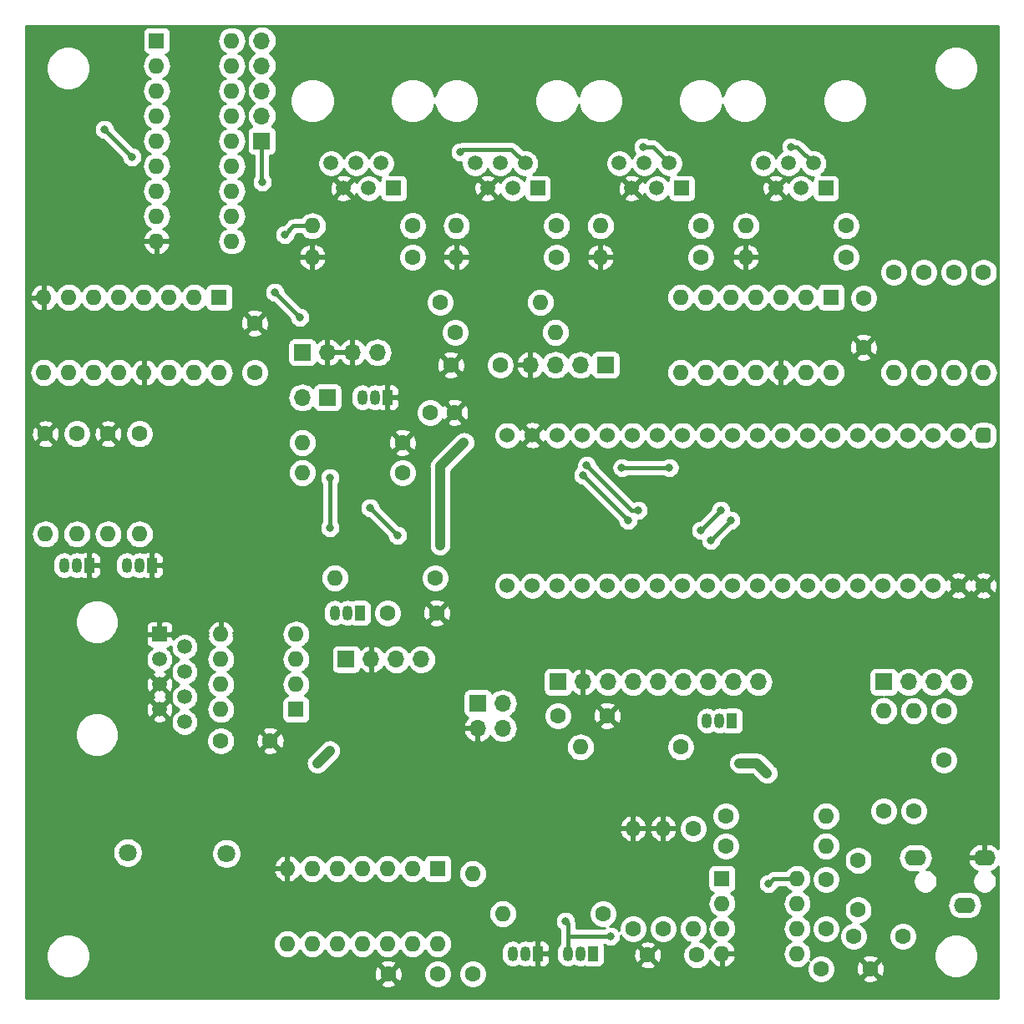
<source format=gbr>
G04 #@! TF.GenerationSoftware,KiCad,Pcbnew,(5.1.0)-1*
G04 #@! TF.CreationDate,2019-07-07T19:09:18+02:00*
G04 #@! TF.ProjectId,dip_v1,6469705f-7631-42e6-9b69-6361645f7063,rev?*
G04 #@! TF.SameCoordinates,Original*
G04 #@! TF.FileFunction,Copper,L2,Bot*
G04 #@! TF.FilePolarity,Positive*
%FSLAX46Y46*%
G04 Gerber Fmt 4.6, Leading zero omitted, Abs format (unit mm)*
G04 Created by KiCad (PCBNEW (5.1.0)-1) date 2019-07-07 19:09:18*
%MOMM*%
%LPD*%
G04 APERTURE LIST*
%ADD10C,1.600000*%
%ADD11O,1.700000X1.700000*%
%ADD12R,1.700000X1.700000*%
%ADD13O,1.600000X1.600000*%
%ADD14R,1.050000X1.500000*%
%ADD15O,1.050000X1.500000*%
%ADD16C,1.800000*%
%ADD17R,1.600000X1.600000*%
%ADD18O,2.200000X1.600000*%
%ADD19C,1.500000*%
%ADD20R,1.500000X1.500000*%
%ADD21C,1.520000*%
%ADD22R,1.520000X1.520000*%
%ADD23C,1.524000*%
%ADD24C,0.100000*%
%ADD25C,0.800000*%
%ADD26C,1.000000*%
%ADD27C,0.400000*%
%ADD28C,0.254000*%
G04 APERTURE END LIST*
D10*
X94194000Y-89916000D03*
X91694000Y-89916000D03*
X73914000Y-80852000D03*
X73914000Y-85852000D03*
X118745000Y-144907000D03*
X113745000Y-144907000D03*
X87456000Y-146812000D03*
X92456000Y-146812000D03*
D11*
X99060000Y-121920000D03*
X96520000Y-121920000D03*
X99060000Y-119380000D03*
D12*
X96520000Y-119380000D03*
D13*
X106934000Y-123825000D03*
D10*
X117094000Y-123825000D03*
D14*
X122301000Y-121158000D03*
D15*
X119761000Y-121158000D03*
X121031000Y-121158000D03*
D11*
X124968000Y-117221000D03*
X122428000Y-117221000D03*
X119888000Y-117221000D03*
X117348000Y-117221000D03*
X114808000Y-117221000D03*
X112268000Y-117221000D03*
X109728000Y-117221000D03*
X107188000Y-117221000D03*
D12*
X104648000Y-117221000D03*
D10*
X109648000Y-120650000D03*
X104648000Y-120650000D03*
D11*
X101854000Y-85090000D03*
X104394000Y-85090000D03*
X106934000Y-85090000D03*
D12*
X109474000Y-85090000D03*
D13*
X99060000Y-140716000D03*
D10*
X109220000Y-140716000D03*
D13*
X112268000Y-132080000D03*
D10*
X112268000Y-142240000D03*
D13*
X96012000Y-136652000D03*
D10*
X96012000Y-146812000D03*
D14*
X102616000Y-144780000D03*
D15*
X100076000Y-144780000D03*
X101346000Y-144780000D03*
D14*
X108204000Y-144780000D03*
D15*
X105664000Y-144780000D03*
X106934000Y-144780000D03*
D16*
X61040000Y-134520000D03*
X71040000Y-134620000D03*
D13*
X140716000Y-120142000D03*
D10*
X140716000Y-130302000D03*
D13*
X137668000Y-120142000D03*
D10*
X137668000Y-130302000D03*
D11*
X145288000Y-117221000D03*
X142748000Y-117221000D03*
X140208000Y-117221000D03*
D12*
X137668000Y-117221000D03*
D10*
X143764000Y-120142000D03*
X143764000Y-125142000D03*
D13*
X128905000Y-137160000D03*
X121285000Y-144780000D03*
X128905000Y-139700000D03*
X121285000Y-142240000D03*
X128905000Y-142240000D03*
X121285000Y-139700000D03*
X128905000Y-144780000D03*
D17*
X121285000Y-137160000D03*
D13*
X92456000Y-143764000D03*
X77216000Y-136144000D03*
X89916000Y-143764000D03*
X79756000Y-136144000D03*
X87376000Y-143764000D03*
X82296000Y-136144000D03*
X84836000Y-143764000D03*
X84836000Y-136144000D03*
X82296000Y-143764000D03*
X87376000Y-136144000D03*
X79756000Y-143764000D03*
X89916000Y-136144000D03*
X77216000Y-143764000D03*
D17*
X92456000Y-136144000D03*
D13*
X131826000Y-133858000D03*
D10*
X121666000Y-133858000D03*
D13*
X131826000Y-130810000D03*
D10*
X121666000Y-130810000D03*
D13*
X115316000Y-132080000D03*
D10*
X115316000Y-142240000D03*
D13*
X118364000Y-142240000D03*
D10*
X118364000Y-132080000D03*
X136318000Y-146304000D03*
X131318000Y-146304000D03*
X131826000Y-142240000D03*
X131826000Y-137240000D03*
D11*
X78740000Y-88392000D03*
D12*
X81280000Y-88392000D03*
D13*
X104394000Y-81788000D03*
D10*
X94234000Y-81788000D03*
D13*
X102870000Y-78740000D03*
D10*
X92710000Y-78740000D03*
X98806000Y-85090000D03*
X93806000Y-85090000D03*
D13*
X82042000Y-106680000D03*
D10*
X92202000Y-106680000D03*
D14*
X84582000Y-110236000D03*
D15*
X82042000Y-110236000D03*
X83312000Y-110236000D03*
D11*
X74638000Y-52210000D03*
X74638000Y-54750000D03*
X74638000Y-57290000D03*
X74638000Y-59830000D03*
D12*
X74638000Y-62370000D03*
D13*
X71590000Y-52210000D03*
X63970000Y-72530000D03*
X71590000Y-54750000D03*
X63970000Y-69990000D03*
X71590000Y-57290000D03*
X63970000Y-67450000D03*
X71590000Y-59830000D03*
X63970000Y-64910000D03*
X71590000Y-62370000D03*
X63970000Y-62370000D03*
X71590000Y-64910000D03*
X63970000Y-59830000D03*
X71590000Y-67450000D03*
X63970000Y-57290000D03*
X71590000Y-69990000D03*
X63970000Y-54750000D03*
X71590000Y-72530000D03*
D17*
X63970000Y-52210000D03*
D13*
X70320000Y-85865000D03*
X52540000Y-78245000D03*
X67780000Y-85865000D03*
X55080000Y-78245000D03*
X65240000Y-85865000D03*
X57620000Y-78245000D03*
X62700000Y-85865000D03*
X60160000Y-78245000D03*
X60160000Y-85865000D03*
X62700000Y-78245000D03*
X57620000Y-85865000D03*
X65240000Y-78245000D03*
X55080000Y-85865000D03*
X67780000Y-78245000D03*
X52540000Y-85865000D03*
D17*
X70320000Y-78245000D03*
D11*
X90805000Y-114935000D03*
X88265000Y-114935000D03*
X85725000Y-114935000D03*
D12*
X83185000Y-114935000D03*
D10*
X87376000Y-110236000D03*
X92376000Y-110236000D03*
D18*
X140885000Y-135040000D03*
X145885000Y-139840000D03*
X147885000Y-135040000D03*
D10*
X135090000Y-135335000D03*
X135090000Y-140335000D03*
X139620000Y-143002000D03*
X134620000Y-143002000D03*
X75485000Y-123190000D03*
X70485000Y-123190000D03*
D13*
X70485000Y-120015000D03*
X78105000Y-112395000D03*
X70485000Y-117475000D03*
X78105000Y-114935000D03*
X70485000Y-114935000D03*
X78105000Y-117475000D03*
X70485000Y-112395000D03*
D17*
X78105000Y-120015000D03*
D10*
X59055000Y-92075000D03*
D13*
X59055000Y-102235000D03*
X62230000Y-102235000D03*
D10*
X62230000Y-92075000D03*
D14*
X63500000Y-105410000D03*
D15*
X60960000Y-105410000D03*
X62230000Y-105410000D03*
D19*
X66802000Y-121285000D03*
X64262000Y-120015000D03*
X66802000Y-118745000D03*
X64262000Y-117475000D03*
X66802000Y-116205000D03*
X64262000Y-114935000D03*
X66802000Y-113665000D03*
D20*
X64262000Y-112395000D03*
D13*
X55880000Y-102235000D03*
D10*
X55880000Y-92075000D03*
D13*
X78740000Y-96012000D03*
D10*
X88900000Y-96012000D03*
D13*
X52705000Y-102235000D03*
D10*
X52705000Y-92075000D03*
D13*
X78740000Y-92964000D03*
D10*
X88900000Y-92964000D03*
D14*
X57150000Y-105410000D03*
D15*
X54610000Y-105410000D03*
X55880000Y-105410000D03*
D14*
X87376000Y-88392000D03*
D15*
X84836000Y-88392000D03*
X86106000Y-88392000D03*
D11*
X86360000Y-83820000D03*
X83820000Y-83820000D03*
X81280000Y-83820000D03*
D12*
X78740000Y-83820000D03*
D17*
X132334000Y-78232000D03*
D13*
X117094000Y-85852000D03*
X129794000Y-78232000D03*
X119634000Y-85852000D03*
X127254000Y-78232000D03*
X122174000Y-85852000D03*
X124714000Y-78232000D03*
X124714000Y-85852000D03*
X122174000Y-78232000D03*
X127254000Y-85852000D03*
X119634000Y-78232000D03*
X129794000Y-85852000D03*
X117094000Y-78232000D03*
X132334000Y-85852000D03*
X94361000Y-70993000D03*
D10*
X104521000Y-70993000D03*
X135636000Y-83312000D03*
X135636000Y-78312000D03*
D13*
X138684000Y-85865000D03*
D10*
X138684000Y-75705000D03*
D13*
X141732000Y-85865000D03*
D10*
X141732000Y-75705000D03*
D13*
X147790000Y-85865000D03*
D10*
X147790000Y-75705000D03*
D13*
X144780000Y-85865000D03*
D10*
X144780000Y-75705000D03*
D13*
X79756000Y-74168000D03*
D10*
X89916000Y-74168000D03*
D13*
X79756000Y-70993000D03*
D10*
X89916000Y-70993000D03*
D13*
X94361000Y-74168000D03*
D10*
X104521000Y-74168000D03*
D13*
X108966000Y-74168000D03*
D10*
X119126000Y-74168000D03*
D13*
X108966000Y-70993000D03*
D10*
X119126000Y-70993000D03*
D13*
X123698000Y-74168000D03*
D10*
X133858000Y-74168000D03*
D13*
X123698000Y-70993000D03*
D10*
X133858000Y-70993000D03*
D21*
X81656000Y-64643000D03*
X82926000Y-67183000D03*
X84196000Y-64643000D03*
X85466000Y-67183000D03*
X86736000Y-64643000D03*
D22*
X88006000Y-67183000D03*
D21*
X96261000Y-64643000D03*
X97531000Y-67183000D03*
X98801000Y-64643000D03*
X100071000Y-67183000D03*
X101341000Y-64643000D03*
D22*
X102611000Y-67183000D03*
D21*
X110866000Y-64643000D03*
X112136000Y-67183000D03*
X113406000Y-64643000D03*
X114676000Y-67183000D03*
X115946000Y-64643000D03*
D22*
X117216000Y-67183000D03*
D21*
X125471000Y-64643000D03*
X126741000Y-67183000D03*
X128011000Y-64643000D03*
X129281000Y-67183000D03*
X130551000Y-64643000D03*
D22*
X131821000Y-67183000D03*
D23*
X147790000Y-107455000D03*
X145250000Y-107455000D03*
X142710000Y-107455000D03*
X140170000Y-107455000D03*
X137630000Y-107455000D03*
X135090000Y-107455000D03*
X132550000Y-107455000D03*
X130010000Y-107455000D03*
X127470000Y-107455000D03*
X124930000Y-107455000D03*
X122390000Y-107455000D03*
X119850000Y-107455000D03*
X117310000Y-107455000D03*
X114770000Y-107455000D03*
X112230000Y-107455000D03*
X109690000Y-107455000D03*
X107150000Y-107455000D03*
X104610000Y-107455000D03*
X102070000Y-107455000D03*
X99530000Y-107455000D03*
X99530000Y-92215000D03*
X102070000Y-92215000D03*
X104610000Y-92215000D03*
X107150000Y-92215000D03*
X109690000Y-92215000D03*
X112230000Y-92215000D03*
X114770000Y-92215000D03*
X117310000Y-92215000D03*
X119850000Y-92215000D03*
X122390000Y-92215000D03*
X124930000Y-92215000D03*
X127470000Y-92215000D03*
X130010000Y-92215000D03*
X132550000Y-92215000D03*
X135090000Y-92215000D03*
X137630000Y-92215000D03*
X140170000Y-92215000D03*
X142710000Y-92215000D03*
X145250000Y-92215000D03*
D24*
G36*
X148208345Y-91454835D02*
G01*
X148245329Y-91460321D01*
X148281598Y-91469406D01*
X148316802Y-91482002D01*
X148350602Y-91497988D01*
X148382672Y-91517210D01*
X148412704Y-91539483D01*
X148440408Y-91564592D01*
X148465517Y-91592296D01*
X148487790Y-91622328D01*
X148507012Y-91654398D01*
X148522998Y-91688198D01*
X148535594Y-91723402D01*
X148544679Y-91759671D01*
X148550165Y-91796655D01*
X148552000Y-91834000D01*
X148552000Y-92596000D01*
X148550165Y-92633345D01*
X148544679Y-92670329D01*
X148535594Y-92706598D01*
X148522998Y-92741802D01*
X148507012Y-92775602D01*
X148487790Y-92807672D01*
X148465517Y-92837704D01*
X148440408Y-92865408D01*
X148412704Y-92890517D01*
X148382672Y-92912790D01*
X148350602Y-92932012D01*
X148316802Y-92947998D01*
X148281598Y-92960594D01*
X148245329Y-92969679D01*
X148208345Y-92975165D01*
X148171000Y-92977000D01*
X147409000Y-92977000D01*
X147371655Y-92975165D01*
X147334671Y-92969679D01*
X147298402Y-92960594D01*
X147263198Y-92947998D01*
X147229398Y-92932012D01*
X147197328Y-92912790D01*
X147167296Y-92890517D01*
X147139592Y-92865408D01*
X147114483Y-92837704D01*
X147092210Y-92807672D01*
X147072988Y-92775602D01*
X147057002Y-92741802D01*
X147044406Y-92706598D01*
X147035321Y-92670329D01*
X147029835Y-92633345D01*
X147028000Y-92596000D01*
X147028000Y-91834000D01*
X147029835Y-91796655D01*
X147035321Y-91759671D01*
X147044406Y-91723402D01*
X147057002Y-91688198D01*
X147072988Y-91654398D01*
X147092210Y-91622328D01*
X147114483Y-91592296D01*
X147139592Y-91564592D01*
X147167296Y-91539483D01*
X147197328Y-91517210D01*
X147229398Y-91497988D01*
X147263198Y-91482002D01*
X147298402Y-91469406D01*
X147334671Y-91460321D01*
X147371655Y-91454835D01*
X147409000Y-91453000D01*
X148171000Y-91453000D01*
X148208345Y-91454835D01*
X148208345Y-91454835D01*
G37*
D23*
X147790000Y-92215000D03*
D25*
X95123000Y-92964000D03*
X92710000Y-103378000D03*
X123063000Y-125476000D03*
X125857000Y-126492000D03*
X94742000Y-63500000D03*
X113284000Y-62992000D03*
X128270000Y-62992000D03*
X76962000Y-71882000D03*
X74676000Y-66548000D03*
X125984000Y-137668000D03*
X109982000Y-143002000D03*
X81534000Y-96520000D03*
X81534000Y-101600000D03*
X105410000Y-141478000D03*
X81534000Y-124206000D03*
X80264000Y-125476000D03*
X78486000Y-80264000D03*
X75946000Y-77724000D03*
X122174000Y-100838000D03*
X120142000Y-102870000D03*
X112776000Y-99822000D03*
X107569000Y-95250000D03*
X107188000Y-96266000D03*
X111760000Y-100838000D03*
X111125000Y-95504000D03*
X115951000Y-95504000D03*
X119126000Y-101854000D03*
X121158000Y-99822000D03*
X85598000Y-99568000D03*
X88392000Y-102362000D03*
X61468000Y-64008000D03*
X58674000Y-61214000D03*
D26*
X95123000Y-92964000D02*
X92710000Y-95377000D01*
X92710000Y-95377000D02*
X92710000Y-103378000D01*
X124841000Y-125476000D02*
X123063000Y-125476000D01*
X125857000Y-126492000D02*
X124841000Y-125476000D01*
D27*
X94742000Y-63500000D02*
X94996000Y-63246000D01*
X99944000Y-63246000D02*
X101341000Y-64643000D01*
X94996000Y-63246000D02*
X99944000Y-63246000D01*
X114295000Y-62992000D02*
X115946000Y-64643000D01*
X113284000Y-62992000D02*
X114295000Y-62992000D01*
X128900000Y-62992000D02*
X130551000Y-64643000D01*
X128270000Y-62992000D02*
X128900000Y-62992000D01*
X77851000Y-70993000D02*
X79756000Y-70993000D01*
X76962000Y-71882000D02*
X77851000Y-70993000D01*
X74638000Y-62370000D02*
X74638000Y-66510000D01*
X74638000Y-66510000D02*
X74676000Y-66548000D01*
X128905000Y-137160000D02*
X126492000Y-137160000D01*
X126492000Y-137160000D02*
X125984000Y-137668000D01*
X81534000Y-96520000D02*
X81534000Y-101600000D01*
X109982000Y-143002000D02*
X105664000Y-143002000D01*
X105664000Y-141732000D02*
X105410000Y-141478000D01*
X105664000Y-144780000D02*
X105664000Y-141732000D01*
D26*
X81534000Y-124206000D02*
X80264000Y-125476000D01*
D27*
X75946000Y-77724000D02*
X78486000Y-80264000D01*
X122174000Y-100838000D02*
X120142000Y-102870000D01*
X112141000Y-99822000D02*
X112776000Y-99822000D01*
X107569000Y-95250000D02*
X112141000Y-99822000D01*
X107188000Y-96266000D02*
X111760000Y-100838000D01*
X111125000Y-95504000D02*
X115951000Y-95504000D01*
X119126000Y-101854000D02*
X121158000Y-99822000D01*
X88392000Y-102362000D02*
X85598000Y-99568000D01*
X61468000Y-64008000D02*
X58674000Y-61214000D01*
D28*
G36*
X149305001Y-134137814D02*
G01*
X149289500Y-134115105D01*
X149087839Y-133917399D01*
X148851483Y-133762834D01*
X148589514Y-133657350D01*
X148312000Y-133605000D01*
X148012000Y-133605000D01*
X148012000Y-134913000D01*
X148032000Y-134913000D01*
X148032000Y-135167000D01*
X148012000Y-135167000D01*
X148012000Y-135187000D01*
X147758000Y-135187000D01*
X147758000Y-135167000D01*
X146315085Y-135167000D01*
X146193096Y-135389039D01*
X146210633Y-135471818D01*
X146321285Y-135731646D01*
X146480500Y-135964895D01*
X146682161Y-136162601D01*
X146918517Y-136317166D01*
X147180486Y-136422650D01*
X147183718Y-136423260D01*
X147097733Y-136480713D01*
X146925713Y-136652733D01*
X146790557Y-136855008D01*
X146697460Y-137079764D01*
X146650000Y-137318363D01*
X146650000Y-137561637D01*
X146697460Y-137800236D01*
X146790557Y-138024992D01*
X146925713Y-138227267D01*
X147097733Y-138399287D01*
X147300008Y-138534443D01*
X147524764Y-138627540D01*
X147763363Y-138675000D01*
X148006637Y-138675000D01*
X148245236Y-138627540D01*
X148469992Y-138534443D01*
X148672267Y-138399287D01*
X148844287Y-138227267D01*
X148979443Y-138024992D01*
X149072540Y-137800236D01*
X149120000Y-137561637D01*
X149120000Y-137318363D01*
X149072540Y-137079764D01*
X148979443Y-136855008D01*
X148844287Y-136652733D01*
X148672267Y-136480713D01*
X148586282Y-136423260D01*
X148589514Y-136422650D01*
X148851483Y-136317166D01*
X149087839Y-136162601D01*
X149289500Y-135964895D01*
X149305001Y-135942186D01*
X149305001Y-149305000D01*
X50695000Y-149305000D01*
X50695000Y-147804702D01*
X86642903Y-147804702D01*
X86714486Y-148048671D01*
X86969996Y-148169571D01*
X87244184Y-148238300D01*
X87526512Y-148252217D01*
X87806130Y-148210787D01*
X88072292Y-148115603D01*
X88197514Y-148048671D01*
X88269097Y-147804702D01*
X87456000Y-146991605D01*
X86642903Y-147804702D01*
X50695000Y-147804702D01*
X50695000Y-144779872D01*
X52765000Y-144779872D01*
X52765000Y-145220128D01*
X52850890Y-145651925D01*
X53019369Y-146058669D01*
X53263962Y-146424729D01*
X53575271Y-146736038D01*
X53941331Y-146980631D01*
X54348075Y-147149110D01*
X54779872Y-147235000D01*
X55220128Y-147235000D01*
X55651925Y-147149110D01*
X56058669Y-146980631D01*
X56205514Y-146882512D01*
X86015783Y-146882512D01*
X86057213Y-147162130D01*
X86152397Y-147428292D01*
X86219329Y-147553514D01*
X86463298Y-147625097D01*
X87276395Y-146812000D01*
X87635605Y-146812000D01*
X88448702Y-147625097D01*
X88692671Y-147553514D01*
X88813571Y-147298004D01*
X88882300Y-147023816D01*
X88896217Y-146741488D01*
X88885724Y-146670665D01*
X91021000Y-146670665D01*
X91021000Y-146953335D01*
X91076147Y-147230574D01*
X91184320Y-147491727D01*
X91341363Y-147726759D01*
X91541241Y-147926637D01*
X91776273Y-148083680D01*
X92037426Y-148191853D01*
X92314665Y-148247000D01*
X92597335Y-148247000D01*
X92874574Y-148191853D01*
X93135727Y-148083680D01*
X93370759Y-147926637D01*
X93570637Y-147726759D01*
X93727680Y-147491727D01*
X93835853Y-147230574D01*
X93891000Y-146953335D01*
X93891000Y-146670665D01*
X94577000Y-146670665D01*
X94577000Y-146953335D01*
X94632147Y-147230574D01*
X94740320Y-147491727D01*
X94897363Y-147726759D01*
X95097241Y-147926637D01*
X95332273Y-148083680D01*
X95593426Y-148191853D01*
X95870665Y-148247000D01*
X96153335Y-148247000D01*
X96430574Y-148191853D01*
X96691727Y-148083680D01*
X96926759Y-147926637D01*
X97126637Y-147726759D01*
X97283680Y-147491727D01*
X97391853Y-147230574D01*
X97447000Y-146953335D01*
X97447000Y-146670665D01*
X97391853Y-146393426D01*
X97283680Y-146132273D01*
X97126637Y-145897241D01*
X96926759Y-145697363D01*
X96691727Y-145540320D01*
X96430574Y-145432147D01*
X96153335Y-145377000D01*
X95870665Y-145377000D01*
X95593426Y-145432147D01*
X95332273Y-145540320D01*
X95097241Y-145697363D01*
X94897363Y-145897241D01*
X94740320Y-146132273D01*
X94632147Y-146393426D01*
X94577000Y-146670665D01*
X93891000Y-146670665D01*
X93835853Y-146393426D01*
X93727680Y-146132273D01*
X93570637Y-145897241D01*
X93370759Y-145697363D01*
X93135727Y-145540320D01*
X92874574Y-145432147D01*
X92597335Y-145377000D01*
X92314665Y-145377000D01*
X92037426Y-145432147D01*
X91776273Y-145540320D01*
X91541241Y-145697363D01*
X91341363Y-145897241D01*
X91184320Y-146132273D01*
X91076147Y-146393426D01*
X91021000Y-146670665D01*
X88885724Y-146670665D01*
X88854787Y-146461870D01*
X88759603Y-146195708D01*
X88692671Y-146070486D01*
X88448702Y-145998903D01*
X87635605Y-146812000D01*
X87276395Y-146812000D01*
X86463298Y-145998903D01*
X86219329Y-146070486D01*
X86098429Y-146325996D01*
X86029700Y-146600184D01*
X86015783Y-146882512D01*
X56205514Y-146882512D01*
X56424729Y-146736038D01*
X56736038Y-146424729D01*
X56980631Y-146058669D01*
X57079781Y-145819298D01*
X86642903Y-145819298D01*
X87456000Y-146632395D01*
X88269097Y-145819298D01*
X88197514Y-145575329D01*
X87942004Y-145454429D01*
X87667816Y-145385700D01*
X87385488Y-145371783D01*
X87105870Y-145413213D01*
X86839708Y-145508397D01*
X86714486Y-145575329D01*
X86642903Y-145819298D01*
X57079781Y-145819298D01*
X57149110Y-145651925D01*
X57235000Y-145220128D01*
X57235000Y-144779872D01*
X57149110Y-144348075D01*
X56980631Y-143941331D01*
X56862143Y-143764000D01*
X75774057Y-143764000D01*
X75801764Y-144045309D01*
X75883818Y-144315808D01*
X76017068Y-144565101D01*
X76196392Y-144783608D01*
X76414899Y-144962932D01*
X76664192Y-145096182D01*
X76934691Y-145178236D01*
X77145508Y-145199000D01*
X77286492Y-145199000D01*
X77497309Y-145178236D01*
X77767808Y-145096182D01*
X78017101Y-144962932D01*
X78235608Y-144783608D01*
X78414932Y-144565101D01*
X78486000Y-144432142D01*
X78557068Y-144565101D01*
X78736392Y-144783608D01*
X78954899Y-144962932D01*
X79204192Y-145096182D01*
X79474691Y-145178236D01*
X79685508Y-145199000D01*
X79826492Y-145199000D01*
X80037309Y-145178236D01*
X80307808Y-145096182D01*
X80557101Y-144962932D01*
X80775608Y-144783608D01*
X80954932Y-144565101D01*
X81026000Y-144432142D01*
X81097068Y-144565101D01*
X81276392Y-144783608D01*
X81494899Y-144962932D01*
X81744192Y-145096182D01*
X82014691Y-145178236D01*
X82225508Y-145199000D01*
X82366492Y-145199000D01*
X82577309Y-145178236D01*
X82847808Y-145096182D01*
X83097101Y-144962932D01*
X83315608Y-144783608D01*
X83494932Y-144565101D01*
X83566000Y-144432142D01*
X83637068Y-144565101D01*
X83816392Y-144783608D01*
X84034899Y-144962932D01*
X84284192Y-145096182D01*
X84554691Y-145178236D01*
X84765508Y-145199000D01*
X84906492Y-145199000D01*
X85117309Y-145178236D01*
X85387808Y-145096182D01*
X85637101Y-144962932D01*
X85855608Y-144783608D01*
X86034932Y-144565101D01*
X86106000Y-144432142D01*
X86177068Y-144565101D01*
X86356392Y-144783608D01*
X86574899Y-144962932D01*
X86824192Y-145096182D01*
X87094691Y-145178236D01*
X87305508Y-145199000D01*
X87446492Y-145199000D01*
X87657309Y-145178236D01*
X87927808Y-145096182D01*
X88177101Y-144962932D01*
X88395608Y-144783608D01*
X88574932Y-144565101D01*
X88646000Y-144432142D01*
X88717068Y-144565101D01*
X88896392Y-144783608D01*
X89114899Y-144962932D01*
X89364192Y-145096182D01*
X89634691Y-145178236D01*
X89845508Y-145199000D01*
X89986492Y-145199000D01*
X90197309Y-145178236D01*
X90467808Y-145096182D01*
X90717101Y-144962932D01*
X90935608Y-144783608D01*
X91114932Y-144565101D01*
X91186000Y-144432142D01*
X91257068Y-144565101D01*
X91436392Y-144783608D01*
X91654899Y-144962932D01*
X91904192Y-145096182D01*
X92174691Y-145178236D01*
X92385508Y-145199000D01*
X92526492Y-145199000D01*
X92737309Y-145178236D01*
X93007808Y-145096182D01*
X93257101Y-144962932D01*
X93475608Y-144783608D01*
X93654932Y-144565101D01*
X93690787Y-144498021D01*
X98916000Y-144498021D01*
X98916000Y-145061978D01*
X98932785Y-145232399D01*
X98999115Y-145451059D01*
X99106829Y-145652578D01*
X99251788Y-145829212D01*
X99428421Y-145974171D01*
X99629940Y-146081885D01*
X99848600Y-146148215D01*
X100076000Y-146170612D01*
X100303399Y-146148215D01*
X100522059Y-146081885D01*
X100711000Y-145980894D01*
X100899940Y-146081885D01*
X101118600Y-146148215D01*
X101346000Y-146170612D01*
X101573399Y-146148215D01*
X101782098Y-146084907D01*
X101846820Y-146119502D01*
X101966518Y-146155812D01*
X102091000Y-146168072D01*
X102330250Y-146165000D01*
X102489000Y-146006250D01*
X102489000Y-145233109D01*
X102489215Y-145232400D01*
X102506000Y-145061979D01*
X102506000Y-144907000D01*
X102743000Y-144907000D01*
X102743000Y-146006250D01*
X102901750Y-146165000D01*
X103141000Y-146168072D01*
X103265482Y-146155812D01*
X103385180Y-146119502D01*
X103495494Y-146060537D01*
X103592185Y-145981185D01*
X103671537Y-145884494D01*
X103730502Y-145774180D01*
X103766812Y-145654482D01*
X103779072Y-145530000D01*
X103776000Y-145065750D01*
X103617250Y-144907000D01*
X102743000Y-144907000D01*
X102506000Y-144907000D01*
X102506000Y-144498022D01*
X102489215Y-144327601D01*
X102489000Y-144326892D01*
X102489000Y-143553750D01*
X102743000Y-143553750D01*
X102743000Y-144653000D01*
X103617250Y-144653000D01*
X103776000Y-144494250D01*
X103779072Y-144030000D01*
X103766812Y-143905518D01*
X103730502Y-143785820D01*
X103671537Y-143675506D01*
X103592185Y-143578815D01*
X103495494Y-143499463D01*
X103385180Y-143440498D01*
X103265482Y-143404188D01*
X103141000Y-143391928D01*
X102901750Y-143395000D01*
X102743000Y-143553750D01*
X102489000Y-143553750D01*
X102330250Y-143395000D01*
X102091000Y-143391928D01*
X101966518Y-143404188D01*
X101846820Y-143440498D01*
X101782098Y-143475093D01*
X101573400Y-143411785D01*
X101346000Y-143389388D01*
X101118601Y-143411785D01*
X100899941Y-143478115D01*
X100711001Y-143579106D01*
X100522060Y-143478115D01*
X100303400Y-143411785D01*
X100076000Y-143389388D01*
X99848601Y-143411785D01*
X99629941Y-143478115D01*
X99428422Y-143585829D01*
X99251789Y-143730788D01*
X99106830Y-143907421D01*
X98999115Y-144108940D01*
X98932785Y-144327600D01*
X98916000Y-144498021D01*
X93690787Y-144498021D01*
X93788182Y-144315808D01*
X93870236Y-144045309D01*
X93897943Y-143764000D01*
X93870236Y-143482691D01*
X93788182Y-143212192D01*
X93654932Y-142962899D01*
X93475608Y-142744392D01*
X93257101Y-142565068D01*
X93007808Y-142431818D01*
X92737309Y-142349764D01*
X92526492Y-142329000D01*
X92385508Y-142329000D01*
X92174691Y-142349764D01*
X91904192Y-142431818D01*
X91654899Y-142565068D01*
X91436392Y-142744392D01*
X91257068Y-142962899D01*
X91186000Y-143095858D01*
X91114932Y-142962899D01*
X90935608Y-142744392D01*
X90717101Y-142565068D01*
X90467808Y-142431818D01*
X90197309Y-142349764D01*
X89986492Y-142329000D01*
X89845508Y-142329000D01*
X89634691Y-142349764D01*
X89364192Y-142431818D01*
X89114899Y-142565068D01*
X88896392Y-142744392D01*
X88717068Y-142962899D01*
X88646000Y-143095858D01*
X88574932Y-142962899D01*
X88395608Y-142744392D01*
X88177101Y-142565068D01*
X87927808Y-142431818D01*
X87657309Y-142349764D01*
X87446492Y-142329000D01*
X87305508Y-142329000D01*
X87094691Y-142349764D01*
X86824192Y-142431818D01*
X86574899Y-142565068D01*
X86356392Y-142744392D01*
X86177068Y-142962899D01*
X86106000Y-143095858D01*
X86034932Y-142962899D01*
X85855608Y-142744392D01*
X85637101Y-142565068D01*
X85387808Y-142431818D01*
X85117309Y-142349764D01*
X84906492Y-142329000D01*
X84765508Y-142329000D01*
X84554691Y-142349764D01*
X84284192Y-142431818D01*
X84034899Y-142565068D01*
X83816392Y-142744392D01*
X83637068Y-142962899D01*
X83566000Y-143095858D01*
X83494932Y-142962899D01*
X83315608Y-142744392D01*
X83097101Y-142565068D01*
X82847808Y-142431818D01*
X82577309Y-142349764D01*
X82366492Y-142329000D01*
X82225508Y-142329000D01*
X82014691Y-142349764D01*
X81744192Y-142431818D01*
X81494899Y-142565068D01*
X81276392Y-142744392D01*
X81097068Y-142962899D01*
X81026000Y-143095858D01*
X80954932Y-142962899D01*
X80775608Y-142744392D01*
X80557101Y-142565068D01*
X80307808Y-142431818D01*
X80037309Y-142349764D01*
X79826492Y-142329000D01*
X79685508Y-142329000D01*
X79474691Y-142349764D01*
X79204192Y-142431818D01*
X78954899Y-142565068D01*
X78736392Y-142744392D01*
X78557068Y-142962899D01*
X78486000Y-143095858D01*
X78414932Y-142962899D01*
X78235608Y-142744392D01*
X78017101Y-142565068D01*
X77767808Y-142431818D01*
X77497309Y-142349764D01*
X77286492Y-142329000D01*
X77145508Y-142329000D01*
X76934691Y-142349764D01*
X76664192Y-142431818D01*
X76414899Y-142565068D01*
X76196392Y-142744392D01*
X76017068Y-142962899D01*
X75883818Y-143212192D01*
X75801764Y-143482691D01*
X75774057Y-143764000D01*
X56862143Y-143764000D01*
X56736038Y-143575271D01*
X56424729Y-143263962D01*
X56058669Y-143019369D01*
X55651925Y-142850890D01*
X55220128Y-142765000D01*
X54779872Y-142765000D01*
X54348075Y-142850890D01*
X53941331Y-143019369D01*
X53575271Y-143263962D01*
X53263962Y-143575271D01*
X53019369Y-143941331D01*
X52850890Y-144348075D01*
X52765000Y-144779872D01*
X50695000Y-144779872D01*
X50695000Y-140716000D01*
X97618057Y-140716000D01*
X97645764Y-140997309D01*
X97727818Y-141267808D01*
X97861068Y-141517101D01*
X98040392Y-141735608D01*
X98258899Y-141914932D01*
X98508192Y-142048182D01*
X98778691Y-142130236D01*
X98989508Y-142151000D01*
X99130492Y-142151000D01*
X99341309Y-142130236D01*
X99611808Y-142048182D01*
X99861101Y-141914932D01*
X100079608Y-141735608D01*
X100258932Y-141517101D01*
X100334319Y-141376061D01*
X104375000Y-141376061D01*
X104375000Y-141579939D01*
X104414774Y-141779898D01*
X104492795Y-141968256D01*
X104606063Y-142137774D01*
X104750226Y-142281937D01*
X104829001Y-142334572D01*
X104829001Y-142960975D01*
X104824960Y-143002000D01*
X104829001Y-143043024D01*
X104829000Y-143743934D01*
X104694830Y-143907421D01*
X104587115Y-144108940D01*
X104520785Y-144327600D01*
X104504000Y-144498021D01*
X104504000Y-145061978D01*
X104520785Y-145232399D01*
X104587115Y-145451059D01*
X104694829Y-145652578D01*
X104839788Y-145829212D01*
X105016421Y-145974171D01*
X105217940Y-146081885D01*
X105436600Y-146148215D01*
X105664000Y-146170612D01*
X105891399Y-146148215D01*
X106110059Y-146081885D01*
X106299000Y-145980894D01*
X106487940Y-146081885D01*
X106706600Y-146148215D01*
X106934000Y-146170612D01*
X107161399Y-146148215D01*
X107370098Y-146084907D01*
X107434820Y-146119502D01*
X107554518Y-146155812D01*
X107679000Y-146168072D01*
X108729000Y-146168072D01*
X108853482Y-146155812D01*
X108973180Y-146119502D01*
X109083494Y-146060537D01*
X109180185Y-145981185D01*
X109247056Y-145899702D01*
X112931903Y-145899702D01*
X113003486Y-146143671D01*
X113258996Y-146264571D01*
X113533184Y-146333300D01*
X113815512Y-146347217D01*
X114095130Y-146305787D01*
X114361292Y-146210603D01*
X114486514Y-146143671D01*
X114558097Y-145899702D01*
X113745000Y-145086605D01*
X112931903Y-145899702D01*
X109247056Y-145899702D01*
X109259537Y-145884494D01*
X109318502Y-145774180D01*
X109354812Y-145654482D01*
X109367072Y-145530000D01*
X109367072Y-144977512D01*
X112304783Y-144977512D01*
X112346213Y-145257130D01*
X112441397Y-145523292D01*
X112508329Y-145648514D01*
X112752298Y-145720097D01*
X113565395Y-144907000D01*
X113924605Y-144907000D01*
X114737702Y-145720097D01*
X114981671Y-145648514D01*
X115102571Y-145393004D01*
X115171300Y-145118816D01*
X115185217Y-144836488D01*
X115143787Y-144556870D01*
X115048603Y-144290708D01*
X114981671Y-144165486D01*
X114737702Y-144093903D01*
X113924605Y-144907000D01*
X113565395Y-144907000D01*
X112752298Y-144093903D01*
X112508329Y-144165486D01*
X112387429Y-144420996D01*
X112318700Y-144695184D01*
X112304783Y-144977512D01*
X109367072Y-144977512D01*
X109367072Y-144030000D01*
X109354812Y-143905518D01*
X109334027Y-143837000D01*
X109368715Y-143837000D01*
X109491744Y-143919205D01*
X109680102Y-143997226D01*
X109880061Y-144037000D01*
X110083939Y-144037000D01*
X110283898Y-143997226D01*
X110472256Y-143919205D01*
X110479599Y-143914298D01*
X112931903Y-143914298D01*
X113745000Y-144727395D01*
X114558097Y-143914298D01*
X114486514Y-143670329D01*
X114231004Y-143549429D01*
X113956816Y-143480700D01*
X113674488Y-143466783D01*
X113394870Y-143508213D01*
X113128708Y-143603397D01*
X113003486Y-143670329D01*
X112931903Y-143914298D01*
X110479599Y-143914298D01*
X110641774Y-143805937D01*
X110785937Y-143661774D01*
X110899205Y-143492256D01*
X110977226Y-143303898D01*
X111017000Y-143103939D01*
X111017000Y-142950677D01*
X111153363Y-143154759D01*
X111353241Y-143354637D01*
X111588273Y-143511680D01*
X111849426Y-143619853D01*
X112126665Y-143675000D01*
X112409335Y-143675000D01*
X112686574Y-143619853D01*
X112947727Y-143511680D01*
X113182759Y-143354637D01*
X113382637Y-143154759D01*
X113539680Y-142919727D01*
X113647853Y-142658574D01*
X113703000Y-142381335D01*
X113703000Y-142098665D01*
X113881000Y-142098665D01*
X113881000Y-142381335D01*
X113936147Y-142658574D01*
X114044320Y-142919727D01*
X114201363Y-143154759D01*
X114401241Y-143354637D01*
X114636273Y-143511680D01*
X114897426Y-143619853D01*
X115174665Y-143675000D01*
X115457335Y-143675000D01*
X115734574Y-143619853D01*
X115995727Y-143511680D01*
X116230759Y-143354637D01*
X116430637Y-143154759D01*
X116587680Y-142919727D01*
X116695853Y-142658574D01*
X116751000Y-142381335D01*
X116751000Y-142240000D01*
X116922057Y-142240000D01*
X116949764Y-142521309D01*
X117031818Y-142791808D01*
X117165068Y-143041101D01*
X117344392Y-143259608D01*
X117562899Y-143438932D01*
X117812192Y-143572182D01*
X118051241Y-143644696D01*
X117830241Y-143792363D01*
X117630363Y-143992241D01*
X117473320Y-144227273D01*
X117365147Y-144488426D01*
X117310000Y-144765665D01*
X117310000Y-145048335D01*
X117365147Y-145325574D01*
X117473320Y-145586727D01*
X117630363Y-145821759D01*
X117830241Y-146021637D01*
X118065273Y-146178680D01*
X118326426Y-146286853D01*
X118603665Y-146342000D01*
X118886335Y-146342000D01*
X119163574Y-146286853D01*
X119424727Y-146178680D01*
X119659759Y-146021637D01*
X119859637Y-145821759D01*
X120016680Y-145586727D01*
X120049393Y-145507751D01*
X120053963Y-145517420D01*
X120221481Y-145743414D01*
X120429869Y-145932385D01*
X120671119Y-146077070D01*
X120935960Y-146171909D01*
X121158000Y-146050624D01*
X121158000Y-144907000D01*
X121412000Y-144907000D01*
X121412000Y-146050624D01*
X121634040Y-146171909D01*
X121898881Y-146077070D01*
X122140131Y-145932385D01*
X122348519Y-145743414D01*
X122516037Y-145517420D01*
X122636246Y-145263087D01*
X122676904Y-145129039D01*
X122554915Y-144907000D01*
X121412000Y-144907000D01*
X121158000Y-144907000D01*
X121138000Y-144907000D01*
X121138000Y-144653000D01*
X121158000Y-144653000D01*
X121158000Y-144633000D01*
X121412000Y-144633000D01*
X121412000Y-144653000D01*
X122554915Y-144653000D01*
X122676904Y-144430961D01*
X122636246Y-144296913D01*
X122516037Y-144042580D01*
X122348519Y-143816586D01*
X122140131Y-143627615D01*
X121948318Y-143512579D01*
X122086101Y-143438932D01*
X122304608Y-143259608D01*
X122483932Y-143041101D01*
X122617182Y-142791808D01*
X122699236Y-142521309D01*
X122726943Y-142240000D01*
X122699236Y-141958691D01*
X122617182Y-141688192D01*
X122483932Y-141438899D01*
X122304608Y-141220392D01*
X122086101Y-141041068D01*
X121953142Y-140970000D01*
X122086101Y-140898932D01*
X122304608Y-140719608D01*
X122483932Y-140501101D01*
X122617182Y-140251808D01*
X122699236Y-139981309D01*
X122726943Y-139700000D01*
X122699236Y-139418691D01*
X122617182Y-139148192D01*
X122483932Y-138898899D01*
X122304608Y-138680392D01*
X122191518Y-138587581D01*
X122209482Y-138585812D01*
X122329180Y-138549502D01*
X122439494Y-138490537D01*
X122536185Y-138411185D01*
X122615537Y-138314494D01*
X122674502Y-138204180D01*
X122710812Y-138084482D01*
X122723072Y-137960000D01*
X122723072Y-137566061D01*
X124949000Y-137566061D01*
X124949000Y-137769939D01*
X124988774Y-137969898D01*
X125066795Y-138158256D01*
X125180063Y-138327774D01*
X125324226Y-138471937D01*
X125493744Y-138585205D01*
X125682102Y-138663226D01*
X125882061Y-138703000D01*
X126085939Y-138703000D01*
X126285898Y-138663226D01*
X126474256Y-138585205D01*
X126643774Y-138471937D01*
X126787937Y-138327774D01*
X126901205Y-138158256D01*
X126968828Y-137995000D01*
X127733888Y-137995000D01*
X127885392Y-138179608D01*
X128103899Y-138358932D01*
X128236858Y-138430000D01*
X128103899Y-138501068D01*
X127885392Y-138680392D01*
X127706068Y-138898899D01*
X127572818Y-139148192D01*
X127490764Y-139418691D01*
X127463057Y-139700000D01*
X127490764Y-139981309D01*
X127572818Y-140251808D01*
X127706068Y-140501101D01*
X127885392Y-140719608D01*
X128103899Y-140898932D01*
X128236858Y-140970000D01*
X128103899Y-141041068D01*
X127885392Y-141220392D01*
X127706068Y-141438899D01*
X127572818Y-141688192D01*
X127490764Y-141958691D01*
X127463057Y-142240000D01*
X127490764Y-142521309D01*
X127572818Y-142791808D01*
X127706068Y-143041101D01*
X127885392Y-143259608D01*
X128103899Y-143438932D01*
X128236858Y-143510000D01*
X128103899Y-143581068D01*
X127885392Y-143760392D01*
X127706068Y-143978899D01*
X127572818Y-144228192D01*
X127490764Y-144498691D01*
X127463057Y-144780000D01*
X127490764Y-145061309D01*
X127572818Y-145331808D01*
X127706068Y-145581101D01*
X127885392Y-145799608D01*
X128103899Y-145978932D01*
X128353192Y-146112182D01*
X128623691Y-146194236D01*
X128834508Y-146215000D01*
X128975492Y-146215000D01*
X129186309Y-146194236D01*
X129456808Y-146112182D01*
X129706101Y-145978932D01*
X129924608Y-145799608D01*
X130023716Y-145678845D01*
X129938147Y-145885426D01*
X129883000Y-146162665D01*
X129883000Y-146445335D01*
X129938147Y-146722574D01*
X130046320Y-146983727D01*
X130203363Y-147218759D01*
X130403241Y-147418637D01*
X130638273Y-147575680D01*
X130899426Y-147683853D01*
X131176665Y-147739000D01*
X131459335Y-147739000D01*
X131736574Y-147683853D01*
X131997727Y-147575680D01*
X132232759Y-147418637D01*
X132354694Y-147296702D01*
X135504903Y-147296702D01*
X135576486Y-147540671D01*
X135831996Y-147661571D01*
X136106184Y-147730300D01*
X136388512Y-147744217D01*
X136668130Y-147702787D01*
X136934292Y-147607603D01*
X137059514Y-147540671D01*
X137131097Y-147296702D01*
X136318000Y-146483605D01*
X135504903Y-147296702D01*
X132354694Y-147296702D01*
X132432637Y-147218759D01*
X132589680Y-146983727D01*
X132697853Y-146722574D01*
X132753000Y-146445335D01*
X132753000Y-146374512D01*
X134877783Y-146374512D01*
X134919213Y-146654130D01*
X135014397Y-146920292D01*
X135081329Y-147045514D01*
X135325298Y-147117097D01*
X136138395Y-146304000D01*
X136497605Y-146304000D01*
X137310702Y-147117097D01*
X137554671Y-147045514D01*
X137675571Y-146790004D01*
X137744300Y-146515816D01*
X137758217Y-146233488D01*
X137716787Y-145953870D01*
X137621603Y-145687708D01*
X137554671Y-145562486D01*
X137310702Y-145490903D01*
X136497605Y-146304000D01*
X136138395Y-146304000D01*
X135325298Y-145490903D01*
X135081329Y-145562486D01*
X134960429Y-145817996D01*
X134891700Y-146092184D01*
X134877783Y-146374512D01*
X132753000Y-146374512D01*
X132753000Y-146162665D01*
X132697853Y-145885426D01*
X132589680Y-145624273D01*
X132432637Y-145389241D01*
X132354694Y-145311298D01*
X135504903Y-145311298D01*
X136318000Y-146124395D01*
X137131097Y-145311298D01*
X137059514Y-145067329D01*
X136804004Y-144946429D01*
X136529816Y-144877700D01*
X136247488Y-144863783D01*
X135967870Y-144905213D01*
X135701708Y-145000397D01*
X135576486Y-145067329D01*
X135504903Y-145311298D01*
X132354694Y-145311298D01*
X132232759Y-145189363D01*
X131997727Y-145032320D01*
X131736574Y-144924147D01*
X131459335Y-144869000D01*
X131176665Y-144869000D01*
X130899426Y-144924147D01*
X130638273Y-145032320D01*
X130403241Y-145189363D01*
X130210066Y-145382538D01*
X130237182Y-145331808D01*
X130319236Y-145061309D01*
X130346943Y-144780000D01*
X130346931Y-144779872D01*
X142765000Y-144779872D01*
X142765000Y-145220128D01*
X142850890Y-145651925D01*
X143019369Y-146058669D01*
X143263962Y-146424729D01*
X143575271Y-146736038D01*
X143941331Y-146980631D01*
X144348075Y-147149110D01*
X144779872Y-147235000D01*
X145220128Y-147235000D01*
X145651925Y-147149110D01*
X146058669Y-146980631D01*
X146424729Y-146736038D01*
X146736038Y-146424729D01*
X146980631Y-146058669D01*
X147149110Y-145651925D01*
X147235000Y-145220128D01*
X147235000Y-144779872D01*
X147149110Y-144348075D01*
X146980631Y-143941331D01*
X146736038Y-143575271D01*
X146424729Y-143263962D01*
X146058669Y-143019369D01*
X145651925Y-142850890D01*
X145220128Y-142765000D01*
X144779872Y-142765000D01*
X144348075Y-142850890D01*
X143941331Y-143019369D01*
X143575271Y-143263962D01*
X143263962Y-143575271D01*
X143019369Y-143941331D01*
X142850890Y-144348075D01*
X142765000Y-144779872D01*
X130346931Y-144779872D01*
X130319236Y-144498691D01*
X130237182Y-144228192D01*
X130103932Y-143978899D01*
X129924608Y-143760392D01*
X129706101Y-143581068D01*
X129573142Y-143510000D01*
X129706101Y-143438932D01*
X129924608Y-143259608D01*
X130103932Y-143041101D01*
X130237182Y-142791808D01*
X130319236Y-142521309D01*
X130346943Y-142240000D01*
X130333023Y-142098665D01*
X130391000Y-142098665D01*
X130391000Y-142381335D01*
X130446147Y-142658574D01*
X130554320Y-142919727D01*
X130711363Y-143154759D01*
X130911241Y-143354637D01*
X131146273Y-143511680D01*
X131407426Y-143619853D01*
X131684665Y-143675000D01*
X131967335Y-143675000D01*
X132244574Y-143619853D01*
X132505727Y-143511680D01*
X132740759Y-143354637D01*
X132940637Y-143154759D01*
X133097680Y-142919727D01*
X133122144Y-142860665D01*
X133185000Y-142860665D01*
X133185000Y-143143335D01*
X133240147Y-143420574D01*
X133348320Y-143681727D01*
X133505363Y-143916759D01*
X133705241Y-144116637D01*
X133940273Y-144273680D01*
X134201426Y-144381853D01*
X134478665Y-144437000D01*
X134761335Y-144437000D01*
X135038574Y-144381853D01*
X135299727Y-144273680D01*
X135534759Y-144116637D01*
X135734637Y-143916759D01*
X135891680Y-143681727D01*
X135999853Y-143420574D01*
X136055000Y-143143335D01*
X136055000Y-142860665D01*
X138185000Y-142860665D01*
X138185000Y-143143335D01*
X138240147Y-143420574D01*
X138348320Y-143681727D01*
X138505363Y-143916759D01*
X138705241Y-144116637D01*
X138940273Y-144273680D01*
X139201426Y-144381853D01*
X139478665Y-144437000D01*
X139761335Y-144437000D01*
X140038574Y-144381853D01*
X140299727Y-144273680D01*
X140534759Y-144116637D01*
X140734637Y-143916759D01*
X140891680Y-143681727D01*
X140999853Y-143420574D01*
X141055000Y-143143335D01*
X141055000Y-142860665D01*
X140999853Y-142583426D01*
X140891680Y-142322273D01*
X140734637Y-142087241D01*
X140534759Y-141887363D01*
X140299727Y-141730320D01*
X140038574Y-141622147D01*
X139761335Y-141567000D01*
X139478665Y-141567000D01*
X139201426Y-141622147D01*
X138940273Y-141730320D01*
X138705241Y-141887363D01*
X138505363Y-142087241D01*
X138348320Y-142322273D01*
X138240147Y-142583426D01*
X138185000Y-142860665D01*
X136055000Y-142860665D01*
X135999853Y-142583426D01*
X135891680Y-142322273D01*
X135734637Y-142087241D01*
X135534759Y-141887363D01*
X135329800Y-141750414D01*
X135508574Y-141714853D01*
X135769727Y-141606680D01*
X136004759Y-141449637D01*
X136204637Y-141249759D01*
X136361680Y-141014727D01*
X136469853Y-140753574D01*
X136525000Y-140476335D01*
X136525000Y-140193665D01*
X136469853Y-139916426D01*
X136438197Y-139840000D01*
X144143057Y-139840000D01*
X144170764Y-140121309D01*
X144252818Y-140391808D01*
X144386068Y-140641101D01*
X144565392Y-140859608D01*
X144783899Y-141038932D01*
X145033192Y-141172182D01*
X145303691Y-141254236D01*
X145514508Y-141275000D01*
X146255492Y-141275000D01*
X146466309Y-141254236D01*
X146736808Y-141172182D01*
X146986101Y-141038932D01*
X147204608Y-140859608D01*
X147383932Y-140641101D01*
X147517182Y-140391808D01*
X147599236Y-140121309D01*
X147626943Y-139840000D01*
X147599236Y-139558691D01*
X147517182Y-139288192D01*
X147383932Y-139038899D01*
X147204608Y-138820392D01*
X146986101Y-138641068D01*
X146736808Y-138507818D01*
X146466309Y-138425764D01*
X146255492Y-138405000D01*
X145514508Y-138405000D01*
X145303691Y-138425764D01*
X145033192Y-138507818D01*
X144783899Y-138641068D01*
X144565392Y-138820392D01*
X144386068Y-139038899D01*
X144252818Y-139288192D01*
X144170764Y-139558691D01*
X144143057Y-139840000D01*
X136438197Y-139840000D01*
X136361680Y-139655273D01*
X136204637Y-139420241D01*
X136004759Y-139220363D01*
X135769727Y-139063320D01*
X135508574Y-138955147D01*
X135231335Y-138900000D01*
X134948665Y-138900000D01*
X134671426Y-138955147D01*
X134410273Y-139063320D01*
X134175241Y-139220363D01*
X133975363Y-139420241D01*
X133818320Y-139655273D01*
X133710147Y-139916426D01*
X133655000Y-140193665D01*
X133655000Y-140476335D01*
X133710147Y-140753574D01*
X133818320Y-141014727D01*
X133975363Y-141249759D01*
X134175241Y-141449637D01*
X134380200Y-141586586D01*
X134201426Y-141622147D01*
X133940273Y-141730320D01*
X133705241Y-141887363D01*
X133505363Y-142087241D01*
X133348320Y-142322273D01*
X133240147Y-142583426D01*
X133185000Y-142860665D01*
X133122144Y-142860665D01*
X133205853Y-142658574D01*
X133261000Y-142381335D01*
X133261000Y-142098665D01*
X133205853Y-141821426D01*
X133097680Y-141560273D01*
X132940637Y-141325241D01*
X132740759Y-141125363D01*
X132505727Y-140968320D01*
X132244574Y-140860147D01*
X131967335Y-140805000D01*
X131684665Y-140805000D01*
X131407426Y-140860147D01*
X131146273Y-140968320D01*
X130911241Y-141125363D01*
X130711363Y-141325241D01*
X130554320Y-141560273D01*
X130446147Y-141821426D01*
X130391000Y-142098665D01*
X130333023Y-142098665D01*
X130319236Y-141958691D01*
X130237182Y-141688192D01*
X130103932Y-141438899D01*
X129924608Y-141220392D01*
X129706101Y-141041068D01*
X129573142Y-140970000D01*
X129706101Y-140898932D01*
X129924608Y-140719608D01*
X130103932Y-140501101D01*
X130237182Y-140251808D01*
X130319236Y-139981309D01*
X130346943Y-139700000D01*
X130319236Y-139418691D01*
X130237182Y-139148192D01*
X130103932Y-138898899D01*
X129924608Y-138680392D01*
X129706101Y-138501068D01*
X129573142Y-138430000D01*
X129706101Y-138358932D01*
X129924608Y-138179608D01*
X130103932Y-137961101D01*
X130237182Y-137711808D01*
X130319236Y-137441309D01*
X130346943Y-137160000D01*
X130340902Y-137098665D01*
X130391000Y-137098665D01*
X130391000Y-137381335D01*
X130446147Y-137658574D01*
X130554320Y-137919727D01*
X130711363Y-138154759D01*
X130911241Y-138354637D01*
X131146273Y-138511680D01*
X131407426Y-138619853D01*
X131684665Y-138675000D01*
X131967335Y-138675000D01*
X132244574Y-138619853D01*
X132505727Y-138511680D01*
X132740759Y-138354637D01*
X132940637Y-138154759D01*
X133097680Y-137919727D01*
X133205853Y-137658574D01*
X133261000Y-137381335D01*
X133261000Y-137098665D01*
X133205853Y-136821426D01*
X133097680Y-136560273D01*
X132940637Y-136325241D01*
X132740759Y-136125363D01*
X132505727Y-135968320D01*
X132244574Y-135860147D01*
X131967335Y-135805000D01*
X131684665Y-135805000D01*
X131407426Y-135860147D01*
X131146273Y-135968320D01*
X130911241Y-136125363D01*
X130711363Y-136325241D01*
X130554320Y-136560273D01*
X130446147Y-136821426D01*
X130391000Y-137098665D01*
X130340902Y-137098665D01*
X130319236Y-136878691D01*
X130237182Y-136608192D01*
X130103932Y-136358899D01*
X129924608Y-136140392D01*
X129706101Y-135961068D01*
X129456808Y-135827818D01*
X129186309Y-135745764D01*
X128975492Y-135725000D01*
X128834508Y-135725000D01*
X128623691Y-135745764D01*
X128353192Y-135827818D01*
X128103899Y-135961068D01*
X127885392Y-136140392D01*
X127733888Y-136325000D01*
X126533007Y-136325000D01*
X126491999Y-136320961D01*
X126450991Y-136325000D01*
X126450981Y-136325000D01*
X126328311Y-136337082D01*
X126170913Y-136384828D01*
X126025854Y-136462364D01*
X125898709Y-136566709D01*
X125872554Y-136598579D01*
X125827226Y-136643907D01*
X125682102Y-136672774D01*
X125493744Y-136750795D01*
X125324226Y-136864063D01*
X125180063Y-137008226D01*
X125066795Y-137177744D01*
X124988774Y-137366102D01*
X124949000Y-137566061D01*
X122723072Y-137566061D01*
X122723072Y-136360000D01*
X122710812Y-136235518D01*
X122674502Y-136115820D01*
X122615537Y-136005506D01*
X122536185Y-135908815D01*
X122439494Y-135829463D01*
X122329180Y-135770498D01*
X122209482Y-135734188D01*
X122085000Y-135721928D01*
X120485000Y-135721928D01*
X120360518Y-135734188D01*
X120240820Y-135770498D01*
X120130506Y-135829463D01*
X120033815Y-135908815D01*
X119954463Y-136005506D01*
X119895498Y-136115820D01*
X119859188Y-136235518D01*
X119846928Y-136360000D01*
X119846928Y-137960000D01*
X119859188Y-138084482D01*
X119895498Y-138204180D01*
X119954463Y-138314494D01*
X120033815Y-138411185D01*
X120130506Y-138490537D01*
X120240820Y-138549502D01*
X120360518Y-138585812D01*
X120378482Y-138587581D01*
X120265392Y-138680392D01*
X120086068Y-138898899D01*
X119952818Y-139148192D01*
X119870764Y-139418691D01*
X119843057Y-139700000D01*
X119870764Y-139981309D01*
X119952818Y-140251808D01*
X120086068Y-140501101D01*
X120265392Y-140719608D01*
X120483899Y-140898932D01*
X120616858Y-140970000D01*
X120483899Y-141041068D01*
X120265392Y-141220392D01*
X120086068Y-141438899D01*
X119952818Y-141688192D01*
X119870764Y-141958691D01*
X119843057Y-142240000D01*
X119870764Y-142521309D01*
X119952818Y-142791808D01*
X120086068Y-143041101D01*
X120265392Y-143259608D01*
X120483899Y-143438932D01*
X120621682Y-143512579D01*
X120429869Y-143627615D01*
X120221481Y-143816586D01*
X120053963Y-144042580D01*
X119987389Y-144183435D01*
X119859637Y-143992241D01*
X119659759Y-143792363D01*
X119424727Y-143635320D01*
X119163574Y-143527147D01*
X119044409Y-143503443D01*
X119165101Y-143438932D01*
X119383608Y-143259608D01*
X119562932Y-143041101D01*
X119696182Y-142791808D01*
X119778236Y-142521309D01*
X119805943Y-142240000D01*
X119778236Y-141958691D01*
X119696182Y-141688192D01*
X119562932Y-141438899D01*
X119383608Y-141220392D01*
X119165101Y-141041068D01*
X118915808Y-140907818D01*
X118645309Y-140825764D01*
X118434492Y-140805000D01*
X118293508Y-140805000D01*
X118082691Y-140825764D01*
X117812192Y-140907818D01*
X117562899Y-141041068D01*
X117344392Y-141220392D01*
X117165068Y-141438899D01*
X117031818Y-141688192D01*
X116949764Y-141958691D01*
X116922057Y-142240000D01*
X116751000Y-142240000D01*
X116751000Y-142098665D01*
X116695853Y-141821426D01*
X116587680Y-141560273D01*
X116430637Y-141325241D01*
X116230759Y-141125363D01*
X115995727Y-140968320D01*
X115734574Y-140860147D01*
X115457335Y-140805000D01*
X115174665Y-140805000D01*
X114897426Y-140860147D01*
X114636273Y-140968320D01*
X114401241Y-141125363D01*
X114201363Y-141325241D01*
X114044320Y-141560273D01*
X113936147Y-141821426D01*
X113881000Y-142098665D01*
X113703000Y-142098665D01*
X113647853Y-141821426D01*
X113539680Y-141560273D01*
X113382637Y-141325241D01*
X113182759Y-141125363D01*
X112947727Y-140968320D01*
X112686574Y-140860147D01*
X112409335Y-140805000D01*
X112126665Y-140805000D01*
X111849426Y-140860147D01*
X111588273Y-140968320D01*
X111353241Y-141125363D01*
X111153363Y-141325241D01*
X110996320Y-141560273D01*
X110888147Y-141821426D01*
X110833000Y-142098665D01*
X110833000Y-142381335D01*
X110841873Y-142425940D01*
X110785937Y-142342226D01*
X110641774Y-142198063D01*
X110472256Y-142084795D01*
X110283898Y-142006774D01*
X110083939Y-141967000D01*
X109930677Y-141967000D01*
X110134759Y-141830637D01*
X110334637Y-141630759D01*
X110491680Y-141395727D01*
X110599853Y-141134574D01*
X110655000Y-140857335D01*
X110655000Y-140574665D01*
X110599853Y-140297426D01*
X110491680Y-140036273D01*
X110334637Y-139801241D01*
X110134759Y-139601363D01*
X109899727Y-139444320D01*
X109638574Y-139336147D01*
X109361335Y-139281000D01*
X109078665Y-139281000D01*
X108801426Y-139336147D01*
X108540273Y-139444320D01*
X108305241Y-139601363D01*
X108105363Y-139801241D01*
X107948320Y-140036273D01*
X107840147Y-140297426D01*
X107785000Y-140574665D01*
X107785000Y-140857335D01*
X107840147Y-141134574D01*
X107948320Y-141395727D01*
X108105363Y-141630759D01*
X108305241Y-141830637D01*
X108540273Y-141987680D01*
X108801426Y-142095853D01*
X109078665Y-142151000D01*
X109361335Y-142151000D01*
X109405940Y-142142127D01*
X109368715Y-142167000D01*
X106499000Y-142167000D01*
X106499000Y-141773015D01*
X106503040Y-141731999D01*
X106494145Y-141641688D01*
X106486918Y-141568311D01*
X106445000Y-141430125D01*
X106445000Y-141376061D01*
X106405226Y-141176102D01*
X106327205Y-140987744D01*
X106213937Y-140818226D01*
X106069774Y-140674063D01*
X105900256Y-140560795D01*
X105711898Y-140482774D01*
X105511939Y-140443000D01*
X105308061Y-140443000D01*
X105108102Y-140482774D01*
X104919744Y-140560795D01*
X104750226Y-140674063D01*
X104606063Y-140818226D01*
X104492795Y-140987744D01*
X104414774Y-141176102D01*
X104375000Y-141376061D01*
X100334319Y-141376061D01*
X100392182Y-141267808D01*
X100474236Y-140997309D01*
X100501943Y-140716000D01*
X100474236Y-140434691D01*
X100392182Y-140164192D01*
X100258932Y-139914899D01*
X100079608Y-139696392D01*
X99861101Y-139517068D01*
X99611808Y-139383818D01*
X99341309Y-139301764D01*
X99130492Y-139281000D01*
X98989508Y-139281000D01*
X98778691Y-139301764D01*
X98508192Y-139383818D01*
X98258899Y-139517068D01*
X98040392Y-139696392D01*
X97861068Y-139914899D01*
X97727818Y-140164192D01*
X97645764Y-140434691D01*
X97618057Y-140716000D01*
X50695000Y-140716000D01*
X50695000Y-136493040D01*
X75824091Y-136493040D01*
X75918930Y-136757881D01*
X76063615Y-136999131D01*
X76252586Y-137207519D01*
X76478580Y-137375037D01*
X76732913Y-137495246D01*
X76866961Y-137535904D01*
X77089000Y-137413915D01*
X77089000Y-136271000D01*
X75945376Y-136271000D01*
X75824091Y-136493040D01*
X50695000Y-136493040D01*
X50695000Y-134368816D01*
X59505000Y-134368816D01*
X59505000Y-134671184D01*
X59563989Y-134967743D01*
X59679701Y-135247095D01*
X59847688Y-135498505D01*
X60061495Y-135712312D01*
X60312905Y-135880299D01*
X60592257Y-135996011D01*
X60888816Y-136055000D01*
X61191184Y-136055000D01*
X61487743Y-135996011D01*
X61767095Y-135880299D01*
X62018505Y-135712312D01*
X62232312Y-135498505D01*
X62400299Y-135247095D01*
X62516011Y-134967743D01*
X62575000Y-134671184D01*
X62575000Y-134468816D01*
X69505000Y-134468816D01*
X69505000Y-134771184D01*
X69563989Y-135067743D01*
X69679701Y-135347095D01*
X69847688Y-135598505D01*
X70061495Y-135812312D01*
X70312905Y-135980299D01*
X70592257Y-136096011D01*
X70888816Y-136155000D01*
X71191184Y-136155000D01*
X71487743Y-136096011D01*
X71767095Y-135980299D01*
X72018505Y-135812312D01*
X72035857Y-135794960D01*
X75824091Y-135794960D01*
X75945376Y-136017000D01*
X77089000Y-136017000D01*
X77089000Y-134874085D01*
X77343000Y-134874085D01*
X77343000Y-136017000D01*
X77363000Y-136017000D01*
X77363000Y-136271000D01*
X77343000Y-136271000D01*
X77343000Y-137413915D01*
X77565039Y-137535904D01*
X77699087Y-137495246D01*
X77953420Y-137375037D01*
X78179414Y-137207519D01*
X78368385Y-136999131D01*
X78483421Y-136807318D01*
X78557068Y-136945101D01*
X78736392Y-137163608D01*
X78954899Y-137342932D01*
X79204192Y-137476182D01*
X79474691Y-137558236D01*
X79685508Y-137579000D01*
X79826492Y-137579000D01*
X80037309Y-137558236D01*
X80307808Y-137476182D01*
X80557101Y-137342932D01*
X80775608Y-137163608D01*
X80954932Y-136945101D01*
X81026000Y-136812142D01*
X81097068Y-136945101D01*
X81276392Y-137163608D01*
X81494899Y-137342932D01*
X81744192Y-137476182D01*
X82014691Y-137558236D01*
X82225508Y-137579000D01*
X82366492Y-137579000D01*
X82577309Y-137558236D01*
X82847808Y-137476182D01*
X83097101Y-137342932D01*
X83315608Y-137163608D01*
X83494932Y-136945101D01*
X83566000Y-136812142D01*
X83637068Y-136945101D01*
X83816392Y-137163608D01*
X84034899Y-137342932D01*
X84284192Y-137476182D01*
X84554691Y-137558236D01*
X84765508Y-137579000D01*
X84906492Y-137579000D01*
X85117309Y-137558236D01*
X85387808Y-137476182D01*
X85637101Y-137342932D01*
X85855608Y-137163608D01*
X86034932Y-136945101D01*
X86106000Y-136812142D01*
X86177068Y-136945101D01*
X86356392Y-137163608D01*
X86574899Y-137342932D01*
X86824192Y-137476182D01*
X87094691Y-137558236D01*
X87305508Y-137579000D01*
X87446492Y-137579000D01*
X87657309Y-137558236D01*
X87927808Y-137476182D01*
X88177101Y-137342932D01*
X88395608Y-137163608D01*
X88574932Y-136945101D01*
X88646000Y-136812142D01*
X88717068Y-136945101D01*
X88896392Y-137163608D01*
X89114899Y-137342932D01*
X89364192Y-137476182D01*
X89634691Y-137558236D01*
X89845508Y-137579000D01*
X89986492Y-137579000D01*
X90197309Y-137558236D01*
X90467808Y-137476182D01*
X90717101Y-137342932D01*
X90935608Y-137163608D01*
X91028419Y-137050518D01*
X91030188Y-137068482D01*
X91066498Y-137188180D01*
X91125463Y-137298494D01*
X91204815Y-137395185D01*
X91301506Y-137474537D01*
X91411820Y-137533502D01*
X91531518Y-137569812D01*
X91656000Y-137582072D01*
X93256000Y-137582072D01*
X93380482Y-137569812D01*
X93500180Y-137533502D01*
X93610494Y-137474537D01*
X93707185Y-137395185D01*
X93786537Y-137298494D01*
X93845502Y-137188180D01*
X93881812Y-137068482D01*
X93894072Y-136944000D01*
X93894072Y-136652000D01*
X94570057Y-136652000D01*
X94597764Y-136933309D01*
X94679818Y-137203808D01*
X94813068Y-137453101D01*
X94992392Y-137671608D01*
X95210899Y-137850932D01*
X95460192Y-137984182D01*
X95730691Y-138066236D01*
X95941508Y-138087000D01*
X96082492Y-138087000D01*
X96293309Y-138066236D01*
X96563808Y-137984182D01*
X96813101Y-137850932D01*
X97031608Y-137671608D01*
X97210932Y-137453101D01*
X97344182Y-137203808D01*
X97426236Y-136933309D01*
X97453943Y-136652000D01*
X97426236Y-136370691D01*
X97344182Y-136100192D01*
X97210932Y-135850899D01*
X97031608Y-135632392D01*
X96813101Y-135453068D01*
X96563808Y-135319818D01*
X96293309Y-135237764D01*
X96082492Y-135217000D01*
X95941508Y-135217000D01*
X95730691Y-135237764D01*
X95460192Y-135319818D01*
X95210899Y-135453068D01*
X94992392Y-135632392D01*
X94813068Y-135850899D01*
X94679818Y-136100192D01*
X94597764Y-136370691D01*
X94570057Y-136652000D01*
X93894072Y-136652000D01*
X93894072Y-135344000D01*
X93881812Y-135219518D01*
X93845502Y-135099820D01*
X93786537Y-134989506D01*
X93707185Y-134892815D01*
X93610494Y-134813463D01*
X93500180Y-134754498D01*
X93380482Y-134718188D01*
X93256000Y-134705928D01*
X91656000Y-134705928D01*
X91531518Y-134718188D01*
X91411820Y-134754498D01*
X91301506Y-134813463D01*
X91204815Y-134892815D01*
X91125463Y-134989506D01*
X91066498Y-135099820D01*
X91030188Y-135219518D01*
X91028419Y-135237482D01*
X90935608Y-135124392D01*
X90717101Y-134945068D01*
X90467808Y-134811818D01*
X90197309Y-134729764D01*
X89986492Y-134709000D01*
X89845508Y-134709000D01*
X89634691Y-134729764D01*
X89364192Y-134811818D01*
X89114899Y-134945068D01*
X88896392Y-135124392D01*
X88717068Y-135342899D01*
X88646000Y-135475858D01*
X88574932Y-135342899D01*
X88395608Y-135124392D01*
X88177101Y-134945068D01*
X87927808Y-134811818D01*
X87657309Y-134729764D01*
X87446492Y-134709000D01*
X87305508Y-134709000D01*
X87094691Y-134729764D01*
X86824192Y-134811818D01*
X86574899Y-134945068D01*
X86356392Y-135124392D01*
X86177068Y-135342899D01*
X86106000Y-135475858D01*
X86034932Y-135342899D01*
X85855608Y-135124392D01*
X85637101Y-134945068D01*
X85387808Y-134811818D01*
X85117309Y-134729764D01*
X84906492Y-134709000D01*
X84765508Y-134709000D01*
X84554691Y-134729764D01*
X84284192Y-134811818D01*
X84034899Y-134945068D01*
X83816392Y-135124392D01*
X83637068Y-135342899D01*
X83566000Y-135475858D01*
X83494932Y-135342899D01*
X83315608Y-135124392D01*
X83097101Y-134945068D01*
X82847808Y-134811818D01*
X82577309Y-134729764D01*
X82366492Y-134709000D01*
X82225508Y-134709000D01*
X82014691Y-134729764D01*
X81744192Y-134811818D01*
X81494899Y-134945068D01*
X81276392Y-135124392D01*
X81097068Y-135342899D01*
X81026000Y-135475858D01*
X80954932Y-135342899D01*
X80775608Y-135124392D01*
X80557101Y-134945068D01*
X80307808Y-134811818D01*
X80037309Y-134729764D01*
X79826492Y-134709000D01*
X79685508Y-134709000D01*
X79474691Y-134729764D01*
X79204192Y-134811818D01*
X78954899Y-134945068D01*
X78736392Y-135124392D01*
X78557068Y-135342899D01*
X78483421Y-135480682D01*
X78368385Y-135288869D01*
X78179414Y-135080481D01*
X77953420Y-134912963D01*
X77699087Y-134792754D01*
X77565039Y-134752096D01*
X77343000Y-134874085D01*
X77089000Y-134874085D01*
X76866961Y-134752096D01*
X76732913Y-134792754D01*
X76478580Y-134912963D01*
X76252586Y-135080481D01*
X76063615Y-135288869D01*
X75918930Y-135530119D01*
X75824091Y-135794960D01*
X72035857Y-135794960D01*
X72232312Y-135598505D01*
X72400299Y-135347095D01*
X72516011Y-135067743D01*
X72575000Y-134771184D01*
X72575000Y-134468816D01*
X72516011Y-134172257D01*
X72400299Y-133892905D01*
X72282540Y-133716665D01*
X120231000Y-133716665D01*
X120231000Y-133999335D01*
X120286147Y-134276574D01*
X120394320Y-134537727D01*
X120551363Y-134772759D01*
X120751241Y-134972637D01*
X120986273Y-135129680D01*
X121247426Y-135237853D01*
X121524665Y-135293000D01*
X121807335Y-135293000D01*
X122084574Y-135237853D01*
X122345727Y-135129680D01*
X122580759Y-134972637D01*
X122780637Y-134772759D01*
X122937680Y-134537727D01*
X123045853Y-134276574D01*
X123101000Y-133999335D01*
X123101000Y-133858000D01*
X130384057Y-133858000D01*
X130411764Y-134139309D01*
X130493818Y-134409808D01*
X130627068Y-134659101D01*
X130806392Y-134877608D01*
X131024899Y-135056932D01*
X131274192Y-135190182D01*
X131544691Y-135272236D01*
X131755508Y-135293000D01*
X131896492Y-135293000D01*
X132107309Y-135272236D01*
X132366325Y-135193665D01*
X133655000Y-135193665D01*
X133655000Y-135476335D01*
X133710147Y-135753574D01*
X133818320Y-136014727D01*
X133975363Y-136249759D01*
X134175241Y-136449637D01*
X134410273Y-136606680D01*
X134671426Y-136714853D01*
X134948665Y-136770000D01*
X135231335Y-136770000D01*
X135508574Y-136714853D01*
X135769727Y-136606680D01*
X136004759Y-136449637D01*
X136204637Y-136249759D01*
X136361680Y-136014727D01*
X136469853Y-135753574D01*
X136525000Y-135476335D01*
X136525000Y-135193665D01*
X136494434Y-135040000D01*
X139143057Y-135040000D01*
X139170764Y-135321309D01*
X139252818Y-135591808D01*
X139386068Y-135841101D01*
X139565392Y-136059608D01*
X139783899Y-136238932D01*
X140033192Y-136372182D01*
X140303691Y-136454236D01*
X140514508Y-136475000D01*
X141106283Y-136475000D01*
X141097733Y-136480713D01*
X140925713Y-136652733D01*
X140790557Y-136855008D01*
X140697460Y-137079764D01*
X140650000Y-137318363D01*
X140650000Y-137561637D01*
X140697460Y-137800236D01*
X140790557Y-138024992D01*
X140925713Y-138227267D01*
X141097733Y-138399287D01*
X141300008Y-138534443D01*
X141524764Y-138627540D01*
X141763363Y-138675000D01*
X142006637Y-138675000D01*
X142245236Y-138627540D01*
X142469992Y-138534443D01*
X142672267Y-138399287D01*
X142844287Y-138227267D01*
X142979443Y-138024992D01*
X143072540Y-137800236D01*
X143120000Y-137561637D01*
X143120000Y-137318363D01*
X143072540Y-137079764D01*
X142979443Y-136855008D01*
X142844287Y-136652733D01*
X142672267Y-136480713D01*
X142469992Y-136345557D01*
X142245236Y-136252460D01*
X142023387Y-136208332D01*
X142204608Y-136059608D01*
X142383932Y-135841101D01*
X142517182Y-135591808D01*
X142599236Y-135321309D01*
X142626943Y-135040000D01*
X142599236Y-134758691D01*
X142578691Y-134690961D01*
X146193096Y-134690961D01*
X146315085Y-134913000D01*
X147758000Y-134913000D01*
X147758000Y-133605000D01*
X147458000Y-133605000D01*
X147180486Y-133657350D01*
X146918517Y-133762834D01*
X146682161Y-133917399D01*
X146480500Y-134115105D01*
X146321285Y-134348354D01*
X146210633Y-134608182D01*
X146193096Y-134690961D01*
X142578691Y-134690961D01*
X142517182Y-134488192D01*
X142383932Y-134238899D01*
X142204608Y-134020392D01*
X141986101Y-133841068D01*
X141736808Y-133707818D01*
X141466309Y-133625764D01*
X141255492Y-133605000D01*
X140514508Y-133605000D01*
X140303691Y-133625764D01*
X140033192Y-133707818D01*
X139783899Y-133841068D01*
X139565392Y-134020392D01*
X139386068Y-134238899D01*
X139252818Y-134488192D01*
X139170764Y-134758691D01*
X139143057Y-135040000D01*
X136494434Y-135040000D01*
X136469853Y-134916426D01*
X136361680Y-134655273D01*
X136204637Y-134420241D01*
X136004759Y-134220363D01*
X135769727Y-134063320D01*
X135508574Y-133955147D01*
X135231335Y-133900000D01*
X134948665Y-133900000D01*
X134671426Y-133955147D01*
X134410273Y-134063320D01*
X134175241Y-134220363D01*
X133975363Y-134420241D01*
X133818320Y-134655273D01*
X133710147Y-134916426D01*
X133655000Y-135193665D01*
X132366325Y-135193665D01*
X132377808Y-135190182D01*
X132627101Y-135056932D01*
X132845608Y-134877608D01*
X133024932Y-134659101D01*
X133158182Y-134409808D01*
X133240236Y-134139309D01*
X133267943Y-133858000D01*
X133240236Y-133576691D01*
X133158182Y-133306192D01*
X133024932Y-133056899D01*
X132845608Y-132838392D01*
X132627101Y-132659068D01*
X132377808Y-132525818D01*
X132107309Y-132443764D01*
X131896492Y-132423000D01*
X131755508Y-132423000D01*
X131544691Y-132443764D01*
X131274192Y-132525818D01*
X131024899Y-132659068D01*
X130806392Y-132838392D01*
X130627068Y-133056899D01*
X130493818Y-133306192D01*
X130411764Y-133576691D01*
X130384057Y-133858000D01*
X123101000Y-133858000D01*
X123101000Y-133716665D01*
X123045853Y-133439426D01*
X122937680Y-133178273D01*
X122780637Y-132943241D01*
X122580759Y-132743363D01*
X122345727Y-132586320D01*
X122084574Y-132478147D01*
X121807335Y-132423000D01*
X121524665Y-132423000D01*
X121247426Y-132478147D01*
X120986273Y-132586320D01*
X120751241Y-132743363D01*
X120551363Y-132943241D01*
X120394320Y-133178273D01*
X120286147Y-133439426D01*
X120231000Y-133716665D01*
X72282540Y-133716665D01*
X72232312Y-133641495D01*
X72018505Y-133427688D01*
X71767095Y-133259701D01*
X71487743Y-133143989D01*
X71191184Y-133085000D01*
X70888816Y-133085000D01*
X70592257Y-133143989D01*
X70312905Y-133259701D01*
X70061495Y-133427688D01*
X69847688Y-133641495D01*
X69679701Y-133892905D01*
X69563989Y-134172257D01*
X69505000Y-134468816D01*
X62575000Y-134468816D01*
X62575000Y-134368816D01*
X62516011Y-134072257D01*
X62400299Y-133792905D01*
X62232312Y-133541495D01*
X62018505Y-133327688D01*
X61767095Y-133159701D01*
X61487743Y-133043989D01*
X61191184Y-132985000D01*
X60888816Y-132985000D01*
X60592257Y-133043989D01*
X60312905Y-133159701D01*
X60061495Y-133327688D01*
X59847688Y-133541495D01*
X59679701Y-133792905D01*
X59563989Y-134072257D01*
X59505000Y-134368816D01*
X50695000Y-134368816D01*
X50695000Y-132429040D01*
X110876091Y-132429040D01*
X110970930Y-132693881D01*
X111115615Y-132935131D01*
X111304586Y-133143519D01*
X111530580Y-133311037D01*
X111784913Y-133431246D01*
X111918961Y-133471904D01*
X112141000Y-133349915D01*
X112141000Y-132207000D01*
X112395000Y-132207000D01*
X112395000Y-133349915D01*
X112617039Y-133471904D01*
X112751087Y-133431246D01*
X113005420Y-133311037D01*
X113231414Y-133143519D01*
X113420385Y-132935131D01*
X113565070Y-132693881D01*
X113659909Y-132429040D01*
X113924091Y-132429040D01*
X114018930Y-132693881D01*
X114163615Y-132935131D01*
X114352586Y-133143519D01*
X114578580Y-133311037D01*
X114832913Y-133431246D01*
X114966961Y-133471904D01*
X115189000Y-133349915D01*
X115189000Y-132207000D01*
X115443000Y-132207000D01*
X115443000Y-133349915D01*
X115665039Y-133471904D01*
X115799087Y-133431246D01*
X116053420Y-133311037D01*
X116279414Y-133143519D01*
X116468385Y-132935131D01*
X116613070Y-132693881D01*
X116707909Y-132429040D01*
X116586624Y-132207000D01*
X115443000Y-132207000D01*
X115189000Y-132207000D01*
X114045376Y-132207000D01*
X113924091Y-132429040D01*
X113659909Y-132429040D01*
X113538624Y-132207000D01*
X112395000Y-132207000D01*
X112141000Y-132207000D01*
X110997376Y-132207000D01*
X110876091Y-132429040D01*
X50695000Y-132429040D01*
X50695000Y-131730960D01*
X110876091Y-131730960D01*
X110997376Y-131953000D01*
X112141000Y-131953000D01*
X112141000Y-130810085D01*
X112395000Y-130810085D01*
X112395000Y-131953000D01*
X113538624Y-131953000D01*
X113659909Y-131730960D01*
X113924091Y-131730960D01*
X114045376Y-131953000D01*
X115189000Y-131953000D01*
X115189000Y-130810085D01*
X115443000Y-130810085D01*
X115443000Y-131953000D01*
X116586624Y-131953000D01*
X116594454Y-131938665D01*
X116929000Y-131938665D01*
X116929000Y-132221335D01*
X116984147Y-132498574D01*
X117092320Y-132759727D01*
X117249363Y-132994759D01*
X117449241Y-133194637D01*
X117684273Y-133351680D01*
X117945426Y-133459853D01*
X118222665Y-133515000D01*
X118505335Y-133515000D01*
X118782574Y-133459853D01*
X119043727Y-133351680D01*
X119278759Y-133194637D01*
X119478637Y-132994759D01*
X119635680Y-132759727D01*
X119743853Y-132498574D01*
X119799000Y-132221335D01*
X119799000Y-131938665D01*
X119743853Y-131661426D01*
X119635680Y-131400273D01*
X119478637Y-131165241D01*
X119278759Y-130965363D01*
X119043727Y-130808320D01*
X118782574Y-130700147D01*
X118624306Y-130668665D01*
X120231000Y-130668665D01*
X120231000Y-130951335D01*
X120286147Y-131228574D01*
X120394320Y-131489727D01*
X120551363Y-131724759D01*
X120751241Y-131924637D01*
X120986273Y-132081680D01*
X121247426Y-132189853D01*
X121524665Y-132245000D01*
X121807335Y-132245000D01*
X122084574Y-132189853D01*
X122345727Y-132081680D01*
X122580759Y-131924637D01*
X122780637Y-131724759D01*
X122937680Y-131489727D01*
X123045853Y-131228574D01*
X123101000Y-130951335D01*
X123101000Y-130810000D01*
X130384057Y-130810000D01*
X130411764Y-131091309D01*
X130493818Y-131361808D01*
X130627068Y-131611101D01*
X130806392Y-131829608D01*
X131024899Y-132008932D01*
X131274192Y-132142182D01*
X131544691Y-132224236D01*
X131755508Y-132245000D01*
X131896492Y-132245000D01*
X132107309Y-132224236D01*
X132377808Y-132142182D01*
X132627101Y-132008932D01*
X132845608Y-131829608D01*
X133024932Y-131611101D01*
X133158182Y-131361808D01*
X133240236Y-131091309D01*
X133267943Y-130810000D01*
X133240236Y-130528691D01*
X133158182Y-130258192D01*
X133106053Y-130160665D01*
X136233000Y-130160665D01*
X136233000Y-130443335D01*
X136288147Y-130720574D01*
X136396320Y-130981727D01*
X136553363Y-131216759D01*
X136753241Y-131416637D01*
X136988273Y-131573680D01*
X137249426Y-131681853D01*
X137526665Y-131737000D01*
X137809335Y-131737000D01*
X138086574Y-131681853D01*
X138347727Y-131573680D01*
X138582759Y-131416637D01*
X138782637Y-131216759D01*
X138939680Y-130981727D01*
X139047853Y-130720574D01*
X139103000Y-130443335D01*
X139103000Y-130160665D01*
X139281000Y-130160665D01*
X139281000Y-130443335D01*
X139336147Y-130720574D01*
X139444320Y-130981727D01*
X139601363Y-131216759D01*
X139801241Y-131416637D01*
X140036273Y-131573680D01*
X140297426Y-131681853D01*
X140574665Y-131737000D01*
X140857335Y-131737000D01*
X141134574Y-131681853D01*
X141395727Y-131573680D01*
X141630759Y-131416637D01*
X141830637Y-131216759D01*
X141987680Y-130981727D01*
X142095853Y-130720574D01*
X142151000Y-130443335D01*
X142151000Y-130160665D01*
X142095853Y-129883426D01*
X141987680Y-129622273D01*
X141830637Y-129387241D01*
X141630759Y-129187363D01*
X141395727Y-129030320D01*
X141134574Y-128922147D01*
X140857335Y-128867000D01*
X140574665Y-128867000D01*
X140297426Y-128922147D01*
X140036273Y-129030320D01*
X139801241Y-129187363D01*
X139601363Y-129387241D01*
X139444320Y-129622273D01*
X139336147Y-129883426D01*
X139281000Y-130160665D01*
X139103000Y-130160665D01*
X139047853Y-129883426D01*
X138939680Y-129622273D01*
X138782637Y-129387241D01*
X138582759Y-129187363D01*
X138347727Y-129030320D01*
X138086574Y-128922147D01*
X137809335Y-128867000D01*
X137526665Y-128867000D01*
X137249426Y-128922147D01*
X136988273Y-129030320D01*
X136753241Y-129187363D01*
X136553363Y-129387241D01*
X136396320Y-129622273D01*
X136288147Y-129883426D01*
X136233000Y-130160665D01*
X133106053Y-130160665D01*
X133024932Y-130008899D01*
X132845608Y-129790392D01*
X132627101Y-129611068D01*
X132377808Y-129477818D01*
X132107309Y-129395764D01*
X131896492Y-129375000D01*
X131755508Y-129375000D01*
X131544691Y-129395764D01*
X131274192Y-129477818D01*
X131024899Y-129611068D01*
X130806392Y-129790392D01*
X130627068Y-130008899D01*
X130493818Y-130258192D01*
X130411764Y-130528691D01*
X130384057Y-130810000D01*
X123101000Y-130810000D01*
X123101000Y-130668665D01*
X123045853Y-130391426D01*
X122937680Y-130130273D01*
X122780637Y-129895241D01*
X122580759Y-129695363D01*
X122345727Y-129538320D01*
X122084574Y-129430147D01*
X121807335Y-129375000D01*
X121524665Y-129375000D01*
X121247426Y-129430147D01*
X120986273Y-129538320D01*
X120751241Y-129695363D01*
X120551363Y-129895241D01*
X120394320Y-130130273D01*
X120286147Y-130391426D01*
X120231000Y-130668665D01*
X118624306Y-130668665D01*
X118505335Y-130645000D01*
X118222665Y-130645000D01*
X117945426Y-130700147D01*
X117684273Y-130808320D01*
X117449241Y-130965363D01*
X117249363Y-131165241D01*
X117092320Y-131400273D01*
X116984147Y-131661426D01*
X116929000Y-131938665D01*
X116594454Y-131938665D01*
X116707909Y-131730960D01*
X116613070Y-131466119D01*
X116468385Y-131224869D01*
X116279414Y-131016481D01*
X116053420Y-130848963D01*
X115799087Y-130728754D01*
X115665039Y-130688096D01*
X115443000Y-130810085D01*
X115189000Y-130810085D01*
X114966961Y-130688096D01*
X114832913Y-130728754D01*
X114578580Y-130848963D01*
X114352586Y-131016481D01*
X114163615Y-131224869D01*
X114018930Y-131466119D01*
X113924091Y-131730960D01*
X113659909Y-131730960D01*
X113565070Y-131466119D01*
X113420385Y-131224869D01*
X113231414Y-131016481D01*
X113005420Y-130848963D01*
X112751087Y-130728754D01*
X112617039Y-130688096D01*
X112395000Y-130810085D01*
X112141000Y-130810085D01*
X111918961Y-130688096D01*
X111784913Y-130728754D01*
X111530580Y-130848963D01*
X111304586Y-131016481D01*
X111115615Y-131224869D01*
X110970930Y-131466119D01*
X110876091Y-131730960D01*
X50695000Y-131730960D01*
X50695000Y-125476000D01*
X79123509Y-125476000D01*
X79145423Y-125698498D01*
X79210324Y-125912446D01*
X79315717Y-126109622D01*
X79457552Y-126282448D01*
X79630378Y-126424283D01*
X79827554Y-126529676D01*
X80041502Y-126594577D01*
X80264000Y-126616491D01*
X80486498Y-126594577D01*
X80700446Y-126529676D01*
X80897622Y-126424283D01*
X81027143Y-126317988D01*
X81869131Y-125476000D01*
X121922509Y-125476000D01*
X121944423Y-125698499D01*
X122009324Y-125912447D01*
X122114716Y-126109623D01*
X122256551Y-126282449D01*
X122429377Y-126424284D01*
X122626553Y-126529676D01*
X122840501Y-126594577D01*
X123007248Y-126611000D01*
X124370869Y-126611000D01*
X125093856Y-127333988D01*
X125223377Y-127440283D01*
X125420553Y-127545676D01*
X125634501Y-127610577D01*
X125857000Y-127632491D01*
X126079498Y-127610577D01*
X126293446Y-127545676D01*
X126490622Y-127440283D01*
X126663448Y-127298448D01*
X126805283Y-127125622D01*
X126910676Y-126928446D01*
X126975577Y-126714498D01*
X126997491Y-126492000D01*
X126975577Y-126269501D01*
X126910676Y-126055553D01*
X126805283Y-125858377D01*
X126698988Y-125728856D01*
X125970797Y-125000665D01*
X142329000Y-125000665D01*
X142329000Y-125283335D01*
X142384147Y-125560574D01*
X142492320Y-125821727D01*
X142649363Y-126056759D01*
X142849241Y-126256637D01*
X143084273Y-126413680D01*
X143345426Y-126521853D01*
X143622665Y-126577000D01*
X143905335Y-126577000D01*
X144182574Y-126521853D01*
X144443727Y-126413680D01*
X144678759Y-126256637D01*
X144878637Y-126056759D01*
X145035680Y-125821727D01*
X145143853Y-125560574D01*
X145199000Y-125283335D01*
X145199000Y-125000665D01*
X145143853Y-124723426D01*
X145035680Y-124462273D01*
X144878637Y-124227241D01*
X144678759Y-124027363D01*
X144443727Y-123870320D01*
X144182574Y-123762147D01*
X143905335Y-123707000D01*
X143622665Y-123707000D01*
X143345426Y-123762147D01*
X143084273Y-123870320D01*
X142849241Y-124027363D01*
X142649363Y-124227241D01*
X142492320Y-124462273D01*
X142384147Y-124723426D01*
X142329000Y-125000665D01*
X125970797Y-125000665D01*
X125682996Y-124712864D01*
X125647449Y-124669551D01*
X125474623Y-124527716D01*
X125277447Y-124422324D01*
X125063499Y-124357423D01*
X124896752Y-124341000D01*
X124896751Y-124341000D01*
X124841000Y-124335509D01*
X124785249Y-124341000D01*
X123007248Y-124341000D01*
X122840501Y-124357423D01*
X122626553Y-124422324D01*
X122429377Y-124527716D01*
X122256551Y-124669551D01*
X122114716Y-124842377D01*
X122009324Y-125039553D01*
X121944423Y-125253501D01*
X121922509Y-125476000D01*
X81869131Y-125476000D01*
X82375988Y-124969144D01*
X82482283Y-124839623D01*
X82587675Y-124642447D01*
X82652577Y-124428500D01*
X82674490Y-124206001D01*
X82652577Y-123983502D01*
X82604495Y-123825000D01*
X105492057Y-123825000D01*
X105519764Y-124106309D01*
X105601818Y-124376808D01*
X105735068Y-124626101D01*
X105914392Y-124844608D01*
X106132899Y-125023932D01*
X106382192Y-125157182D01*
X106652691Y-125239236D01*
X106863508Y-125260000D01*
X107004492Y-125260000D01*
X107215309Y-125239236D01*
X107485808Y-125157182D01*
X107735101Y-125023932D01*
X107953608Y-124844608D01*
X108132932Y-124626101D01*
X108266182Y-124376808D01*
X108348236Y-124106309D01*
X108375943Y-123825000D01*
X108362023Y-123683665D01*
X115659000Y-123683665D01*
X115659000Y-123966335D01*
X115714147Y-124243574D01*
X115822320Y-124504727D01*
X115979363Y-124739759D01*
X116179241Y-124939637D01*
X116414273Y-125096680D01*
X116675426Y-125204853D01*
X116952665Y-125260000D01*
X117235335Y-125260000D01*
X117512574Y-125204853D01*
X117773727Y-125096680D01*
X118008759Y-124939637D01*
X118208637Y-124739759D01*
X118365680Y-124504727D01*
X118473853Y-124243574D01*
X118529000Y-123966335D01*
X118529000Y-123683665D01*
X118473853Y-123406426D01*
X118365680Y-123145273D01*
X118208637Y-122910241D01*
X118008759Y-122710363D01*
X117773727Y-122553320D01*
X117512574Y-122445147D01*
X117235335Y-122390000D01*
X116952665Y-122390000D01*
X116675426Y-122445147D01*
X116414273Y-122553320D01*
X116179241Y-122710363D01*
X115979363Y-122910241D01*
X115822320Y-123145273D01*
X115714147Y-123406426D01*
X115659000Y-123683665D01*
X108362023Y-123683665D01*
X108348236Y-123543691D01*
X108266182Y-123273192D01*
X108132932Y-123023899D01*
X107953608Y-122805392D01*
X107735101Y-122626068D01*
X107485808Y-122492818D01*
X107215309Y-122410764D01*
X107004492Y-122390000D01*
X106863508Y-122390000D01*
X106652691Y-122410764D01*
X106382192Y-122492818D01*
X106132899Y-122626068D01*
X105914392Y-122805392D01*
X105735068Y-123023899D01*
X105601818Y-123273192D01*
X105519764Y-123543691D01*
X105492057Y-123825000D01*
X82604495Y-123825000D01*
X82587675Y-123769554D01*
X82482283Y-123572378D01*
X82340448Y-123399552D01*
X82167622Y-123257717D01*
X81970446Y-123152325D01*
X81756498Y-123087423D01*
X81533999Y-123065510D01*
X81311500Y-123087423D01*
X81097553Y-123152325D01*
X80900377Y-123257717D01*
X80770856Y-123364012D01*
X79422012Y-124712857D01*
X79315717Y-124842378D01*
X79210324Y-125039554D01*
X79145423Y-125253502D01*
X79123509Y-125476000D01*
X50695000Y-125476000D01*
X50695000Y-122334872D01*
X55677000Y-122334872D01*
X55677000Y-122775128D01*
X55762890Y-123206925D01*
X55931369Y-123613669D01*
X56175962Y-123979729D01*
X56487271Y-124291038D01*
X56853331Y-124535631D01*
X57260075Y-124704110D01*
X57691872Y-124790000D01*
X58132128Y-124790000D01*
X58563925Y-124704110D01*
X58970669Y-124535631D01*
X59336729Y-124291038D01*
X59648038Y-123979729D01*
X59892631Y-123613669D01*
X60061110Y-123206925D01*
X60092589Y-123048665D01*
X69050000Y-123048665D01*
X69050000Y-123331335D01*
X69105147Y-123608574D01*
X69213320Y-123869727D01*
X69370363Y-124104759D01*
X69570241Y-124304637D01*
X69805273Y-124461680D01*
X70066426Y-124569853D01*
X70343665Y-124625000D01*
X70626335Y-124625000D01*
X70903574Y-124569853D01*
X71164727Y-124461680D01*
X71399759Y-124304637D01*
X71521694Y-124182702D01*
X74671903Y-124182702D01*
X74743486Y-124426671D01*
X74998996Y-124547571D01*
X75273184Y-124616300D01*
X75555512Y-124630217D01*
X75835130Y-124588787D01*
X76101292Y-124493603D01*
X76226514Y-124426671D01*
X76298097Y-124182702D01*
X75485000Y-123369605D01*
X74671903Y-124182702D01*
X71521694Y-124182702D01*
X71599637Y-124104759D01*
X71756680Y-123869727D01*
X71864853Y-123608574D01*
X71920000Y-123331335D01*
X71920000Y-123260512D01*
X74044783Y-123260512D01*
X74086213Y-123540130D01*
X74181397Y-123806292D01*
X74248329Y-123931514D01*
X74492298Y-124003097D01*
X75305395Y-123190000D01*
X75664605Y-123190000D01*
X76477702Y-124003097D01*
X76721671Y-123931514D01*
X76842571Y-123676004D01*
X76911300Y-123401816D01*
X76925217Y-123119488D01*
X76883787Y-122839870D01*
X76788603Y-122573708D01*
X76721671Y-122448486D01*
X76477702Y-122376903D01*
X75664605Y-123190000D01*
X75305395Y-123190000D01*
X74492298Y-122376903D01*
X74248329Y-122448486D01*
X74127429Y-122703996D01*
X74058700Y-122978184D01*
X74044783Y-123260512D01*
X71920000Y-123260512D01*
X71920000Y-123048665D01*
X71864853Y-122771426D01*
X71756680Y-122510273D01*
X71599637Y-122275241D01*
X71521694Y-122197298D01*
X74671903Y-122197298D01*
X75485000Y-123010395D01*
X76218505Y-122276890D01*
X95078524Y-122276890D01*
X95123175Y-122424099D01*
X95248359Y-122686920D01*
X95422412Y-122920269D01*
X95638645Y-123115178D01*
X95888748Y-123264157D01*
X96163109Y-123361481D01*
X96393000Y-123240814D01*
X96393000Y-122047000D01*
X95199845Y-122047000D01*
X95078524Y-122276890D01*
X76218505Y-122276890D01*
X76298097Y-122197298D01*
X76226514Y-121953329D01*
X75971004Y-121832429D01*
X75696816Y-121763700D01*
X75414488Y-121749783D01*
X75134870Y-121791213D01*
X74868708Y-121886397D01*
X74743486Y-121953329D01*
X74671903Y-122197298D01*
X71521694Y-122197298D01*
X71399759Y-122075363D01*
X71164727Y-121918320D01*
X70903574Y-121810147D01*
X70626335Y-121755000D01*
X70343665Y-121755000D01*
X70066426Y-121810147D01*
X69805273Y-121918320D01*
X69570241Y-122075363D01*
X69370363Y-122275241D01*
X69213320Y-122510273D01*
X69105147Y-122771426D01*
X69050000Y-123048665D01*
X60092589Y-123048665D01*
X60147000Y-122775128D01*
X60147000Y-122334872D01*
X60061110Y-121903075D01*
X59892631Y-121496331D01*
X59648038Y-121130271D01*
X59489760Y-120971993D01*
X63484612Y-120971993D01*
X63550137Y-121210860D01*
X63797116Y-121326760D01*
X64061960Y-121392250D01*
X64334492Y-121404812D01*
X64604238Y-121363965D01*
X64860832Y-121271277D01*
X64973863Y-121210860D01*
X65039388Y-120971993D01*
X64262000Y-120194605D01*
X63484612Y-120971993D01*
X59489760Y-120971993D01*
X59336729Y-120818962D01*
X58970669Y-120574369D01*
X58563925Y-120405890D01*
X58132128Y-120320000D01*
X57691872Y-120320000D01*
X57260075Y-120405890D01*
X56853331Y-120574369D01*
X56487271Y-120818962D01*
X56175962Y-121130271D01*
X55931369Y-121496331D01*
X55762890Y-121903075D01*
X55677000Y-122334872D01*
X50695000Y-122334872D01*
X50695000Y-120087492D01*
X62872188Y-120087492D01*
X62913035Y-120357238D01*
X63005723Y-120613832D01*
X63066140Y-120726863D01*
X63305007Y-120792388D01*
X64082395Y-120015000D01*
X64441605Y-120015000D01*
X65218993Y-120792388D01*
X65457860Y-120726863D01*
X65573760Y-120479884D01*
X65639250Y-120215040D01*
X65651812Y-119942508D01*
X65610965Y-119672762D01*
X65518277Y-119416168D01*
X65457860Y-119303137D01*
X65218993Y-119237612D01*
X64441605Y-120015000D01*
X64082395Y-120015000D01*
X63305007Y-119237612D01*
X63066140Y-119303137D01*
X62950240Y-119550116D01*
X62884750Y-119814960D01*
X62872188Y-120087492D01*
X50695000Y-120087492D01*
X50695000Y-118431993D01*
X63484612Y-118431993D01*
X63550137Y-118670860D01*
X63705096Y-118743578D01*
X63663168Y-118758723D01*
X63550137Y-118819140D01*
X63484612Y-119058007D01*
X64262000Y-119835395D01*
X65039388Y-119058007D01*
X64973863Y-118819140D01*
X64818904Y-118746422D01*
X64860832Y-118731277D01*
X64973863Y-118670860D01*
X65039388Y-118431993D01*
X64262000Y-117654605D01*
X63484612Y-118431993D01*
X50695000Y-118431993D01*
X50695000Y-117547492D01*
X62872188Y-117547492D01*
X62913035Y-117817238D01*
X63005723Y-118073832D01*
X63066140Y-118186863D01*
X63305007Y-118252388D01*
X64082395Y-117475000D01*
X64441605Y-117475000D01*
X65218993Y-118252388D01*
X65457860Y-118186863D01*
X65573760Y-117939884D01*
X65639250Y-117675040D01*
X65651812Y-117402508D01*
X65610965Y-117132762D01*
X65518277Y-116876168D01*
X65457860Y-116763137D01*
X65218993Y-116697612D01*
X64441605Y-117475000D01*
X64082395Y-117475000D01*
X63305007Y-116697612D01*
X63066140Y-116763137D01*
X62950240Y-117010116D01*
X62884750Y-117274960D01*
X62872188Y-117547492D01*
X50695000Y-117547492D01*
X50695000Y-110904872D01*
X55677000Y-110904872D01*
X55677000Y-111345128D01*
X55762890Y-111776925D01*
X55931369Y-112183669D01*
X56175962Y-112549729D01*
X56487271Y-112861038D01*
X56853331Y-113105631D01*
X57260075Y-113274110D01*
X57691872Y-113360000D01*
X58132128Y-113360000D01*
X58563925Y-113274110D01*
X58875623Y-113145000D01*
X62873928Y-113145000D01*
X62886188Y-113269482D01*
X62922498Y-113389180D01*
X62981463Y-113499494D01*
X63060815Y-113596185D01*
X63157506Y-113675537D01*
X63267820Y-113734502D01*
X63387518Y-113770812D01*
X63495483Y-113781445D01*
X63379114Y-113859201D01*
X63186201Y-114052114D01*
X63034629Y-114278957D01*
X62930225Y-114531011D01*
X62877000Y-114798589D01*
X62877000Y-115071411D01*
X62930225Y-115338989D01*
X63034629Y-115591043D01*
X63186201Y-115817886D01*
X63379114Y-116010799D01*
X63605957Y-116162371D01*
X63705279Y-116203511D01*
X63663168Y-116218723D01*
X63550137Y-116279140D01*
X63484612Y-116518007D01*
X64262000Y-117295395D01*
X65039388Y-116518007D01*
X64973863Y-116279140D01*
X64815523Y-116204836D01*
X64918043Y-116162371D01*
X65144886Y-116010799D01*
X65337799Y-115817886D01*
X65489371Y-115591043D01*
X65593775Y-115338989D01*
X65647000Y-115071411D01*
X65647000Y-114798589D01*
X65593775Y-114531011D01*
X65489371Y-114278957D01*
X65337799Y-114052114D01*
X65144886Y-113859201D01*
X65028517Y-113781445D01*
X65136482Y-113770812D01*
X65256180Y-113734502D01*
X65366494Y-113675537D01*
X65417000Y-113634088D01*
X65417000Y-113801411D01*
X65470225Y-114068989D01*
X65574629Y-114321043D01*
X65726201Y-114547886D01*
X65919114Y-114740799D01*
X66145957Y-114892371D01*
X66248873Y-114935000D01*
X66145957Y-114977629D01*
X65919114Y-115129201D01*
X65726201Y-115322114D01*
X65574629Y-115548957D01*
X65470225Y-115801011D01*
X65417000Y-116068589D01*
X65417000Y-116341411D01*
X65470225Y-116608989D01*
X65574629Y-116861043D01*
X65726201Y-117087886D01*
X65919114Y-117280799D01*
X66145957Y-117432371D01*
X66248873Y-117475000D01*
X66145957Y-117517629D01*
X65919114Y-117669201D01*
X65726201Y-117862114D01*
X65574629Y-118088957D01*
X65470225Y-118341011D01*
X65417000Y-118608589D01*
X65417000Y-118881411D01*
X65470225Y-119148989D01*
X65574629Y-119401043D01*
X65726201Y-119627886D01*
X65919114Y-119820799D01*
X66145957Y-119972371D01*
X66248873Y-120015000D01*
X66145957Y-120057629D01*
X65919114Y-120209201D01*
X65726201Y-120402114D01*
X65574629Y-120628957D01*
X65470225Y-120881011D01*
X65417000Y-121148589D01*
X65417000Y-121421411D01*
X65470225Y-121688989D01*
X65574629Y-121941043D01*
X65726201Y-122167886D01*
X65919114Y-122360799D01*
X66145957Y-122512371D01*
X66398011Y-122616775D01*
X66665589Y-122670000D01*
X66938411Y-122670000D01*
X67205989Y-122616775D01*
X67458043Y-122512371D01*
X67684886Y-122360799D01*
X67877799Y-122167886D01*
X68029371Y-121941043D01*
X68133775Y-121688989D01*
X68187000Y-121421411D01*
X68187000Y-121148589D01*
X68133775Y-120881011D01*
X68029371Y-120628957D01*
X67877799Y-120402114D01*
X67684886Y-120209201D01*
X67458043Y-120057629D01*
X67355127Y-120015000D01*
X67458043Y-119972371D01*
X67684886Y-119820799D01*
X67877799Y-119627886D01*
X68029371Y-119401043D01*
X68133775Y-119148989D01*
X68187000Y-118881411D01*
X68187000Y-118608589D01*
X68133775Y-118341011D01*
X68029371Y-118088957D01*
X67877799Y-117862114D01*
X67684886Y-117669201D01*
X67458043Y-117517629D01*
X67355127Y-117475000D01*
X67458043Y-117432371D01*
X67684886Y-117280799D01*
X67877799Y-117087886D01*
X68029371Y-116861043D01*
X68133775Y-116608989D01*
X68187000Y-116341411D01*
X68187000Y-116068589D01*
X68133775Y-115801011D01*
X68029371Y-115548957D01*
X67877799Y-115322114D01*
X67684886Y-115129201D01*
X67458043Y-114977629D01*
X67355127Y-114935000D01*
X69043057Y-114935000D01*
X69070764Y-115216309D01*
X69152818Y-115486808D01*
X69286068Y-115736101D01*
X69465392Y-115954608D01*
X69683899Y-116133932D01*
X69816858Y-116205000D01*
X69683899Y-116276068D01*
X69465392Y-116455392D01*
X69286068Y-116673899D01*
X69152818Y-116923192D01*
X69070764Y-117193691D01*
X69043057Y-117475000D01*
X69070764Y-117756309D01*
X69152818Y-118026808D01*
X69286068Y-118276101D01*
X69465392Y-118494608D01*
X69683899Y-118673932D01*
X69816858Y-118745000D01*
X69683899Y-118816068D01*
X69465392Y-118995392D01*
X69286068Y-119213899D01*
X69152818Y-119463192D01*
X69070764Y-119733691D01*
X69043057Y-120015000D01*
X69070764Y-120296309D01*
X69152818Y-120566808D01*
X69286068Y-120816101D01*
X69465392Y-121034608D01*
X69683899Y-121213932D01*
X69933192Y-121347182D01*
X70203691Y-121429236D01*
X70414508Y-121450000D01*
X70555492Y-121450000D01*
X70766309Y-121429236D01*
X71036808Y-121347182D01*
X71286101Y-121213932D01*
X71504608Y-121034608D01*
X71683932Y-120816101D01*
X71817182Y-120566808D01*
X71899236Y-120296309D01*
X71926943Y-120015000D01*
X71899236Y-119733691D01*
X71817182Y-119463192D01*
X71683932Y-119213899D01*
X71504608Y-118995392D01*
X71286101Y-118816068D01*
X71153142Y-118745000D01*
X71286101Y-118673932D01*
X71504608Y-118494608D01*
X71683932Y-118276101D01*
X71817182Y-118026808D01*
X71899236Y-117756309D01*
X71926943Y-117475000D01*
X71899236Y-117193691D01*
X71817182Y-116923192D01*
X71683932Y-116673899D01*
X71504608Y-116455392D01*
X71286101Y-116276068D01*
X71153142Y-116205000D01*
X71286101Y-116133932D01*
X71504608Y-115954608D01*
X71683932Y-115736101D01*
X71817182Y-115486808D01*
X71899236Y-115216309D01*
X71926943Y-114935000D01*
X71899236Y-114653691D01*
X71817182Y-114383192D01*
X71683932Y-114133899D01*
X71504608Y-113915392D01*
X71286101Y-113736068D01*
X71148318Y-113662421D01*
X71340131Y-113547385D01*
X71548519Y-113358414D01*
X71716037Y-113132420D01*
X71836246Y-112878087D01*
X71876904Y-112744039D01*
X71754916Y-112522002D01*
X71920000Y-112522002D01*
X71920000Y-112395000D01*
X76663057Y-112395000D01*
X76690764Y-112676309D01*
X76772818Y-112946808D01*
X76906068Y-113196101D01*
X77085392Y-113414608D01*
X77303899Y-113593932D01*
X77436858Y-113665000D01*
X77303899Y-113736068D01*
X77085392Y-113915392D01*
X76906068Y-114133899D01*
X76772818Y-114383192D01*
X76690764Y-114653691D01*
X76663057Y-114935000D01*
X76690764Y-115216309D01*
X76772818Y-115486808D01*
X76906068Y-115736101D01*
X77085392Y-115954608D01*
X77303899Y-116133932D01*
X77436858Y-116205000D01*
X77303899Y-116276068D01*
X77085392Y-116455392D01*
X76906068Y-116673899D01*
X76772818Y-116923192D01*
X76690764Y-117193691D01*
X76663057Y-117475000D01*
X76690764Y-117756309D01*
X76772818Y-118026808D01*
X76906068Y-118276101D01*
X77085392Y-118494608D01*
X77198482Y-118587419D01*
X77180518Y-118589188D01*
X77060820Y-118625498D01*
X76950506Y-118684463D01*
X76853815Y-118763815D01*
X76774463Y-118860506D01*
X76715498Y-118970820D01*
X76679188Y-119090518D01*
X76666928Y-119215000D01*
X76666928Y-120815000D01*
X76679188Y-120939482D01*
X76715498Y-121059180D01*
X76774463Y-121169494D01*
X76853815Y-121266185D01*
X76950506Y-121345537D01*
X77060820Y-121404502D01*
X77180518Y-121440812D01*
X77305000Y-121453072D01*
X78905000Y-121453072D01*
X79029482Y-121440812D01*
X79149180Y-121404502D01*
X79259494Y-121345537D01*
X79356185Y-121266185D01*
X79435537Y-121169494D01*
X79494502Y-121059180D01*
X79530812Y-120939482D01*
X79543072Y-120815000D01*
X79543072Y-119215000D01*
X79530812Y-119090518D01*
X79494502Y-118970820D01*
X79435537Y-118860506D01*
X79356185Y-118763815D01*
X79259494Y-118684463D01*
X79149180Y-118625498D01*
X79029482Y-118589188D01*
X79011518Y-118587419D01*
X79081482Y-118530000D01*
X95031928Y-118530000D01*
X95031928Y-120230000D01*
X95044188Y-120354482D01*
X95080498Y-120474180D01*
X95139463Y-120584494D01*
X95218815Y-120681185D01*
X95315506Y-120760537D01*
X95425820Y-120819502D01*
X95506466Y-120843966D01*
X95422412Y-120919731D01*
X95248359Y-121153080D01*
X95123175Y-121415901D01*
X95078524Y-121563110D01*
X95199845Y-121793000D01*
X96393000Y-121793000D01*
X96393000Y-121773000D01*
X96647000Y-121773000D01*
X96647000Y-121793000D01*
X96667000Y-121793000D01*
X96667000Y-122047000D01*
X96647000Y-122047000D01*
X96647000Y-123240814D01*
X96876891Y-123361481D01*
X97151252Y-123264157D01*
X97401355Y-123115178D01*
X97617588Y-122920269D01*
X97788416Y-122691244D01*
X97819294Y-122749014D01*
X98004866Y-122975134D01*
X98230986Y-123160706D01*
X98488966Y-123298599D01*
X98768889Y-123383513D01*
X98987050Y-123405000D01*
X99132950Y-123405000D01*
X99351111Y-123383513D01*
X99631034Y-123298599D01*
X99889014Y-123160706D01*
X100115134Y-122975134D01*
X100300706Y-122749014D01*
X100438599Y-122491034D01*
X100523513Y-122211111D01*
X100552185Y-121920000D01*
X100523513Y-121628889D01*
X100438599Y-121348966D01*
X100300706Y-121090986D01*
X100115134Y-120864866D01*
X99889014Y-120679294D01*
X99834209Y-120650000D01*
X99889014Y-120620706D01*
X100025536Y-120508665D01*
X103213000Y-120508665D01*
X103213000Y-120791335D01*
X103268147Y-121068574D01*
X103376320Y-121329727D01*
X103533363Y-121564759D01*
X103733241Y-121764637D01*
X103968273Y-121921680D01*
X104229426Y-122029853D01*
X104506665Y-122085000D01*
X104789335Y-122085000D01*
X105066574Y-122029853D01*
X105327727Y-121921680D01*
X105562759Y-121764637D01*
X105684694Y-121642702D01*
X108834903Y-121642702D01*
X108906486Y-121886671D01*
X109161996Y-122007571D01*
X109436184Y-122076300D01*
X109718512Y-122090217D01*
X109998130Y-122048787D01*
X110264292Y-121953603D01*
X110389514Y-121886671D01*
X110461097Y-121642702D01*
X109648000Y-120829605D01*
X108834903Y-121642702D01*
X105684694Y-121642702D01*
X105762637Y-121564759D01*
X105919680Y-121329727D01*
X106027853Y-121068574D01*
X106083000Y-120791335D01*
X106083000Y-120720512D01*
X108207783Y-120720512D01*
X108249213Y-121000130D01*
X108344397Y-121266292D01*
X108411329Y-121391514D01*
X108655298Y-121463097D01*
X109468395Y-120650000D01*
X109827605Y-120650000D01*
X110640702Y-121463097D01*
X110884671Y-121391514D01*
X111005571Y-121136004D01*
X111070739Y-120876021D01*
X118601000Y-120876021D01*
X118601000Y-121439978D01*
X118617785Y-121610399D01*
X118684115Y-121829059D01*
X118791829Y-122030578D01*
X118936788Y-122207212D01*
X119113421Y-122352171D01*
X119314940Y-122459885D01*
X119533600Y-122526215D01*
X119761000Y-122548612D01*
X119988399Y-122526215D01*
X120207059Y-122459885D01*
X120396000Y-122358894D01*
X120584940Y-122459885D01*
X120803600Y-122526215D01*
X121031000Y-122548612D01*
X121258399Y-122526215D01*
X121467098Y-122462907D01*
X121531820Y-122497502D01*
X121651518Y-122533812D01*
X121776000Y-122546072D01*
X122826000Y-122546072D01*
X122950482Y-122533812D01*
X123070180Y-122497502D01*
X123180494Y-122438537D01*
X123277185Y-122359185D01*
X123356537Y-122262494D01*
X123415502Y-122152180D01*
X123451812Y-122032482D01*
X123464072Y-121908000D01*
X123464072Y-120408000D01*
X123451812Y-120283518D01*
X123415502Y-120163820D01*
X123356537Y-120053506D01*
X123277185Y-119956815D01*
X123180494Y-119877463D01*
X123070180Y-119818498D01*
X122950482Y-119782188D01*
X122826000Y-119769928D01*
X121776000Y-119769928D01*
X121651518Y-119782188D01*
X121531820Y-119818498D01*
X121467098Y-119853093D01*
X121258400Y-119789785D01*
X121031000Y-119767388D01*
X120803601Y-119789785D01*
X120584941Y-119856115D01*
X120396001Y-119957106D01*
X120207060Y-119856115D01*
X119988400Y-119789785D01*
X119761000Y-119767388D01*
X119533601Y-119789785D01*
X119314941Y-119856115D01*
X119113422Y-119963829D01*
X118936789Y-120108788D01*
X118791830Y-120285421D01*
X118684115Y-120486940D01*
X118617785Y-120705600D01*
X118601000Y-120876021D01*
X111070739Y-120876021D01*
X111074300Y-120861816D01*
X111088217Y-120579488D01*
X111046787Y-120299870D01*
X110951603Y-120033708D01*
X110884671Y-119908486D01*
X110640702Y-119836903D01*
X109827605Y-120650000D01*
X109468395Y-120650000D01*
X108655298Y-119836903D01*
X108411329Y-119908486D01*
X108290429Y-120163996D01*
X108221700Y-120438184D01*
X108207783Y-120720512D01*
X106083000Y-120720512D01*
X106083000Y-120508665D01*
X106027853Y-120231426D01*
X105919680Y-119970273D01*
X105762637Y-119735241D01*
X105684694Y-119657298D01*
X108834903Y-119657298D01*
X109648000Y-120470395D01*
X110461097Y-119657298D01*
X110389514Y-119413329D01*
X110134004Y-119292429D01*
X109859816Y-119223700D01*
X109577488Y-119209783D01*
X109297870Y-119251213D01*
X109031708Y-119346397D01*
X108906486Y-119413329D01*
X108834903Y-119657298D01*
X105684694Y-119657298D01*
X105562759Y-119535363D01*
X105327727Y-119378320D01*
X105066574Y-119270147D01*
X104789335Y-119215000D01*
X104506665Y-119215000D01*
X104229426Y-119270147D01*
X103968273Y-119378320D01*
X103733241Y-119535363D01*
X103533363Y-119735241D01*
X103376320Y-119970273D01*
X103268147Y-120231426D01*
X103213000Y-120508665D01*
X100025536Y-120508665D01*
X100115134Y-120435134D01*
X100300706Y-120209014D01*
X100438599Y-119951034D01*
X100523513Y-119671111D01*
X100552185Y-119380000D01*
X100523513Y-119088889D01*
X100438599Y-118808966D01*
X100300706Y-118550986D01*
X100115134Y-118324866D01*
X99889014Y-118139294D01*
X99631034Y-118001401D01*
X99351111Y-117916487D01*
X99132950Y-117895000D01*
X98987050Y-117895000D01*
X98768889Y-117916487D01*
X98488966Y-118001401D01*
X98230986Y-118139294D01*
X98004866Y-118324866D01*
X97980393Y-118354687D01*
X97959502Y-118285820D01*
X97900537Y-118175506D01*
X97821185Y-118078815D01*
X97724494Y-117999463D01*
X97614180Y-117940498D01*
X97494482Y-117904188D01*
X97370000Y-117891928D01*
X95670000Y-117891928D01*
X95545518Y-117904188D01*
X95425820Y-117940498D01*
X95315506Y-117999463D01*
X95218815Y-118078815D01*
X95139463Y-118175506D01*
X95080498Y-118285820D01*
X95044188Y-118405518D01*
X95031928Y-118530000D01*
X79081482Y-118530000D01*
X79124608Y-118494608D01*
X79303932Y-118276101D01*
X79437182Y-118026808D01*
X79519236Y-117756309D01*
X79546943Y-117475000D01*
X79519236Y-117193691D01*
X79437182Y-116923192D01*
X79303932Y-116673899D01*
X79124608Y-116455392D01*
X78906101Y-116276068D01*
X78773142Y-116205000D01*
X78906101Y-116133932D01*
X79124608Y-115954608D01*
X79303932Y-115736101D01*
X79437182Y-115486808D01*
X79519236Y-115216309D01*
X79546943Y-114935000D01*
X79519236Y-114653691D01*
X79437182Y-114383192D01*
X79303932Y-114133899D01*
X79263802Y-114085000D01*
X81696928Y-114085000D01*
X81696928Y-115785000D01*
X81709188Y-115909482D01*
X81745498Y-116029180D01*
X81804463Y-116139494D01*
X81883815Y-116236185D01*
X81980506Y-116315537D01*
X82090820Y-116374502D01*
X82210518Y-116410812D01*
X82335000Y-116423072D01*
X84035000Y-116423072D01*
X84159482Y-116410812D01*
X84279180Y-116374502D01*
X84389494Y-116315537D01*
X84486185Y-116236185D01*
X84565537Y-116139494D01*
X84624502Y-116029180D01*
X84648966Y-115948534D01*
X84724731Y-116032588D01*
X84958080Y-116206641D01*
X85220901Y-116331825D01*
X85368110Y-116376476D01*
X85598000Y-116255155D01*
X85598000Y-115062000D01*
X85578000Y-115062000D01*
X85578000Y-114808000D01*
X85598000Y-114808000D01*
X85598000Y-113614845D01*
X85852000Y-113614845D01*
X85852000Y-114808000D01*
X85872000Y-114808000D01*
X85872000Y-115062000D01*
X85852000Y-115062000D01*
X85852000Y-116255155D01*
X86081890Y-116376476D01*
X86229099Y-116331825D01*
X86491920Y-116206641D01*
X86725269Y-116032588D01*
X86920178Y-115816355D01*
X86989799Y-115699477D01*
X87024294Y-115764014D01*
X87209866Y-115990134D01*
X87435986Y-116175706D01*
X87693966Y-116313599D01*
X87973889Y-116398513D01*
X88192050Y-116420000D01*
X88337950Y-116420000D01*
X88556111Y-116398513D01*
X88836034Y-116313599D01*
X89094014Y-116175706D01*
X89320134Y-115990134D01*
X89505706Y-115764014D01*
X89535000Y-115709209D01*
X89564294Y-115764014D01*
X89749866Y-115990134D01*
X89975986Y-116175706D01*
X90233966Y-116313599D01*
X90513889Y-116398513D01*
X90732050Y-116420000D01*
X90877950Y-116420000D01*
X91096111Y-116398513D01*
X91186808Y-116371000D01*
X103159928Y-116371000D01*
X103159928Y-118071000D01*
X103172188Y-118195482D01*
X103208498Y-118315180D01*
X103267463Y-118425494D01*
X103346815Y-118522185D01*
X103443506Y-118601537D01*
X103553820Y-118660502D01*
X103673518Y-118696812D01*
X103798000Y-118709072D01*
X105498000Y-118709072D01*
X105622482Y-118696812D01*
X105742180Y-118660502D01*
X105852494Y-118601537D01*
X105949185Y-118522185D01*
X106028537Y-118425494D01*
X106087502Y-118315180D01*
X106111966Y-118234534D01*
X106187731Y-118318588D01*
X106421080Y-118492641D01*
X106683901Y-118617825D01*
X106831110Y-118662476D01*
X107061000Y-118541155D01*
X107061000Y-117348000D01*
X107041000Y-117348000D01*
X107041000Y-117094000D01*
X107061000Y-117094000D01*
X107061000Y-115900845D01*
X107315000Y-115900845D01*
X107315000Y-117094000D01*
X107335000Y-117094000D01*
X107335000Y-117348000D01*
X107315000Y-117348000D01*
X107315000Y-118541155D01*
X107544890Y-118662476D01*
X107692099Y-118617825D01*
X107954920Y-118492641D01*
X108188269Y-118318588D01*
X108383178Y-118102355D01*
X108452799Y-117985477D01*
X108487294Y-118050014D01*
X108672866Y-118276134D01*
X108898986Y-118461706D01*
X109156966Y-118599599D01*
X109436889Y-118684513D01*
X109655050Y-118706000D01*
X109800950Y-118706000D01*
X110019111Y-118684513D01*
X110299034Y-118599599D01*
X110557014Y-118461706D01*
X110783134Y-118276134D01*
X110968706Y-118050014D01*
X110998000Y-117995209D01*
X111027294Y-118050014D01*
X111212866Y-118276134D01*
X111438986Y-118461706D01*
X111696966Y-118599599D01*
X111976889Y-118684513D01*
X112195050Y-118706000D01*
X112340950Y-118706000D01*
X112559111Y-118684513D01*
X112839034Y-118599599D01*
X113097014Y-118461706D01*
X113323134Y-118276134D01*
X113508706Y-118050014D01*
X113538000Y-117995209D01*
X113567294Y-118050014D01*
X113752866Y-118276134D01*
X113978986Y-118461706D01*
X114236966Y-118599599D01*
X114516889Y-118684513D01*
X114735050Y-118706000D01*
X114880950Y-118706000D01*
X115099111Y-118684513D01*
X115379034Y-118599599D01*
X115637014Y-118461706D01*
X115863134Y-118276134D01*
X116048706Y-118050014D01*
X116078000Y-117995209D01*
X116107294Y-118050014D01*
X116292866Y-118276134D01*
X116518986Y-118461706D01*
X116776966Y-118599599D01*
X117056889Y-118684513D01*
X117275050Y-118706000D01*
X117420950Y-118706000D01*
X117639111Y-118684513D01*
X117919034Y-118599599D01*
X118177014Y-118461706D01*
X118403134Y-118276134D01*
X118588706Y-118050014D01*
X118618000Y-117995209D01*
X118647294Y-118050014D01*
X118832866Y-118276134D01*
X119058986Y-118461706D01*
X119316966Y-118599599D01*
X119596889Y-118684513D01*
X119815050Y-118706000D01*
X119960950Y-118706000D01*
X120179111Y-118684513D01*
X120459034Y-118599599D01*
X120717014Y-118461706D01*
X120943134Y-118276134D01*
X121128706Y-118050014D01*
X121158000Y-117995209D01*
X121187294Y-118050014D01*
X121372866Y-118276134D01*
X121598986Y-118461706D01*
X121856966Y-118599599D01*
X122136889Y-118684513D01*
X122355050Y-118706000D01*
X122500950Y-118706000D01*
X122719111Y-118684513D01*
X122999034Y-118599599D01*
X123257014Y-118461706D01*
X123483134Y-118276134D01*
X123668706Y-118050014D01*
X123698000Y-117995209D01*
X123727294Y-118050014D01*
X123912866Y-118276134D01*
X124138986Y-118461706D01*
X124396966Y-118599599D01*
X124676889Y-118684513D01*
X124895050Y-118706000D01*
X125040950Y-118706000D01*
X125259111Y-118684513D01*
X125539034Y-118599599D01*
X125797014Y-118461706D01*
X126023134Y-118276134D01*
X126208706Y-118050014D01*
X126346599Y-117792034D01*
X126431513Y-117512111D01*
X126460185Y-117221000D01*
X126431513Y-116929889D01*
X126346599Y-116649966D01*
X126208706Y-116391986D01*
X126191484Y-116371000D01*
X136179928Y-116371000D01*
X136179928Y-118071000D01*
X136192188Y-118195482D01*
X136228498Y-118315180D01*
X136287463Y-118425494D01*
X136366815Y-118522185D01*
X136463506Y-118601537D01*
X136573820Y-118660502D01*
X136693518Y-118696812D01*
X136818000Y-118709072D01*
X137576471Y-118709072D01*
X137386691Y-118727764D01*
X137116192Y-118809818D01*
X136866899Y-118943068D01*
X136648392Y-119122392D01*
X136469068Y-119340899D01*
X136335818Y-119590192D01*
X136253764Y-119860691D01*
X136226057Y-120142000D01*
X136253764Y-120423309D01*
X136335818Y-120693808D01*
X136469068Y-120943101D01*
X136648392Y-121161608D01*
X136866899Y-121340932D01*
X137116192Y-121474182D01*
X137386691Y-121556236D01*
X137597508Y-121577000D01*
X137738492Y-121577000D01*
X137949309Y-121556236D01*
X138219808Y-121474182D01*
X138469101Y-121340932D01*
X138687608Y-121161608D01*
X138866932Y-120943101D01*
X139000182Y-120693808D01*
X139082236Y-120423309D01*
X139109943Y-120142000D01*
X139274057Y-120142000D01*
X139301764Y-120423309D01*
X139383818Y-120693808D01*
X139517068Y-120943101D01*
X139696392Y-121161608D01*
X139914899Y-121340932D01*
X140164192Y-121474182D01*
X140434691Y-121556236D01*
X140645508Y-121577000D01*
X140786492Y-121577000D01*
X140997309Y-121556236D01*
X141267808Y-121474182D01*
X141517101Y-121340932D01*
X141735608Y-121161608D01*
X141914932Y-120943101D01*
X142048182Y-120693808D01*
X142130236Y-120423309D01*
X142157943Y-120142000D01*
X142144023Y-120000665D01*
X142329000Y-120000665D01*
X142329000Y-120283335D01*
X142384147Y-120560574D01*
X142492320Y-120821727D01*
X142649363Y-121056759D01*
X142849241Y-121256637D01*
X143084273Y-121413680D01*
X143345426Y-121521853D01*
X143622665Y-121577000D01*
X143905335Y-121577000D01*
X144182574Y-121521853D01*
X144443727Y-121413680D01*
X144678759Y-121256637D01*
X144878637Y-121056759D01*
X145035680Y-120821727D01*
X145143853Y-120560574D01*
X145199000Y-120283335D01*
X145199000Y-120000665D01*
X145143853Y-119723426D01*
X145035680Y-119462273D01*
X144878637Y-119227241D01*
X144678759Y-119027363D01*
X144443727Y-118870320D01*
X144182574Y-118762147D01*
X143905335Y-118707000D01*
X143622665Y-118707000D01*
X143345426Y-118762147D01*
X143084273Y-118870320D01*
X142849241Y-119027363D01*
X142649363Y-119227241D01*
X142492320Y-119462273D01*
X142384147Y-119723426D01*
X142329000Y-120000665D01*
X142144023Y-120000665D01*
X142130236Y-119860691D01*
X142048182Y-119590192D01*
X141914932Y-119340899D01*
X141735608Y-119122392D01*
X141517101Y-118943068D01*
X141267808Y-118809818D01*
X140997309Y-118727764D01*
X140786492Y-118707000D01*
X140645508Y-118707000D01*
X140434691Y-118727764D01*
X140164192Y-118809818D01*
X139914899Y-118943068D01*
X139696392Y-119122392D01*
X139517068Y-119340899D01*
X139383818Y-119590192D01*
X139301764Y-119860691D01*
X139274057Y-120142000D01*
X139109943Y-120142000D01*
X139082236Y-119860691D01*
X139000182Y-119590192D01*
X138866932Y-119340899D01*
X138687608Y-119122392D01*
X138469101Y-118943068D01*
X138219808Y-118809818D01*
X137949309Y-118727764D01*
X137759529Y-118709072D01*
X138518000Y-118709072D01*
X138642482Y-118696812D01*
X138762180Y-118660502D01*
X138872494Y-118601537D01*
X138969185Y-118522185D01*
X139048537Y-118425494D01*
X139107502Y-118315180D01*
X139128393Y-118246313D01*
X139152866Y-118276134D01*
X139378986Y-118461706D01*
X139636966Y-118599599D01*
X139916889Y-118684513D01*
X140135050Y-118706000D01*
X140280950Y-118706000D01*
X140499111Y-118684513D01*
X140779034Y-118599599D01*
X141037014Y-118461706D01*
X141263134Y-118276134D01*
X141448706Y-118050014D01*
X141478000Y-117995209D01*
X141507294Y-118050014D01*
X141692866Y-118276134D01*
X141918986Y-118461706D01*
X142176966Y-118599599D01*
X142456889Y-118684513D01*
X142675050Y-118706000D01*
X142820950Y-118706000D01*
X143039111Y-118684513D01*
X143319034Y-118599599D01*
X143577014Y-118461706D01*
X143803134Y-118276134D01*
X143988706Y-118050014D01*
X144018000Y-117995209D01*
X144047294Y-118050014D01*
X144232866Y-118276134D01*
X144458986Y-118461706D01*
X144716966Y-118599599D01*
X144996889Y-118684513D01*
X145215050Y-118706000D01*
X145360950Y-118706000D01*
X145579111Y-118684513D01*
X145859034Y-118599599D01*
X146117014Y-118461706D01*
X146343134Y-118276134D01*
X146528706Y-118050014D01*
X146666599Y-117792034D01*
X146751513Y-117512111D01*
X146780185Y-117221000D01*
X146751513Y-116929889D01*
X146666599Y-116649966D01*
X146528706Y-116391986D01*
X146343134Y-116165866D01*
X146117014Y-115980294D01*
X145859034Y-115842401D01*
X145579111Y-115757487D01*
X145360950Y-115736000D01*
X145215050Y-115736000D01*
X144996889Y-115757487D01*
X144716966Y-115842401D01*
X144458986Y-115980294D01*
X144232866Y-116165866D01*
X144047294Y-116391986D01*
X144018000Y-116446791D01*
X143988706Y-116391986D01*
X143803134Y-116165866D01*
X143577014Y-115980294D01*
X143319034Y-115842401D01*
X143039111Y-115757487D01*
X142820950Y-115736000D01*
X142675050Y-115736000D01*
X142456889Y-115757487D01*
X142176966Y-115842401D01*
X141918986Y-115980294D01*
X141692866Y-116165866D01*
X141507294Y-116391986D01*
X141478000Y-116446791D01*
X141448706Y-116391986D01*
X141263134Y-116165866D01*
X141037014Y-115980294D01*
X140779034Y-115842401D01*
X140499111Y-115757487D01*
X140280950Y-115736000D01*
X140135050Y-115736000D01*
X139916889Y-115757487D01*
X139636966Y-115842401D01*
X139378986Y-115980294D01*
X139152866Y-116165866D01*
X139128393Y-116195687D01*
X139107502Y-116126820D01*
X139048537Y-116016506D01*
X138969185Y-115919815D01*
X138872494Y-115840463D01*
X138762180Y-115781498D01*
X138642482Y-115745188D01*
X138518000Y-115732928D01*
X136818000Y-115732928D01*
X136693518Y-115745188D01*
X136573820Y-115781498D01*
X136463506Y-115840463D01*
X136366815Y-115919815D01*
X136287463Y-116016506D01*
X136228498Y-116126820D01*
X136192188Y-116246518D01*
X136179928Y-116371000D01*
X126191484Y-116371000D01*
X126023134Y-116165866D01*
X125797014Y-115980294D01*
X125539034Y-115842401D01*
X125259111Y-115757487D01*
X125040950Y-115736000D01*
X124895050Y-115736000D01*
X124676889Y-115757487D01*
X124396966Y-115842401D01*
X124138986Y-115980294D01*
X123912866Y-116165866D01*
X123727294Y-116391986D01*
X123698000Y-116446791D01*
X123668706Y-116391986D01*
X123483134Y-116165866D01*
X123257014Y-115980294D01*
X122999034Y-115842401D01*
X122719111Y-115757487D01*
X122500950Y-115736000D01*
X122355050Y-115736000D01*
X122136889Y-115757487D01*
X121856966Y-115842401D01*
X121598986Y-115980294D01*
X121372866Y-116165866D01*
X121187294Y-116391986D01*
X121158000Y-116446791D01*
X121128706Y-116391986D01*
X120943134Y-116165866D01*
X120717014Y-115980294D01*
X120459034Y-115842401D01*
X120179111Y-115757487D01*
X119960950Y-115736000D01*
X119815050Y-115736000D01*
X119596889Y-115757487D01*
X119316966Y-115842401D01*
X119058986Y-115980294D01*
X118832866Y-116165866D01*
X118647294Y-116391986D01*
X118618000Y-116446791D01*
X118588706Y-116391986D01*
X118403134Y-116165866D01*
X118177014Y-115980294D01*
X117919034Y-115842401D01*
X117639111Y-115757487D01*
X117420950Y-115736000D01*
X117275050Y-115736000D01*
X117056889Y-115757487D01*
X116776966Y-115842401D01*
X116518986Y-115980294D01*
X116292866Y-116165866D01*
X116107294Y-116391986D01*
X116078000Y-116446791D01*
X116048706Y-116391986D01*
X115863134Y-116165866D01*
X115637014Y-115980294D01*
X115379034Y-115842401D01*
X115099111Y-115757487D01*
X114880950Y-115736000D01*
X114735050Y-115736000D01*
X114516889Y-115757487D01*
X114236966Y-115842401D01*
X113978986Y-115980294D01*
X113752866Y-116165866D01*
X113567294Y-116391986D01*
X113538000Y-116446791D01*
X113508706Y-116391986D01*
X113323134Y-116165866D01*
X113097014Y-115980294D01*
X112839034Y-115842401D01*
X112559111Y-115757487D01*
X112340950Y-115736000D01*
X112195050Y-115736000D01*
X111976889Y-115757487D01*
X111696966Y-115842401D01*
X111438986Y-115980294D01*
X111212866Y-116165866D01*
X111027294Y-116391986D01*
X110998000Y-116446791D01*
X110968706Y-116391986D01*
X110783134Y-116165866D01*
X110557014Y-115980294D01*
X110299034Y-115842401D01*
X110019111Y-115757487D01*
X109800950Y-115736000D01*
X109655050Y-115736000D01*
X109436889Y-115757487D01*
X109156966Y-115842401D01*
X108898986Y-115980294D01*
X108672866Y-116165866D01*
X108487294Y-116391986D01*
X108452799Y-116456523D01*
X108383178Y-116339645D01*
X108188269Y-116123412D01*
X107954920Y-115949359D01*
X107692099Y-115824175D01*
X107544890Y-115779524D01*
X107315000Y-115900845D01*
X107061000Y-115900845D01*
X106831110Y-115779524D01*
X106683901Y-115824175D01*
X106421080Y-115949359D01*
X106187731Y-116123412D01*
X106111966Y-116207466D01*
X106087502Y-116126820D01*
X106028537Y-116016506D01*
X105949185Y-115919815D01*
X105852494Y-115840463D01*
X105742180Y-115781498D01*
X105622482Y-115745188D01*
X105498000Y-115732928D01*
X103798000Y-115732928D01*
X103673518Y-115745188D01*
X103553820Y-115781498D01*
X103443506Y-115840463D01*
X103346815Y-115919815D01*
X103267463Y-116016506D01*
X103208498Y-116126820D01*
X103172188Y-116246518D01*
X103159928Y-116371000D01*
X91186808Y-116371000D01*
X91376034Y-116313599D01*
X91634014Y-116175706D01*
X91860134Y-115990134D01*
X92045706Y-115764014D01*
X92183599Y-115506034D01*
X92268513Y-115226111D01*
X92297185Y-114935000D01*
X92268513Y-114643889D01*
X92183599Y-114363966D01*
X92045706Y-114105986D01*
X91860134Y-113879866D01*
X91634014Y-113694294D01*
X91376034Y-113556401D01*
X91096111Y-113471487D01*
X90877950Y-113450000D01*
X90732050Y-113450000D01*
X90513889Y-113471487D01*
X90233966Y-113556401D01*
X89975986Y-113694294D01*
X89749866Y-113879866D01*
X89564294Y-114105986D01*
X89535000Y-114160791D01*
X89505706Y-114105986D01*
X89320134Y-113879866D01*
X89094014Y-113694294D01*
X88836034Y-113556401D01*
X88556111Y-113471487D01*
X88337950Y-113450000D01*
X88192050Y-113450000D01*
X87973889Y-113471487D01*
X87693966Y-113556401D01*
X87435986Y-113694294D01*
X87209866Y-113879866D01*
X87024294Y-114105986D01*
X86989799Y-114170523D01*
X86920178Y-114053645D01*
X86725269Y-113837412D01*
X86491920Y-113663359D01*
X86229099Y-113538175D01*
X86081890Y-113493524D01*
X85852000Y-113614845D01*
X85598000Y-113614845D01*
X85368110Y-113493524D01*
X85220901Y-113538175D01*
X84958080Y-113663359D01*
X84724731Y-113837412D01*
X84648966Y-113921466D01*
X84624502Y-113840820D01*
X84565537Y-113730506D01*
X84486185Y-113633815D01*
X84389494Y-113554463D01*
X84279180Y-113495498D01*
X84159482Y-113459188D01*
X84035000Y-113446928D01*
X82335000Y-113446928D01*
X82210518Y-113459188D01*
X82090820Y-113495498D01*
X81980506Y-113554463D01*
X81883815Y-113633815D01*
X81804463Y-113730506D01*
X81745498Y-113840820D01*
X81709188Y-113960518D01*
X81696928Y-114085000D01*
X79263802Y-114085000D01*
X79124608Y-113915392D01*
X78906101Y-113736068D01*
X78773142Y-113665000D01*
X78906101Y-113593932D01*
X79124608Y-113414608D01*
X79303932Y-113196101D01*
X79437182Y-112946808D01*
X79519236Y-112676309D01*
X79546943Y-112395000D01*
X79519236Y-112113691D01*
X79437182Y-111843192D01*
X79303932Y-111593899D01*
X79124608Y-111375392D01*
X78906101Y-111196068D01*
X78656808Y-111062818D01*
X78386309Y-110980764D01*
X78175492Y-110960000D01*
X78034508Y-110960000D01*
X77823691Y-110980764D01*
X77553192Y-111062818D01*
X77303899Y-111196068D01*
X77085392Y-111375392D01*
X76906068Y-111593899D01*
X76772818Y-111843192D01*
X76690764Y-112113691D01*
X76663057Y-112395000D01*
X71920000Y-112395000D01*
X71920000Y-112267998D01*
X71754916Y-112267998D01*
X71876904Y-112045961D01*
X71836246Y-111911913D01*
X71716037Y-111657580D01*
X71548519Y-111431586D01*
X71340131Y-111242615D01*
X71098881Y-111097930D01*
X70834040Y-111003091D01*
X70612000Y-111124376D01*
X70612000Y-112268000D01*
X70632000Y-112268000D01*
X70632000Y-112522000D01*
X70612000Y-112522000D01*
X70612000Y-112542000D01*
X70358000Y-112542000D01*
X70358000Y-112522000D01*
X70338000Y-112522000D01*
X70338000Y-112268000D01*
X70358000Y-112268000D01*
X70358000Y-111124376D01*
X70135960Y-111003091D01*
X69871119Y-111097930D01*
X69629869Y-111242615D01*
X69421481Y-111431586D01*
X69253963Y-111657580D01*
X69133754Y-111911913D01*
X69093096Y-112045961D01*
X69215084Y-112267998D01*
X69050000Y-112267998D01*
X69050000Y-112522002D01*
X69215084Y-112522002D01*
X69093096Y-112744039D01*
X69133754Y-112878087D01*
X69253963Y-113132420D01*
X69421481Y-113358414D01*
X69629869Y-113547385D01*
X69821682Y-113662421D01*
X69683899Y-113736068D01*
X69465392Y-113915392D01*
X69286068Y-114133899D01*
X69152818Y-114383192D01*
X69070764Y-114653691D01*
X69043057Y-114935000D01*
X67355127Y-114935000D01*
X67458043Y-114892371D01*
X67684886Y-114740799D01*
X67877799Y-114547886D01*
X68029371Y-114321043D01*
X68133775Y-114068989D01*
X68187000Y-113801411D01*
X68187000Y-113528589D01*
X68133775Y-113261011D01*
X68029371Y-113008957D01*
X67877799Y-112782114D01*
X67684886Y-112589201D01*
X67458043Y-112437629D01*
X67205989Y-112333225D01*
X66938411Y-112280000D01*
X66665589Y-112280000D01*
X66398011Y-112333225D01*
X66145957Y-112437629D01*
X65919114Y-112589201D01*
X65726201Y-112782114D01*
X65648441Y-112898490D01*
X65647000Y-112680750D01*
X65488250Y-112522000D01*
X64389000Y-112522000D01*
X64389000Y-112542000D01*
X64135000Y-112542000D01*
X64135000Y-112522000D01*
X63035750Y-112522000D01*
X62877000Y-112680750D01*
X62873928Y-113145000D01*
X58875623Y-113145000D01*
X58970669Y-113105631D01*
X59336729Y-112861038D01*
X59648038Y-112549729D01*
X59892631Y-112183669D01*
X60061110Y-111776925D01*
X60087351Y-111645000D01*
X62873928Y-111645000D01*
X62877000Y-112109250D01*
X63035750Y-112268000D01*
X64135000Y-112268000D01*
X64135000Y-111168750D01*
X64389000Y-111168750D01*
X64389000Y-112268000D01*
X65488250Y-112268000D01*
X65647000Y-112109250D01*
X65650072Y-111645000D01*
X65637812Y-111520518D01*
X65601502Y-111400820D01*
X65542537Y-111290506D01*
X65463185Y-111193815D01*
X65366494Y-111114463D01*
X65256180Y-111055498D01*
X65136482Y-111019188D01*
X65012000Y-111006928D01*
X64547750Y-111010000D01*
X64389000Y-111168750D01*
X64135000Y-111168750D01*
X63976250Y-111010000D01*
X63512000Y-111006928D01*
X63387518Y-111019188D01*
X63267820Y-111055498D01*
X63157506Y-111114463D01*
X63060815Y-111193815D01*
X62981463Y-111290506D01*
X62922498Y-111400820D01*
X62886188Y-111520518D01*
X62873928Y-111645000D01*
X60087351Y-111645000D01*
X60147000Y-111345128D01*
X60147000Y-110904872D01*
X60061110Y-110473075D01*
X59892631Y-110066331D01*
X59817589Y-109954021D01*
X80882000Y-109954021D01*
X80882000Y-110517978D01*
X80898785Y-110688399D01*
X80965115Y-110907059D01*
X81072829Y-111108578D01*
X81217788Y-111285212D01*
X81394421Y-111430171D01*
X81595940Y-111537885D01*
X81814600Y-111604215D01*
X82042000Y-111626612D01*
X82269399Y-111604215D01*
X82488059Y-111537885D01*
X82677000Y-111436894D01*
X82865940Y-111537885D01*
X83084600Y-111604215D01*
X83312000Y-111626612D01*
X83539399Y-111604215D01*
X83748098Y-111540907D01*
X83812820Y-111575502D01*
X83932518Y-111611812D01*
X84057000Y-111624072D01*
X85107000Y-111624072D01*
X85231482Y-111611812D01*
X85351180Y-111575502D01*
X85461494Y-111516537D01*
X85558185Y-111437185D01*
X85637537Y-111340494D01*
X85696502Y-111230180D01*
X85732812Y-111110482D01*
X85745072Y-110986000D01*
X85745072Y-110094665D01*
X85941000Y-110094665D01*
X85941000Y-110377335D01*
X85996147Y-110654574D01*
X86104320Y-110915727D01*
X86261363Y-111150759D01*
X86461241Y-111350637D01*
X86696273Y-111507680D01*
X86957426Y-111615853D01*
X87234665Y-111671000D01*
X87517335Y-111671000D01*
X87794574Y-111615853D01*
X88055727Y-111507680D01*
X88290759Y-111350637D01*
X88412694Y-111228702D01*
X91562903Y-111228702D01*
X91634486Y-111472671D01*
X91889996Y-111593571D01*
X92164184Y-111662300D01*
X92446512Y-111676217D01*
X92726130Y-111634787D01*
X92992292Y-111539603D01*
X93117514Y-111472671D01*
X93189097Y-111228702D01*
X92376000Y-110415605D01*
X91562903Y-111228702D01*
X88412694Y-111228702D01*
X88490637Y-111150759D01*
X88647680Y-110915727D01*
X88755853Y-110654574D01*
X88811000Y-110377335D01*
X88811000Y-110306512D01*
X90935783Y-110306512D01*
X90977213Y-110586130D01*
X91072397Y-110852292D01*
X91139329Y-110977514D01*
X91383298Y-111049097D01*
X92196395Y-110236000D01*
X92555605Y-110236000D01*
X93368702Y-111049097D01*
X93612671Y-110977514D01*
X93733571Y-110722004D01*
X93802300Y-110447816D01*
X93816217Y-110165488D01*
X93774787Y-109885870D01*
X93679603Y-109619708D01*
X93612671Y-109494486D01*
X93368702Y-109422903D01*
X92555605Y-110236000D01*
X92196395Y-110236000D01*
X91383298Y-109422903D01*
X91139329Y-109494486D01*
X91018429Y-109749996D01*
X90949700Y-110024184D01*
X90935783Y-110306512D01*
X88811000Y-110306512D01*
X88811000Y-110094665D01*
X88755853Y-109817426D01*
X88647680Y-109556273D01*
X88490637Y-109321241D01*
X88412694Y-109243298D01*
X91562903Y-109243298D01*
X92376000Y-110056395D01*
X93189097Y-109243298D01*
X93117514Y-108999329D01*
X92862004Y-108878429D01*
X92587816Y-108809700D01*
X92305488Y-108795783D01*
X92025870Y-108837213D01*
X91759708Y-108932397D01*
X91634486Y-108999329D01*
X91562903Y-109243298D01*
X88412694Y-109243298D01*
X88290759Y-109121363D01*
X88055727Y-108964320D01*
X87794574Y-108856147D01*
X87517335Y-108801000D01*
X87234665Y-108801000D01*
X86957426Y-108856147D01*
X86696273Y-108964320D01*
X86461241Y-109121363D01*
X86261363Y-109321241D01*
X86104320Y-109556273D01*
X85996147Y-109817426D01*
X85941000Y-110094665D01*
X85745072Y-110094665D01*
X85745072Y-109486000D01*
X85732812Y-109361518D01*
X85696502Y-109241820D01*
X85637537Y-109131506D01*
X85558185Y-109034815D01*
X85461494Y-108955463D01*
X85351180Y-108896498D01*
X85231482Y-108860188D01*
X85107000Y-108847928D01*
X84057000Y-108847928D01*
X83932518Y-108860188D01*
X83812820Y-108896498D01*
X83748098Y-108931093D01*
X83539400Y-108867785D01*
X83312000Y-108845388D01*
X83084601Y-108867785D01*
X82865941Y-108934115D01*
X82677000Y-109035106D01*
X82488060Y-108934115D01*
X82269400Y-108867785D01*
X82042000Y-108845388D01*
X81814601Y-108867785D01*
X81595941Y-108934115D01*
X81394422Y-109041829D01*
X81217789Y-109186788D01*
X81072830Y-109363421D01*
X80965115Y-109564940D01*
X80898785Y-109783600D01*
X80882000Y-109954021D01*
X59817589Y-109954021D01*
X59648038Y-109700271D01*
X59336729Y-109388962D01*
X58970669Y-109144369D01*
X58563925Y-108975890D01*
X58132128Y-108890000D01*
X57691872Y-108890000D01*
X57260075Y-108975890D01*
X56853331Y-109144369D01*
X56487271Y-109388962D01*
X56175962Y-109700271D01*
X55931369Y-110066331D01*
X55762890Y-110473075D01*
X55677000Y-110904872D01*
X50695000Y-110904872D01*
X50695000Y-105128021D01*
X53450000Y-105128021D01*
X53450000Y-105691978D01*
X53466785Y-105862399D01*
X53533115Y-106081059D01*
X53640829Y-106282578D01*
X53785788Y-106459212D01*
X53962421Y-106604171D01*
X54163940Y-106711885D01*
X54382600Y-106778215D01*
X54610000Y-106800612D01*
X54837399Y-106778215D01*
X55056059Y-106711885D01*
X55245000Y-106610894D01*
X55433940Y-106711885D01*
X55652600Y-106778215D01*
X55880000Y-106800612D01*
X56107399Y-106778215D01*
X56316098Y-106714907D01*
X56380820Y-106749502D01*
X56500518Y-106785812D01*
X56625000Y-106798072D01*
X56864250Y-106795000D01*
X57023000Y-106636250D01*
X57023000Y-105863109D01*
X57023215Y-105862400D01*
X57040000Y-105691979D01*
X57040000Y-105537000D01*
X57277000Y-105537000D01*
X57277000Y-106636250D01*
X57435750Y-106795000D01*
X57675000Y-106798072D01*
X57799482Y-106785812D01*
X57919180Y-106749502D01*
X58029494Y-106690537D01*
X58126185Y-106611185D01*
X58205537Y-106514494D01*
X58264502Y-106404180D01*
X58300812Y-106284482D01*
X58313072Y-106160000D01*
X58310000Y-105695750D01*
X58151250Y-105537000D01*
X57277000Y-105537000D01*
X57040000Y-105537000D01*
X57040000Y-105128022D01*
X57023215Y-104957601D01*
X57023000Y-104956892D01*
X57023000Y-104183750D01*
X57277000Y-104183750D01*
X57277000Y-105283000D01*
X58151250Y-105283000D01*
X58306229Y-105128021D01*
X59800000Y-105128021D01*
X59800000Y-105691978D01*
X59816785Y-105862399D01*
X59883115Y-106081059D01*
X59990829Y-106282578D01*
X60135788Y-106459212D01*
X60312421Y-106604171D01*
X60513940Y-106711885D01*
X60732600Y-106778215D01*
X60960000Y-106800612D01*
X61187399Y-106778215D01*
X61406059Y-106711885D01*
X61595000Y-106610894D01*
X61783940Y-106711885D01*
X62002600Y-106778215D01*
X62230000Y-106800612D01*
X62457399Y-106778215D01*
X62666098Y-106714907D01*
X62730820Y-106749502D01*
X62850518Y-106785812D01*
X62975000Y-106798072D01*
X63214250Y-106795000D01*
X63373000Y-106636250D01*
X63373000Y-105863109D01*
X63373215Y-105862400D01*
X63390000Y-105691979D01*
X63390000Y-105537000D01*
X63627000Y-105537000D01*
X63627000Y-106636250D01*
X63785750Y-106795000D01*
X64025000Y-106798072D01*
X64149482Y-106785812D01*
X64269180Y-106749502D01*
X64379494Y-106690537D01*
X64392333Y-106680000D01*
X80600057Y-106680000D01*
X80627764Y-106961309D01*
X80709818Y-107231808D01*
X80843068Y-107481101D01*
X81022392Y-107699608D01*
X81240899Y-107878932D01*
X81490192Y-108012182D01*
X81760691Y-108094236D01*
X81971508Y-108115000D01*
X82112492Y-108115000D01*
X82323309Y-108094236D01*
X82593808Y-108012182D01*
X82843101Y-107878932D01*
X83061608Y-107699608D01*
X83240932Y-107481101D01*
X83374182Y-107231808D01*
X83456236Y-106961309D01*
X83483943Y-106680000D01*
X83470023Y-106538665D01*
X90767000Y-106538665D01*
X90767000Y-106821335D01*
X90822147Y-107098574D01*
X90930320Y-107359727D01*
X91087363Y-107594759D01*
X91287241Y-107794637D01*
X91522273Y-107951680D01*
X91783426Y-108059853D01*
X92060665Y-108115000D01*
X92343335Y-108115000D01*
X92620574Y-108059853D01*
X92881727Y-107951680D01*
X93116759Y-107794637D01*
X93316637Y-107594759D01*
X93473680Y-107359727D01*
X93491209Y-107317408D01*
X98133000Y-107317408D01*
X98133000Y-107592592D01*
X98186686Y-107862490D01*
X98291995Y-108116727D01*
X98444880Y-108345535D01*
X98639465Y-108540120D01*
X98868273Y-108693005D01*
X99122510Y-108798314D01*
X99392408Y-108852000D01*
X99667592Y-108852000D01*
X99937490Y-108798314D01*
X100191727Y-108693005D01*
X100420535Y-108540120D01*
X100615120Y-108345535D01*
X100768005Y-108116727D01*
X100800000Y-108039485D01*
X100831995Y-108116727D01*
X100984880Y-108345535D01*
X101179465Y-108540120D01*
X101408273Y-108693005D01*
X101662510Y-108798314D01*
X101932408Y-108852000D01*
X102207592Y-108852000D01*
X102477490Y-108798314D01*
X102731727Y-108693005D01*
X102960535Y-108540120D01*
X103155120Y-108345535D01*
X103308005Y-108116727D01*
X103340000Y-108039485D01*
X103371995Y-108116727D01*
X103524880Y-108345535D01*
X103719465Y-108540120D01*
X103948273Y-108693005D01*
X104202510Y-108798314D01*
X104472408Y-108852000D01*
X104747592Y-108852000D01*
X105017490Y-108798314D01*
X105271727Y-108693005D01*
X105500535Y-108540120D01*
X105695120Y-108345535D01*
X105848005Y-108116727D01*
X105880000Y-108039485D01*
X105911995Y-108116727D01*
X106064880Y-108345535D01*
X106259465Y-108540120D01*
X106488273Y-108693005D01*
X106742510Y-108798314D01*
X107012408Y-108852000D01*
X107287592Y-108852000D01*
X107557490Y-108798314D01*
X107811727Y-108693005D01*
X108040535Y-108540120D01*
X108235120Y-108345535D01*
X108388005Y-108116727D01*
X108420000Y-108039485D01*
X108451995Y-108116727D01*
X108604880Y-108345535D01*
X108799465Y-108540120D01*
X109028273Y-108693005D01*
X109282510Y-108798314D01*
X109552408Y-108852000D01*
X109827592Y-108852000D01*
X110097490Y-108798314D01*
X110351727Y-108693005D01*
X110580535Y-108540120D01*
X110775120Y-108345535D01*
X110928005Y-108116727D01*
X110960000Y-108039485D01*
X110991995Y-108116727D01*
X111144880Y-108345535D01*
X111339465Y-108540120D01*
X111568273Y-108693005D01*
X111822510Y-108798314D01*
X112092408Y-108852000D01*
X112367592Y-108852000D01*
X112637490Y-108798314D01*
X112891727Y-108693005D01*
X113120535Y-108540120D01*
X113315120Y-108345535D01*
X113468005Y-108116727D01*
X113500000Y-108039485D01*
X113531995Y-108116727D01*
X113684880Y-108345535D01*
X113879465Y-108540120D01*
X114108273Y-108693005D01*
X114362510Y-108798314D01*
X114632408Y-108852000D01*
X114907592Y-108852000D01*
X115177490Y-108798314D01*
X115431727Y-108693005D01*
X115660535Y-108540120D01*
X115855120Y-108345535D01*
X116008005Y-108116727D01*
X116040000Y-108039485D01*
X116071995Y-108116727D01*
X116224880Y-108345535D01*
X116419465Y-108540120D01*
X116648273Y-108693005D01*
X116902510Y-108798314D01*
X117172408Y-108852000D01*
X117447592Y-108852000D01*
X117717490Y-108798314D01*
X117971727Y-108693005D01*
X118200535Y-108540120D01*
X118395120Y-108345535D01*
X118548005Y-108116727D01*
X118580000Y-108039485D01*
X118611995Y-108116727D01*
X118764880Y-108345535D01*
X118959465Y-108540120D01*
X119188273Y-108693005D01*
X119442510Y-108798314D01*
X119712408Y-108852000D01*
X119987592Y-108852000D01*
X120257490Y-108798314D01*
X120511727Y-108693005D01*
X120740535Y-108540120D01*
X120935120Y-108345535D01*
X121088005Y-108116727D01*
X121120000Y-108039485D01*
X121151995Y-108116727D01*
X121304880Y-108345535D01*
X121499465Y-108540120D01*
X121728273Y-108693005D01*
X121982510Y-108798314D01*
X122252408Y-108852000D01*
X122527592Y-108852000D01*
X122797490Y-108798314D01*
X123051727Y-108693005D01*
X123280535Y-108540120D01*
X123475120Y-108345535D01*
X123628005Y-108116727D01*
X123660000Y-108039485D01*
X123691995Y-108116727D01*
X123844880Y-108345535D01*
X124039465Y-108540120D01*
X124268273Y-108693005D01*
X124522510Y-108798314D01*
X124792408Y-108852000D01*
X125067592Y-108852000D01*
X125337490Y-108798314D01*
X125591727Y-108693005D01*
X125820535Y-108540120D01*
X126015120Y-108345535D01*
X126168005Y-108116727D01*
X126200000Y-108039485D01*
X126231995Y-108116727D01*
X126384880Y-108345535D01*
X126579465Y-108540120D01*
X126808273Y-108693005D01*
X127062510Y-108798314D01*
X127332408Y-108852000D01*
X127607592Y-108852000D01*
X127877490Y-108798314D01*
X128131727Y-108693005D01*
X128360535Y-108540120D01*
X128555120Y-108345535D01*
X128708005Y-108116727D01*
X128740000Y-108039485D01*
X128771995Y-108116727D01*
X128924880Y-108345535D01*
X129119465Y-108540120D01*
X129348273Y-108693005D01*
X129602510Y-108798314D01*
X129872408Y-108852000D01*
X130147592Y-108852000D01*
X130417490Y-108798314D01*
X130671727Y-108693005D01*
X130900535Y-108540120D01*
X131095120Y-108345535D01*
X131248005Y-108116727D01*
X131280000Y-108039485D01*
X131311995Y-108116727D01*
X131464880Y-108345535D01*
X131659465Y-108540120D01*
X131888273Y-108693005D01*
X132142510Y-108798314D01*
X132412408Y-108852000D01*
X132687592Y-108852000D01*
X132957490Y-108798314D01*
X133211727Y-108693005D01*
X133440535Y-108540120D01*
X133635120Y-108345535D01*
X133788005Y-108116727D01*
X133820000Y-108039485D01*
X133851995Y-108116727D01*
X134004880Y-108345535D01*
X134199465Y-108540120D01*
X134428273Y-108693005D01*
X134682510Y-108798314D01*
X134952408Y-108852000D01*
X135227592Y-108852000D01*
X135497490Y-108798314D01*
X135751727Y-108693005D01*
X135980535Y-108540120D01*
X136175120Y-108345535D01*
X136328005Y-108116727D01*
X136360000Y-108039485D01*
X136391995Y-108116727D01*
X136544880Y-108345535D01*
X136739465Y-108540120D01*
X136968273Y-108693005D01*
X137222510Y-108798314D01*
X137492408Y-108852000D01*
X137767592Y-108852000D01*
X138037490Y-108798314D01*
X138291727Y-108693005D01*
X138520535Y-108540120D01*
X138715120Y-108345535D01*
X138868005Y-108116727D01*
X138900000Y-108039485D01*
X138931995Y-108116727D01*
X139084880Y-108345535D01*
X139279465Y-108540120D01*
X139508273Y-108693005D01*
X139762510Y-108798314D01*
X140032408Y-108852000D01*
X140307592Y-108852000D01*
X140577490Y-108798314D01*
X140831727Y-108693005D01*
X141060535Y-108540120D01*
X141255120Y-108345535D01*
X141408005Y-108116727D01*
X141440000Y-108039485D01*
X141471995Y-108116727D01*
X141624880Y-108345535D01*
X141819465Y-108540120D01*
X142048273Y-108693005D01*
X142302510Y-108798314D01*
X142572408Y-108852000D01*
X142847592Y-108852000D01*
X143117490Y-108798314D01*
X143371727Y-108693005D01*
X143600535Y-108540120D01*
X143720090Y-108420565D01*
X144464040Y-108420565D01*
X144531020Y-108660656D01*
X144780048Y-108777756D01*
X145047135Y-108844023D01*
X145322017Y-108856910D01*
X145594133Y-108815922D01*
X145853023Y-108722636D01*
X145968980Y-108660656D01*
X146035960Y-108420565D01*
X147004040Y-108420565D01*
X147071020Y-108660656D01*
X147320048Y-108777756D01*
X147587135Y-108844023D01*
X147862017Y-108856910D01*
X148134133Y-108815922D01*
X148393023Y-108722636D01*
X148508980Y-108660656D01*
X148575960Y-108420565D01*
X147790000Y-107634605D01*
X147004040Y-108420565D01*
X146035960Y-108420565D01*
X145250000Y-107634605D01*
X144464040Y-108420565D01*
X143720090Y-108420565D01*
X143795120Y-108345535D01*
X143948005Y-108116727D01*
X143977692Y-108045057D01*
X143982364Y-108058023D01*
X144044344Y-108173980D01*
X144284435Y-108240960D01*
X145070395Y-107455000D01*
X145429605Y-107455000D01*
X146215565Y-108240960D01*
X146455656Y-108173980D01*
X146517079Y-108043356D01*
X146522364Y-108058023D01*
X146584344Y-108173980D01*
X146824435Y-108240960D01*
X147610395Y-107455000D01*
X147969605Y-107455000D01*
X148755565Y-108240960D01*
X148995656Y-108173980D01*
X149112756Y-107924952D01*
X149179023Y-107657865D01*
X149191910Y-107382983D01*
X149150922Y-107110867D01*
X149057636Y-106851977D01*
X148995656Y-106736020D01*
X148755565Y-106669040D01*
X147969605Y-107455000D01*
X147610395Y-107455000D01*
X146824435Y-106669040D01*
X146584344Y-106736020D01*
X146522921Y-106866644D01*
X146517636Y-106851977D01*
X146455656Y-106736020D01*
X146215565Y-106669040D01*
X145429605Y-107455000D01*
X145070395Y-107455000D01*
X144284435Y-106669040D01*
X144044344Y-106736020D01*
X143980515Y-106871760D01*
X143948005Y-106793273D01*
X143795120Y-106564465D01*
X143720090Y-106489435D01*
X144464040Y-106489435D01*
X145250000Y-107275395D01*
X146035960Y-106489435D01*
X147004040Y-106489435D01*
X147790000Y-107275395D01*
X148575960Y-106489435D01*
X148508980Y-106249344D01*
X148259952Y-106132244D01*
X147992865Y-106065977D01*
X147717983Y-106053090D01*
X147445867Y-106094078D01*
X147186977Y-106187364D01*
X147071020Y-106249344D01*
X147004040Y-106489435D01*
X146035960Y-106489435D01*
X145968980Y-106249344D01*
X145719952Y-106132244D01*
X145452865Y-106065977D01*
X145177983Y-106053090D01*
X144905867Y-106094078D01*
X144646977Y-106187364D01*
X144531020Y-106249344D01*
X144464040Y-106489435D01*
X143720090Y-106489435D01*
X143600535Y-106369880D01*
X143371727Y-106216995D01*
X143117490Y-106111686D01*
X142847592Y-106058000D01*
X142572408Y-106058000D01*
X142302510Y-106111686D01*
X142048273Y-106216995D01*
X141819465Y-106369880D01*
X141624880Y-106564465D01*
X141471995Y-106793273D01*
X141440000Y-106870515D01*
X141408005Y-106793273D01*
X141255120Y-106564465D01*
X141060535Y-106369880D01*
X140831727Y-106216995D01*
X140577490Y-106111686D01*
X140307592Y-106058000D01*
X140032408Y-106058000D01*
X139762510Y-106111686D01*
X139508273Y-106216995D01*
X139279465Y-106369880D01*
X139084880Y-106564465D01*
X138931995Y-106793273D01*
X138900000Y-106870515D01*
X138868005Y-106793273D01*
X138715120Y-106564465D01*
X138520535Y-106369880D01*
X138291727Y-106216995D01*
X138037490Y-106111686D01*
X137767592Y-106058000D01*
X137492408Y-106058000D01*
X137222510Y-106111686D01*
X136968273Y-106216995D01*
X136739465Y-106369880D01*
X136544880Y-106564465D01*
X136391995Y-106793273D01*
X136360000Y-106870515D01*
X136328005Y-106793273D01*
X136175120Y-106564465D01*
X135980535Y-106369880D01*
X135751727Y-106216995D01*
X135497490Y-106111686D01*
X135227592Y-106058000D01*
X134952408Y-106058000D01*
X134682510Y-106111686D01*
X134428273Y-106216995D01*
X134199465Y-106369880D01*
X134004880Y-106564465D01*
X133851995Y-106793273D01*
X133820000Y-106870515D01*
X133788005Y-106793273D01*
X133635120Y-106564465D01*
X133440535Y-106369880D01*
X133211727Y-106216995D01*
X132957490Y-106111686D01*
X132687592Y-106058000D01*
X132412408Y-106058000D01*
X132142510Y-106111686D01*
X131888273Y-106216995D01*
X131659465Y-106369880D01*
X131464880Y-106564465D01*
X131311995Y-106793273D01*
X131280000Y-106870515D01*
X131248005Y-106793273D01*
X131095120Y-106564465D01*
X130900535Y-106369880D01*
X130671727Y-106216995D01*
X130417490Y-106111686D01*
X130147592Y-106058000D01*
X129872408Y-106058000D01*
X129602510Y-106111686D01*
X129348273Y-106216995D01*
X129119465Y-106369880D01*
X128924880Y-106564465D01*
X128771995Y-106793273D01*
X128740000Y-106870515D01*
X128708005Y-106793273D01*
X128555120Y-106564465D01*
X128360535Y-106369880D01*
X128131727Y-106216995D01*
X127877490Y-106111686D01*
X127607592Y-106058000D01*
X127332408Y-106058000D01*
X127062510Y-106111686D01*
X126808273Y-106216995D01*
X126579465Y-106369880D01*
X126384880Y-106564465D01*
X126231995Y-106793273D01*
X126200000Y-106870515D01*
X126168005Y-106793273D01*
X126015120Y-106564465D01*
X125820535Y-106369880D01*
X125591727Y-106216995D01*
X125337490Y-106111686D01*
X125067592Y-106058000D01*
X124792408Y-106058000D01*
X124522510Y-106111686D01*
X124268273Y-106216995D01*
X124039465Y-106369880D01*
X123844880Y-106564465D01*
X123691995Y-106793273D01*
X123660000Y-106870515D01*
X123628005Y-106793273D01*
X123475120Y-106564465D01*
X123280535Y-106369880D01*
X123051727Y-106216995D01*
X122797490Y-106111686D01*
X122527592Y-106058000D01*
X122252408Y-106058000D01*
X121982510Y-106111686D01*
X121728273Y-106216995D01*
X121499465Y-106369880D01*
X121304880Y-106564465D01*
X121151995Y-106793273D01*
X121120000Y-106870515D01*
X121088005Y-106793273D01*
X120935120Y-106564465D01*
X120740535Y-106369880D01*
X120511727Y-106216995D01*
X120257490Y-106111686D01*
X119987592Y-106058000D01*
X119712408Y-106058000D01*
X119442510Y-106111686D01*
X119188273Y-106216995D01*
X118959465Y-106369880D01*
X118764880Y-106564465D01*
X118611995Y-106793273D01*
X118580000Y-106870515D01*
X118548005Y-106793273D01*
X118395120Y-106564465D01*
X118200535Y-106369880D01*
X117971727Y-106216995D01*
X117717490Y-106111686D01*
X117447592Y-106058000D01*
X117172408Y-106058000D01*
X116902510Y-106111686D01*
X116648273Y-106216995D01*
X116419465Y-106369880D01*
X116224880Y-106564465D01*
X116071995Y-106793273D01*
X116040000Y-106870515D01*
X116008005Y-106793273D01*
X115855120Y-106564465D01*
X115660535Y-106369880D01*
X115431727Y-106216995D01*
X115177490Y-106111686D01*
X114907592Y-106058000D01*
X114632408Y-106058000D01*
X114362510Y-106111686D01*
X114108273Y-106216995D01*
X113879465Y-106369880D01*
X113684880Y-106564465D01*
X113531995Y-106793273D01*
X113500000Y-106870515D01*
X113468005Y-106793273D01*
X113315120Y-106564465D01*
X113120535Y-106369880D01*
X112891727Y-106216995D01*
X112637490Y-106111686D01*
X112367592Y-106058000D01*
X112092408Y-106058000D01*
X111822510Y-106111686D01*
X111568273Y-106216995D01*
X111339465Y-106369880D01*
X111144880Y-106564465D01*
X110991995Y-106793273D01*
X110960000Y-106870515D01*
X110928005Y-106793273D01*
X110775120Y-106564465D01*
X110580535Y-106369880D01*
X110351727Y-106216995D01*
X110097490Y-106111686D01*
X109827592Y-106058000D01*
X109552408Y-106058000D01*
X109282510Y-106111686D01*
X109028273Y-106216995D01*
X108799465Y-106369880D01*
X108604880Y-106564465D01*
X108451995Y-106793273D01*
X108420000Y-106870515D01*
X108388005Y-106793273D01*
X108235120Y-106564465D01*
X108040535Y-106369880D01*
X107811727Y-106216995D01*
X107557490Y-106111686D01*
X107287592Y-106058000D01*
X107012408Y-106058000D01*
X106742510Y-106111686D01*
X106488273Y-106216995D01*
X106259465Y-106369880D01*
X106064880Y-106564465D01*
X105911995Y-106793273D01*
X105880000Y-106870515D01*
X105848005Y-106793273D01*
X105695120Y-106564465D01*
X105500535Y-106369880D01*
X105271727Y-106216995D01*
X105017490Y-106111686D01*
X104747592Y-106058000D01*
X104472408Y-106058000D01*
X104202510Y-106111686D01*
X103948273Y-106216995D01*
X103719465Y-106369880D01*
X103524880Y-106564465D01*
X103371995Y-106793273D01*
X103340000Y-106870515D01*
X103308005Y-106793273D01*
X103155120Y-106564465D01*
X102960535Y-106369880D01*
X102731727Y-106216995D01*
X102477490Y-106111686D01*
X102207592Y-106058000D01*
X101932408Y-106058000D01*
X101662510Y-106111686D01*
X101408273Y-106216995D01*
X101179465Y-106369880D01*
X100984880Y-106564465D01*
X100831995Y-106793273D01*
X100800000Y-106870515D01*
X100768005Y-106793273D01*
X100615120Y-106564465D01*
X100420535Y-106369880D01*
X100191727Y-106216995D01*
X99937490Y-106111686D01*
X99667592Y-106058000D01*
X99392408Y-106058000D01*
X99122510Y-106111686D01*
X98868273Y-106216995D01*
X98639465Y-106369880D01*
X98444880Y-106564465D01*
X98291995Y-106793273D01*
X98186686Y-107047510D01*
X98133000Y-107317408D01*
X93491209Y-107317408D01*
X93581853Y-107098574D01*
X93637000Y-106821335D01*
X93637000Y-106538665D01*
X93581853Y-106261426D01*
X93473680Y-106000273D01*
X93316637Y-105765241D01*
X93116759Y-105565363D01*
X92881727Y-105408320D01*
X92620574Y-105300147D01*
X92343335Y-105245000D01*
X92060665Y-105245000D01*
X91783426Y-105300147D01*
X91522273Y-105408320D01*
X91287241Y-105565363D01*
X91087363Y-105765241D01*
X90930320Y-106000273D01*
X90822147Y-106261426D01*
X90767000Y-106538665D01*
X83470023Y-106538665D01*
X83456236Y-106398691D01*
X83374182Y-106128192D01*
X83240932Y-105878899D01*
X83061608Y-105660392D01*
X82843101Y-105481068D01*
X82593808Y-105347818D01*
X82323309Y-105265764D01*
X82112492Y-105245000D01*
X81971508Y-105245000D01*
X81760691Y-105265764D01*
X81490192Y-105347818D01*
X81240899Y-105481068D01*
X81022392Y-105660392D01*
X80843068Y-105878899D01*
X80709818Y-106128192D01*
X80627764Y-106398691D01*
X80600057Y-106680000D01*
X64392333Y-106680000D01*
X64476185Y-106611185D01*
X64555537Y-106514494D01*
X64614502Y-106404180D01*
X64650812Y-106284482D01*
X64663072Y-106160000D01*
X64660000Y-105695750D01*
X64501250Y-105537000D01*
X63627000Y-105537000D01*
X63390000Y-105537000D01*
X63390000Y-105128022D01*
X63373215Y-104957601D01*
X63373000Y-104956892D01*
X63373000Y-104183750D01*
X63627000Y-104183750D01*
X63627000Y-105283000D01*
X64501250Y-105283000D01*
X64660000Y-105124250D01*
X64663072Y-104660000D01*
X64650812Y-104535518D01*
X64614502Y-104415820D01*
X64555537Y-104305506D01*
X64476185Y-104208815D01*
X64379494Y-104129463D01*
X64269180Y-104070498D01*
X64149482Y-104034188D01*
X64025000Y-104021928D01*
X63785750Y-104025000D01*
X63627000Y-104183750D01*
X63373000Y-104183750D01*
X63214250Y-104025000D01*
X62975000Y-104021928D01*
X62850518Y-104034188D01*
X62730820Y-104070498D01*
X62666098Y-104105093D01*
X62457400Y-104041785D01*
X62230000Y-104019388D01*
X62002601Y-104041785D01*
X61783941Y-104108115D01*
X61595001Y-104209106D01*
X61406060Y-104108115D01*
X61187400Y-104041785D01*
X60960000Y-104019388D01*
X60732601Y-104041785D01*
X60513941Y-104108115D01*
X60312422Y-104215829D01*
X60135789Y-104360788D01*
X59990830Y-104537421D01*
X59883115Y-104738940D01*
X59816785Y-104957600D01*
X59800000Y-105128021D01*
X58306229Y-105128021D01*
X58310000Y-105124250D01*
X58313072Y-104660000D01*
X58300812Y-104535518D01*
X58264502Y-104415820D01*
X58205537Y-104305506D01*
X58126185Y-104208815D01*
X58029494Y-104129463D01*
X57919180Y-104070498D01*
X57799482Y-104034188D01*
X57675000Y-104021928D01*
X57435750Y-104025000D01*
X57277000Y-104183750D01*
X57023000Y-104183750D01*
X56864250Y-104025000D01*
X56625000Y-104021928D01*
X56500518Y-104034188D01*
X56380820Y-104070498D01*
X56316098Y-104105093D01*
X56107400Y-104041785D01*
X55880000Y-104019388D01*
X55652601Y-104041785D01*
X55433941Y-104108115D01*
X55245001Y-104209106D01*
X55056060Y-104108115D01*
X54837400Y-104041785D01*
X54610000Y-104019388D01*
X54382601Y-104041785D01*
X54163941Y-104108115D01*
X53962422Y-104215829D01*
X53785789Y-104360788D01*
X53640830Y-104537421D01*
X53533115Y-104738940D01*
X53466785Y-104957600D01*
X53450000Y-105128021D01*
X50695000Y-105128021D01*
X50695000Y-102235000D01*
X51263057Y-102235000D01*
X51290764Y-102516309D01*
X51372818Y-102786808D01*
X51506068Y-103036101D01*
X51685392Y-103254608D01*
X51903899Y-103433932D01*
X52153192Y-103567182D01*
X52423691Y-103649236D01*
X52634508Y-103670000D01*
X52775492Y-103670000D01*
X52986309Y-103649236D01*
X53256808Y-103567182D01*
X53506101Y-103433932D01*
X53724608Y-103254608D01*
X53903932Y-103036101D01*
X54037182Y-102786808D01*
X54119236Y-102516309D01*
X54146943Y-102235000D01*
X54438057Y-102235000D01*
X54465764Y-102516309D01*
X54547818Y-102786808D01*
X54681068Y-103036101D01*
X54860392Y-103254608D01*
X55078899Y-103433932D01*
X55328192Y-103567182D01*
X55598691Y-103649236D01*
X55809508Y-103670000D01*
X55950492Y-103670000D01*
X56161309Y-103649236D01*
X56431808Y-103567182D01*
X56681101Y-103433932D01*
X56899608Y-103254608D01*
X57078932Y-103036101D01*
X57212182Y-102786808D01*
X57294236Y-102516309D01*
X57321943Y-102235000D01*
X57613057Y-102235000D01*
X57640764Y-102516309D01*
X57722818Y-102786808D01*
X57856068Y-103036101D01*
X58035392Y-103254608D01*
X58253899Y-103433932D01*
X58503192Y-103567182D01*
X58773691Y-103649236D01*
X58984508Y-103670000D01*
X59125492Y-103670000D01*
X59336309Y-103649236D01*
X59606808Y-103567182D01*
X59856101Y-103433932D01*
X60074608Y-103254608D01*
X60253932Y-103036101D01*
X60387182Y-102786808D01*
X60469236Y-102516309D01*
X60496943Y-102235000D01*
X60788057Y-102235000D01*
X60815764Y-102516309D01*
X60897818Y-102786808D01*
X61031068Y-103036101D01*
X61210392Y-103254608D01*
X61428899Y-103433932D01*
X61678192Y-103567182D01*
X61948691Y-103649236D01*
X62159508Y-103670000D01*
X62300492Y-103670000D01*
X62511309Y-103649236D01*
X62781808Y-103567182D01*
X63031101Y-103433932D01*
X63249608Y-103254608D01*
X63428932Y-103036101D01*
X63562182Y-102786808D01*
X63644236Y-102516309D01*
X63671943Y-102235000D01*
X63644236Y-101953691D01*
X63562182Y-101683192D01*
X63428932Y-101433899D01*
X63249608Y-101215392D01*
X63031101Y-101036068D01*
X62781808Y-100902818D01*
X62511309Y-100820764D01*
X62300492Y-100800000D01*
X62159508Y-100800000D01*
X61948691Y-100820764D01*
X61678192Y-100902818D01*
X61428899Y-101036068D01*
X61210392Y-101215392D01*
X61031068Y-101433899D01*
X60897818Y-101683192D01*
X60815764Y-101953691D01*
X60788057Y-102235000D01*
X60496943Y-102235000D01*
X60469236Y-101953691D01*
X60387182Y-101683192D01*
X60253932Y-101433899D01*
X60074608Y-101215392D01*
X59856101Y-101036068D01*
X59606808Y-100902818D01*
X59336309Y-100820764D01*
X59125492Y-100800000D01*
X58984508Y-100800000D01*
X58773691Y-100820764D01*
X58503192Y-100902818D01*
X58253899Y-101036068D01*
X58035392Y-101215392D01*
X57856068Y-101433899D01*
X57722818Y-101683192D01*
X57640764Y-101953691D01*
X57613057Y-102235000D01*
X57321943Y-102235000D01*
X57294236Y-101953691D01*
X57212182Y-101683192D01*
X57078932Y-101433899D01*
X56899608Y-101215392D01*
X56681101Y-101036068D01*
X56431808Y-100902818D01*
X56161309Y-100820764D01*
X55950492Y-100800000D01*
X55809508Y-100800000D01*
X55598691Y-100820764D01*
X55328192Y-100902818D01*
X55078899Y-101036068D01*
X54860392Y-101215392D01*
X54681068Y-101433899D01*
X54547818Y-101683192D01*
X54465764Y-101953691D01*
X54438057Y-102235000D01*
X54146943Y-102235000D01*
X54119236Y-101953691D01*
X54037182Y-101683192D01*
X53903932Y-101433899D01*
X53724608Y-101215392D01*
X53506101Y-101036068D01*
X53256808Y-100902818D01*
X52986309Y-100820764D01*
X52775492Y-100800000D01*
X52634508Y-100800000D01*
X52423691Y-100820764D01*
X52153192Y-100902818D01*
X51903899Y-101036068D01*
X51685392Y-101215392D01*
X51506068Y-101433899D01*
X51372818Y-101683192D01*
X51290764Y-101953691D01*
X51263057Y-102235000D01*
X50695000Y-102235000D01*
X50695000Y-96012000D01*
X77298057Y-96012000D01*
X77325764Y-96293309D01*
X77407818Y-96563808D01*
X77541068Y-96813101D01*
X77720392Y-97031608D01*
X77938899Y-97210932D01*
X78188192Y-97344182D01*
X78458691Y-97426236D01*
X78669508Y-97447000D01*
X78810492Y-97447000D01*
X79021309Y-97426236D01*
X79291808Y-97344182D01*
X79541101Y-97210932D01*
X79759608Y-97031608D01*
X79938932Y-96813101D01*
X80072182Y-96563808D01*
X80116393Y-96418061D01*
X80499000Y-96418061D01*
X80499000Y-96621939D01*
X80538774Y-96821898D01*
X80616795Y-97010256D01*
X80699000Y-97133285D01*
X80699001Y-100986714D01*
X80616795Y-101109744D01*
X80538774Y-101298102D01*
X80499000Y-101498061D01*
X80499000Y-101701939D01*
X80538774Y-101901898D01*
X80616795Y-102090256D01*
X80730063Y-102259774D01*
X80874226Y-102403937D01*
X81043744Y-102517205D01*
X81232102Y-102595226D01*
X81432061Y-102635000D01*
X81635939Y-102635000D01*
X81835898Y-102595226D01*
X82024256Y-102517205D01*
X82193774Y-102403937D01*
X82337937Y-102259774D01*
X82451205Y-102090256D01*
X82529226Y-101901898D01*
X82569000Y-101701939D01*
X82569000Y-101498061D01*
X82529226Y-101298102D01*
X82451205Y-101109744D01*
X82369000Y-100986715D01*
X82369000Y-99466061D01*
X84563000Y-99466061D01*
X84563000Y-99669939D01*
X84602774Y-99869898D01*
X84680795Y-100058256D01*
X84794063Y-100227774D01*
X84938226Y-100371937D01*
X85107744Y-100485205D01*
X85296102Y-100563226D01*
X85441225Y-100592093D01*
X87367908Y-102518776D01*
X87396774Y-102663898D01*
X87474795Y-102852256D01*
X87588063Y-103021774D01*
X87732226Y-103165937D01*
X87901744Y-103279205D01*
X88090102Y-103357226D01*
X88290061Y-103397000D01*
X88493939Y-103397000D01*
X88693898Y-103357226D01*
X88882256Y-103279205D01*
X89051774Y-103165937D01*
X89195937Y-103021774D01*
X89309205Y-102852256D01*
X89387226Y-102663898D01*
X89427000Y-102463939D01*
X89427000Y-102260061D01*
X89387226Y-102060102D01*
X89309205Y-101871744D01*
X89195937Y-101702226D01*
X89051774Y-101558063D01*
X88882256Y-101444795D01*
X88693898Y-101366774D01*
X88548776Y-101337908D01*
X86622093Y-99411225D01*
X86593226Y-99266102D01*
X86515205Y-99077744D01*
X86401937Y-98908226D01*
X86257774Y-98764063D01*
X86088256Y-98650795D01*
X85899898Y-98572774D01*
X85699939Y-98533000D01*
X85496061Y-98533000D01*
X85296102Y-98572774D01*
X85107744Y-98650795D01*
X84938226Y-98764063D01*
X84794063Y-98908226D01*
X84680795Y-99077744D01*
X84602774Y-99266102D01*
X84563000Y-99466061D01*
X82369000Y-99466061D01*
X82369000Y-97133285D01*
X82451205Y-97010256D01*
X82529226Y-96821898D01*
X82569000Y-96621939D01*
X82569000Y-96418061D01*
X82529226Y-96218102D01*
X82451205Y-96029744D01*
X82344913Y-95870665D01*
X87465000Y-95870665D01*
X87465000Y-96153335D01*
X87520147Y-96430574D01*
X87628320Y-96691727D01*
X87785363Y-96926759D01*
X87985241Y-97126637D01*
X88220273Y-97283680D01*
X88481426Y-97391853D01*
X88758665Y-97447000D01*
X89041335Y-97447000D01*
X89318574Y-97391853D01*
X89579727Y-97283680D01*
X89814759Y-97126637D01*
X90014637Y-96926759D01*
X90171680Y-96691727D01*
X90279853Y-96430574D01*
X90335000Y-96153335D01*
X90335000Y-95870665D01*
X90279853Y-95593426D01*
X90190207Y-95377000D01*
X91569509Y-95377000D01*
X91575000Y-95432752D01*
X91575001Y-103433752D01*
X91591424Y-103600499D01*
X91656325Y-103814447D01*
X91761717Y-104011623D01*
X91903552Y-104184449D01*
X92076378Y-104326284D01*
X92273554Y-104431676D01*
X92487502Y-104496577D01*
X92710000Y-104518491D01*
X92932499Y-104496577D01*
X93146447Y-104431676D01*
X93343623Y-104326284D01*
X93516449Y-104184449D01*
X93658284Y-104011623D01*
X93763676Y-103814447D01*
X93828577Y-103600499D01*
X93845000Y-103433752D01*
X93845000Y-96164061D01*
X106153000Y-96164061D01*
X106153000Y-96367939D01*
X106192774Y-96567898D01*
X106270795Y-96756256D01*
X106384063Y-96925774D01*
X106528226Y-97069937D01*
X106697744Y-97183205D01*
X106886102Y-97261226D01*
X107031226Y-97290093D01*
X110735908Y-100994775D01*
X110764774Y-101139898D01*
X110842795Y-101328256D01*
X110956063Y-101497774D01*
X111100226Y-101641937D01*
X111269744Y-101755205D01*
X111458102Y-101833226D01*
X111658061Y-101873000D01*
X111861939Y-101873000D01*
X112061898Y-101833226D01*
X112250256Y-101755205D01*
X112254961Y-101752061D01*
X118091000Y-101752061D01*
X118091000Y-101955939D01*
X118130774Y-102155898D01*
X118208795Y-102344256D01*
X118322063Y-102513774D01*
X118466226Y-102657937D01*
X118635744Y-102771205D01*
X118824102Y-102849226D01*
X119024061Y-102889000D01*
X119107000Y-102889000D01*
X119107000Y-102971939D01*
X119146774Y-103171898D01*
X119224795Y-103360256D01*
X119338063Y-103529774D01*
X119482226Y-103673937D01*
X119651744Y-103787205D01*
X119840102Y-103865226D01*
X120040061Y-103905000D01*
X120243939Y-103905000D01*
X120443898Y-103865226D01*
X120632256Y-103787205D01*
X120801774Y-103673937D01*
X120945937Y-103529774D01*
X121059205Y-103360256D01*
X121137226Y-103171898D01*
X121166093Y-103026775D01*
X122330776Y-101862092D01*
X122475898Y-101833226D01*
X122664256Y-101755205D01*
X122833774Y-101641937D01*
X122977937Y-101497774D01*
X123091205Y-101328256D01*
X123169226Y-101139898D01*
X123209000Y-100939939D01*
X123209000Y-100736061D01*
X123169226Y-100536102D01*
X123091205Y-100347744D01*
X122977937Y-100178226D01*
X122833774Y-100034063D01*
X122664256Y-99920795D01*
X122475898Y-99842774D01*
X122275939Y-99803000D01*
X122193000Y-99803000D01*
X122193000Y-99720061D01*
X122153226Y-99520102D01*
X122075205Y-99331744D01*
X121961937Y-99162226D01*
X121817774Y-99018063D01*
X121648256Y-98904795D01*
X121459898Y-98826774D01*
X121259939Y-98787000D01*
X121056061Y-98787000D01*
X120856102Y-98826774D01*
X120667744Y-98904795D01*
X120498226Y-99018063D01*
X120354063Y-99162226D01*
X120240795Y-99331744D01*
X120162774Y-99520102D01*
X120133908Y-99665224D01*
X118969225Y-100829907D01*
X118824102Y-100858774D01*
X118635744Y-100936795D01*
X118466226Y-101050063D01*
X118322063Y-101194226D01*
X118208795Y-101363744D01*
X118130774Y-101552102D01*
X118091000Y-101752061D01*
X112254961Y-101752061D01*
X112419774Y-101641937D01*
X112563937Y-101497774D01*
X112677205Y-101328256D01*
X112755226Y-101139898D01*
X112795000Y-100939939D01*
X112795000Y-100857000D01*
X112877939Y-100857000D01*
X113077898Y-100817226D01*
X113266256Y-100739205D01*
X113435774Y-100625937D01*
X113579937Y-100481774D01*
X113693205Y-100312256D01*
X113771226Y-100123898D01*
X113811000Y-99923939D01*
X113811000Y-99720061D01*
X113771226Y-99520102D01*
X113693205Y-99331744D01*
X113579937Y-99162226D01*
X113435774Y-99018063D01*
X113266256Y-98904795D01*
X113077898Y-98826774D01*
X112877939Y-98787000D01*
X112674061Y-98787000D01*
X112474102Y-98826774D01*
X112369832Y-98869964D01*
X108901929Y-95402061D01*
X110090000Y-95402061D01*
X110090000Y-95605939D01*
X110129774Y-95805898D01*
X110207795Y-95994256D01*
X110321063Y-96163774D01*
X110465226Y-96307937D01*
X110634744Y-96421205D01*
X110823102Y-96499226D01*
X111023061Y-96539000D01*
X111226939Y-96539000D01*
X111426898Y-96499226D01*
X111615256Y-96421205D01*
X111738285Y-96339000D01*
X115337715Y-96339000D01*
X115460744Y-96421205D01*
X115649102Y-96499226D01*
X115849061Y-96539000D01*
X116052939Y-96539000D01*
X116252898Y-96499226D01*
X116441256Y-96421205D01*
X116610774Y-96307937D01*
X116754937Y-96163774D01*
X116868205Y-95994256D01*
X116946226Y-95805898D01*
X116986000Y-95605939D01*
X116986000Y-95402061D01*
X116946226Y-95202102D01*
X116868205Y-95013744D01*
X116754937Y-94844226D01*
X116610774Y-94700063D01*
X116441256Y-94586795D01*
X116252898Y-94508774D01*
X116052939Y-94469000D01*
X115849061Y-94469000D01*
X115649102Y-94508774D01*
X115460744Y-94586795D01*
X115337715Y-94669000D01*
X111738285Y-94669000D01*
X111615256Y-94586795D01*
X111426898Y-94508774D01*
X111226939Y-94469000D01*
X111023061Y-94469000D01*
X110823102Y-94508774D01*
X110634744Y-94586795D01*
X110465226Y-94700063D01*
X110321063Y-94844226D01*
X110207795Y-95013744D01*
X110129774Y-95202102D01*
X110090000Y-95402061D01*
X108901929Y-95402061D01*
X108593093Y-95093226D01*
X108564226Y-94948102D01*
X108486205Y-94759744D01*
X108372937Y-94590226D01*
X108228774Y-94446063D01*
X108059256Y-94332795D01*
X107870898Y-94254774D01*
X107670939Y-94215000D01*
X107467061Y-94215000D01*
X107267102Y-94254774D01*
X107078744Y-94332795D01*
X106909226Y-94446063D01*
X106765063Y-94590226D01*
X106651795Y-94759744D01*
X106573774Y-94948102D01*
X106534000Y-95148061D01*
X106534000Y-95351939D01*
X106552658Y-95445738D01*
X106528226Y-95462063D01*
X106384063Y-95606226D01*
X106270795Y-95775744D01*
X106192774Y-95964102D01*
X106153000Y-96164061D01*
X93845000Y-96164061D01*
X93845000Y-95847131D01*
X95964988Y-93727144D01*
X96071283Y-93597624D01*
X96176675Y-93400448D01*
X96241576Y-93186500D01*
X96263490Y-92964001D01*
X96241576Y-92741502D01*
X96176675Y-92527554D01*
X96071283Y-92330378D01*
X95929448Y-92157552D01*
X95831793Y-92077408D01*
X98133000Y-92077408D01*
X98133000Y-92352592D01*
X98186686Y-92622490D01*
X98291995Y-92876727D01*
X98444880Y-93105535D01*
X98639465Y-93300120D01*
X98868273Y-93453005D01*
X99122510Y-93558314D01*
X99392408Y-93612000D01*
X99667592Y-93612000D01*
X99937490Y-93558314D01*
X100191727Y-93453005D01*
X100420535Y-93300120D01*
X100540090Y-93180565D01*
X101284040Y-93180565D01*
X101351020Y-93420656D01*
X101600048Y-93537756D01*
X101867135Y-93604023D01*
X102142017Y-93616910D01*
X102414133Y-93575922D01*
X102673023Y-93482636D01*
X102788980Y-93420656D01*
X102855960Y-93180565D01*
X102070000Y-92394605D01*
X101284040Y-93180565D01*
X100540090Y-93180565D01*
X100615120Y-93105535D01*
X100768005Y-92876727D01*
X100797692Y-92805057D01*
X100802364Y-92818023D01*
X100864344Y-92933980D01*
X101104435Y-93000960D01*
X101890395Y-92215000D01*
X102249605Y-92215000D01*
X103035565Y-93000960D01*
X103275656Y-92933980D01*
X103339485Y-92798240D01*
X103371995Y-92876727D01*
X103524880Y-93105535D01*
X103719465Y-93300120D01*
X103948273Y-93453005D01*
X104202510Y-93558314D01*
X104472408Y-93612000D01*
X104747592Y-93612000D01*
X105017490Y-93558314D01*
X105271727Y-93453005D01*
X105500535Y-93300120D01*
X105695120Y-93105535D01*
X105848005Y-92876727D01*
X105880000Y-92799485D01*
X105911995Y-92876727D01*
X106064880Y-93105535D01*
X106259465Y-93300120D01*
X106488273Y-93453005D01*
X106742510Y-93558314D01*
X107012408Y-93612000D01*
X107287592Y-93612000D01*
X107557490Y-93558314D01*
X107811727Y-93453005D01*
X108040535Y-93300120D01*
X108235120Y-93105535D01*
X108388005Y-92876727D01*
X108420000Y-92799485D01*
X108451995Y-92876727D01*
X108604880Y-93105535D01*
X108799465Y-93300120D01*
X109028273Y-93453005D01*
X109282510Y-93558314D01*
X109552408Y-93612000D01*
X109827592Y-93612000D01*
X110097490Y-93558314D01*
X110351727Y-93453005D01*
X110580535Y-93300120D01*
X110775120Y-93105535D01*
X110928005Y-92876727D01*
X110960000Y-92799485D01*
X110991995Y-92876727D01*
X111144880Y-93105535D01*
X111339465Y-93300120D01*
X111568273Y-93453005D01*
X111822510Y-93558314D01*
X112092408Y-93612000D01*
X112367592Y-93612000D01*
X112637490Y-93558314D01*
X112891727Y-93453005D01*
X113120535Y-93300120D01*
X113315120Y-93105535D01*
X113468005Y-92876727D01*
X113500000Y-92799485D01*
X113531995Y-92876727D01*
X113684880Y-93105535D01*
X113879465Y-93300120D01*
X114108273Y-93453005D01*
X114362510Y-93558314D01*
X114632408Y-93612000D01*
X114907592Y-93612000D01*
X115177490Y-93558314D01*
X115431727Y-93453005D01*
X115660535Y-93300120D01*
X115855120Y-93105535D01*
X116008005Y-92876727D01*
X116040000Y-92799485D01*
X116071995Y-92876727D01*
X116224880Y-93105535D01*
X116419465Y-93300120D01*
X116648273Y-93453005D01*
X116902510Y-93558314D01*
X117172408Y-93612000D01*
X117447592Y-93612000D01*
X117717490Y-93558314D01*
X117971727Y-93453005D01*
X118200535Y-93300120D01*
X118395120Y-93105535D01*
X118548005Y-92876727D01*
X118580000Y-92799485D01*
X118611995Y-92876727D01*
X118764880Y-93105535D01*
X118959465Y-93300120D01*
X119188273Y-93453005D01*
X119442510Y-93558314D01*
X119712408Y-93612000D01*
X119987592Y-93612000D01*
X120257490Y-93558314D01*
X120511727Y-93453005D01*
X120740535Y-93300120D01*
X120935120Y-93105535D01*
X121088005Y-92876727D01*
X121120000Y-92799485D01*
X121151995Y-92876727D01*
X121304880Y-93105535D01*
X121499465Y-93300120D01*
X121728273Y-93453005D01*
X121982510Y-93558314D01*
X122252408Y-93612000D01*
X122527592Y-93612000D01*
X122797490Y-93558314D01*
X123051727Y-93453005D01*
X123280535Y-93300120D01*
X123475120Y-93105535D01*
X123628005Y-92876727D01*
X123660000Y-92799485D01*
X123691995Y-92876727D01*
X123844880Y-93105535D01*
X124039465Y-93300120D01*
X124268273Y-93453005D01*
X124522510Y-93558314D01*
X124792408Y-93612000D01*
X125067592Y-93612000D01*
X125337490Y-93558314D01*
X125591727Y-93453005D01*
X125820535Y-93300120D01*
X126015120Y-93105535D01*
X126168005Y-92876727D01*
X126200000Y-92799485D01*
X126231995Y-92876727D01*
X126384880Y-93105535D01*
X126579465Y-93300120D01*
X126808273Y-93453005D01*
X127062510Y-93558314D01*
X127332408Y-93612000D01*
X127607592Y-93612000D01*
X127877490Y-93558314D01*
X128131727Y-93453005D01*
X128360535Y-93300120D01*
X128555120Y-93105535D01*
X128708005Y-92876727D01*
X128740000Y-92799485D01*
X128771995Y-92876727D01*
X128924880Y-93105535D01*
X129119465Y-93300120D01*
X129348273Y-93453005D01*
X129602510Y-93558314D01*
X129872408Y-93612000D01*
X130147592Y-93612000D01*
X130417490Y-93558314D01*
X130671727Y-93453005D01*
X130900535Y-93300120D01*
X131095120Y-93105535D01*
X131248005Y-92876727D01*
X131280000Y-92799485D01*
X131311995Y-92876727D01*
X131464880Y-93105535D01*
X131659465Y-93300120D01*
X131888273Y-93453005D01*
X132142510Y-93558314D01*
X132412408Y-93612000D01*
X132687592Y-93612000D01*
X132957490Y-93558314D01*
X133211727Y-93453005D01*
X133440535Y-93300120D01*
X133635120Y-93105535D01*
X133788005Y-92876727D01*
X133820000Y-92799485D01*
X133851995Y-92876727D01*
X134004880Y-93105535D01*
X134199465Y-93300120D01*
X134428273Y-93453005D01*
X134682510Y-93558314D01*
X134952408Y-93612000D01*
X135227592Y-93612000D01*
X135497490Y-93558314D01*
X135751727Y-93453005D01*
X135980535Y-93300120D01*
X136175120Y-93105535D01*
X136328005Y-92876727D01*
X136360000Y-92799485D01*
X136391995Y-92876727D01*
X136544880Y-93105535D01*
X136739465Y-93300120D01*
X136968273Y-93453005D01*
X137222510Y-93558314D01*
X137492408Y-93612000D01*
X137767592Y-93612000D01*
X138037490Y-93558314D01*
X138291727Y-93453005D01*
X138520535Y-93300120D01*
X138715120Y-93105535D01*
X138868005Y-92876727D01*
X138900000Y-92799485D01*
X138931995Y-92876727D01*
X139084880Y-93105535D01*
X139279465Y-93300120D01*
X139508273Y-93453005D01*
X139762510Y-93558314D01*
X140032408Y-93612000D01*
X140307592Y-93612000D01*
X140577490Y-93558314D01*
X140831727Y-93453005D01*
X141060535Y-93300120D01*
X141255120Y-93105535D01*
X141408005Y-92876727D01*
X141440000Y-92799485D01*
X141471995Y-92876727D01*
X141624880Y-93105535D01*
X141819465Y-93300120D01*
X142048273Y-93453005D01*
X142302510Y-93558314D01*
X142572408Y-93612000D01*
X142847592Y-93612000D01*
X143117490Y-93558314D01*
X143371727Y-93453005D01*
X143600535Y-93300120D01*
X143795120Y-93105535D01*
X143948005Y-92876727D01*
X143980000Y-92799485D01*
X144011995Y-92876727D01*
X144164880Y-93105535D01*
X144359465Y-93300120D01*
X144588273Y-93453005D01*
X144842510Y-93558314D01*
X145112408Y-93612000D01*
X145387592Y-93612000D01*
X145657490Y-93558314D01*
X145911727Y-93453005D01*
X146140535Y-93300120D01*
X146335120Y-93105535D01*
X146451108Y-92931946D01*
X146467500Y-92985982D01*
X146561673Y-93162166D01*
X146688407Y-93316593D01*
X146842834Y-93443327D01*
X147019018Y-93537500D01*
X147210189Y-93595491D01*
X147409000Y-93615072D01*
X148171000Y-93615072D01*
X148369811Y-93595491D01*
X148560982Y-93537500D01*
X148737166Y-93443327D01*
X148891593Y-93316593D01*
X149018327Y-93162166D01*
X149112500Y-92985982D01*
X149170491Y-92794811D01*
X149190072Y-92596000D01*
X149190072Y-91834000D01*
X149170491Y-91635189D01*
X149112500Y-91444018D01*
X149018327Y-91267834D01*
X148891593Y-91113407D01*
X148737166Y-90986673D01*
X148560982Y-90892500D01*
X148369811Y-90834509D01*
X148171000Y-90814928D01*
X147409000Y-90814928D01*
X147210189Y-90834509D01*
X147019018Y-90892500D01*
X146842834Y-90986673D01*
X146688407Y-91113407D01*
X146561673Y-91267834D01*
X146467500Y-91444018D01*
X146451108Y-91498054D01*
X146335120Y-91324465D01*
X146140535Y-91129880D01*
X145911727Y-90976995D01*
X145657490Y-90871686D01*
X145387592Y-90818000D01*
X145112408Y-90818000D01*
X144842510Y-90871686D01*
X144588273Y-90976995D01*
X144359465Y-91129880D01*
X144164880Y-91324465D01*
X144011995Y-91553273D01*
X143980000Y-91630515D01*
X143948005Y-91553273D01*
X143795120Y-91324465D01*
X143600535Y-91129880D01*
X143371727Y-90976995D01*
X143117490Y-90871686D01*
X142847592Y-90818000D01*
X142572408Y-90818000D01*
X142302510Y-90871686D01*
X142048273Y-90976995D01*
X141819465Y-91129880D01*
X141624880Y-91324465D01*
X141471995Y-91553273D01*
X141440000Y-91630515D01*
X141408005Y-91553273D01*
X141255120Y-91324465D01*
X141060535Y-91129880D01*
X140831727Y-90976995D01*
X140577490Y-90871686D01*
X140307592Y-90818000D01*
X140032408Y-90818000D01*
X139762510Y-90871686D01*
X139508273Y-90976995D01*
X139279465Y-91129880D01*
X139084880Y-91324465D01*
X138931995Y-91553273D01*
X138900000Y-91630515D01*
X138868005Y-91553273D01*
X138715120Y-91324465D01*
X138520535Y-91129880D01*
X138291727Y-90976995D01*
X138037490Y-90871686D01*
X137767592Y-90818000D01*
X137492408Y-90818000D01*
X137222510Y-90871686D01*
X136968273Y-90976995D01*
X136739465Y-91129880D01*
X136544880Y-91324465D01*
X136391995Y-91553273D01*
X136360000Y-91630515D01*
X136328005Y-91553273D01*
X136175120Y-91324465D01*
X135980535Y-91129880D01*
X135751727Y-90976995D01*
X135497490Y-90871686D01*
X135227592Y-90818000D01*
X134952408Y-90818000D01*
X134682510Y-90871686D01*
X134428273Y-90976995D01*
X134199465Y-91129880D01*
X134004880Y-91324465D01*
X133851995Y-91553273D01*
X133820000Y-91630515D01*
X133788005Y-91553273D01*
X133635120Y-91324465D01*
X133440535Y-91129880D01*
X133211727Y-90976995D01*
X132957490Y-90871686D01*
X132687592Y-90818000D01*
X132412408Y-90818000D01*
X132142510Y-90871686D01*
X131888273Y-90976995D01*
X131659465Y-91129880D01*
X131464880Y-91324465D01*
X131311995Y-91553273D01*
X131280000Y-91630515D01*
X131248005Y-91553273D01*
X131095120Y-91324465D01*
X130900535Y-91129880D01*
X130671727Y-90976995D01*
X130417490Y-90871686D01*
X130147592Y-90818000D01*
X129872408Y-90818000D01*
X129602510Y-90871686D01*
X129348273Y-90976995D01*
X129119465Y-91129880D01*
X128924880Y-91324465D01*
X128771995Y-91553273D01*
X128740000Y-91630515D01*
X128708005Y-91553273D01*
X128555120Y-91324465D01*
X128360535Y-91129880D01*
X128131727Y-90976995D01*
X127877490Y-90871686D01*
X127607592Y-90818000D01*
X127332408Y-90818000D01*
X127062510Y-90871686D01*
X126808273Y-90976995D01*
X126579465Y-91129880D01*
X126384880Y-91324465D01*
X126231995Y-91553273D01*
X126200000Y-91630515D01*
X126168005Y-91553273D01*
X126015120Y-91324465D01*
X125820535Y-91129880D01*
X125591727Y-90976995D01*
X125337490Y-90871686D01*
X125067592Y-90818000D01*
X124792408Y-90818000D01*
X124522510Y-90871686D01*
X124268273Y-90976995D01*
X124039465Y-91129880D01*
X123844880Y-91324465D01*
X123691995Y-91553273D01*
X123660000Y-91630515D01*
X123628005Y-91553273D01*
X123475120Y-91324465D01*
X123280535Y-91129880D01*
X123051727Y-90976995D01*
X122797490Y-90871686D01*
X122527592Y-90818000D01*
X122252408Y-90818000D01*
X121982510Y-90871686D01*
X121728273Y-90976995D01*
X121499465Y-91129880D01*
X121304880Y-91324465D01*
X121151995Y-91553273D01*
X121120000Y-91630515D01*
X121088005Y-91553273D01*
X120935120Y-91324465D01*
X120740535Y-91129880D01*
X120511727Y-90976995D01*
X120257490Y-90871686D01*
X119987592Y-90818000D01*
X119712408Y-90818000D01*
X119442510Y-90871686D01*
X119188273Y-90976995D01*
X118959465Y-91129880D01*
X118764880Y-91324465D01*
X118611995Y-91553273D01*
X118580000Y-91630515D01*
X118548005Y-91553273D01*
X118395120Y-91324465D01*
X118200535Y-91129880D01*
X117971727Y-90976995D01*
X117717490Y-90871686D01*
X117447592Y-90818000D01*
X117172408Y-90818000D01*
X116902510Y-90871686D01*
X116648273Y-90976995D01*
X116419465Y-91129880D01*
X116224880Y-91324465D01*
X116071995Y-91553273D01*
X116040000Y-91630515D01*
X116008005Y-91553273D01*
X115855120Y-91324465D01*
X115660535Y-91129880D01*
X115431727Y-90976995D01*
X115177490Y-90871686D01*
X114907592Y-90818000D01*
X114632408Y-90818000D01*
X114362510Y-90871686D01*
X114108273Y-90976995D01*
X113879465Y-91129880D01*
X113684880Y-91324465D01*
X113531995Y-91553273D01*
X113500000Y-91630515D01*
X113468005Y-91553273D01*
X113315120Y-91324465D01*
X113120535Y-91129880D01*
X112891727Y-90976995D01*
X112637490Y-90871686D01*
X112367592Y-90818000D01*
X112092408Y-90818000D01*
X111822510Y-90871686D01*
X111568273Y-90976995D01*
X111339465Y-91129880D01*
X111144880Y-91324465D01*
X110991995Y-91553273D01*
X110960000Y-91630515D01*
X110928005Y-91553273D01*
X110775120Y-91324465D01*
X110580535Y-91129880D01*
X110351727Y-90976995D01*
X110097490Y-90871686D01*
X109827592Y-90818000D01*
X109552408Y-90818000D01*
X109282510Y-90871686D01*
X109028273Y-90976995D01*
X108799465Y-91129880D01*
X108604880Y-91324465D01*
X108451995Y-91553273D01*
X108420000Y-91630515D01*
X108388005Y-91553273D01*
X108235120Y-91324465D01*
X108040535Y-91129880D01*
X107811727Y-90976995D01*
X107557490Y-90871686D01*
X107287592Y-90818000D01*
X107012408Y-90818000D01*
X106742510Y-90871686D01*
X106488273Y-90976995D01*
X106259465Y-91129880D01*
X106064880Y-91324465D01*
X105911995Y-91553273D01*
X105880000Y-91630515D01*
X105848005Y-91553273D01*
X105695120Y-91324465D01*
X105500535Y-91129880D01*
X105271727Y-90976995D01*
X105017490Y-90871686D01*
X104747592Y-90818000D01*
X104472408Y-90818000D01*
X104202510Y-90871686D01*
X103948273Y-90976995D01*
X103719465Y-91129880D01*
X103524880Y-91324465D01*
X103371995Y-91553273D01*
X103342308Y-91624943D01*
X103337636Y-91611977D01*
X103275656Y-91496020D01*
X103035565Y-91429040D01*
X102249605Y-92215000D01*
X101890395Y-92215000D01*
X101104435Y-91429040D01*
X100864344Y-91496020D01*
X100800515Y-91631760D01*
X100768005Y-91553273D01*
X100615120Y-91324465D01*
X100540090Y-91249435D01*
X101284040Y-91249435D01*
X102070000Y-92035395D01*
X102855960Y-91249435D01*
X102788980Y-91009344D01*
X102539952Y-90892244D01*
X102272865Y-90825977D01*
X101997983Y-90813090D01*
X101725867Y-90854078D01*
X101466977Y-90947364D01*
X101351020Y-91009344D01*
X101284040Y-91249435D01*
X100540090Y-91249435D01*
X100420535Y-91129880D01*
X100191727Y-90976995D01*
X99937490Y-90871686D01*
X99667592Y-90818000D01*
X99392408Y-90818000D01*
X99122510Y-90871686D01*
X98868273Y-90976995D01*
X98639465Y-91129880D01*
X98444880Y-91324465D01*
X98291995Y-91553273D01*
X98186686Y-91807510D01*
X98133000Y-92077408D01*
X95831793Y-92077408D01*
X95756622Y-92015717D01*
X95559446Y-91910325D01*
X95345498Y-91845424D01*
X95122999Y-91823510D01*
X94900500Y-91845424D01*
X94686552Y-91910325D01*
X94489376Y-92015717D01*
X94359856Y-92122012D01*
X91946865Y-94535004D01*
X91903551Y-94570551D01*
X91761716Y-94743377D01*
X91662546Y-94928914D01*
X91656324Y-94940554D01*
X91591423Y-95154502D01*
X91569509Y-95377000D01*
X90190207Y-95377000D01*
X90171680Y-95332273D01*
X90014637Y-95097241D01*
X89814759Y-94897363D01*
X89579727Y-94740320D01*
X89318574Y-94632147D01*
X89041335Y-94577000D01*
X88758665Y-94577000D01*
X88481426Y-94632147D01*
X88220273Y-94740320D01*
X87985241Y-94897363D01*
X87785363Y-95097241D01*
X87628320Y-95332273D01*
X87520147Y-95593426D01*
X87465000Y-95870665D01*
X82344913Y-95870665D01*
X82337937Y-95860226D01*
X82193774Y-95716063D01*
X82024256Y-95602795D01*
X81835898Y-95524774D01*
X81635939Y-95485000D01*
X81432061Y-95485000D01*
X81232102Y-95524774D01*
X81043744Y-95602795D01*
X80874226Y-95716063D01*
X80730063Y-95860226D01*
X80616795Y-96029744D01*
X80538774Y-96218102D01*
X80499000Y-96418061D01*
X80116393Y-96418061D01*
X80154236Y-96293309D01*
X80181943Y-96012000D01*
X80154236Y-95730691D01*
X80072182Y-95460192D01*
X79938932Y-95210899D01*
X79759608Y-94992392D01*
X79541101Y-94813068D01*
X79291808Y-94679818D01*
X79021309Y-94597764D01*
X78810492Y-94577000D01*
X78669508Y-94577000D01*
X78458691Y-94597764D01*
X78188192Y-94679818D01*
X77938899Y-94813068D01*
X77720392Y-94992392D01*
X77541068Y-95210899D01*
X77407818Y-95460192D01*
X77325764Y-95730691D01*
X77298057Y-96012000D01*
X50695000Y-96012000D01*
X50695000Y-93067702D01*
X51891903Y-93067702D01*
X51963486Y-93311671D01*
X52218996Y-93432571D01*
X52493184Y-93501300D01*
X52775512Y-93515217D01*
X53055130Y-93473787D01*
X53321292Y-93378603D01*
X53446514Y-93311671D01*
X53518097Y-93067702D01*
X52705000Y-92254605D01*
X51891903Y-93067702D01*
X50695000Y-93067702D01*
X50695000Y-92145512D01*
X51264783Y-92145512D01*
X51306213Y-92425130D01*
X51401397Y-92691292D01*
X51468329Y-92816514D01*
X51712298Y-92888097D01*
X52525395Y-92075000D01*
X52884605Y-92075000D01*
X53697702Y-92888097D01*
X53941671Y-92816514D01*
X54062571Y-92561004D01*
X54131300Y-92286816D01*
X54145217Y-92004488D01*
X54134724Y-91933665D01*
X54445000Y-91933665D01*
X54445000Y-92216335D01*
X54500147Y-92493574D01*
X54608320Y-92754727D01*
X54765363Y-92989759D01*
X54965241Y-93189637D01*
X55200273Y-93346680D01*
X55461426Y-93454853D01*
X55738665Y-93510000D01*
X56021335Y-93510000D01*
X56298574Y-93454853D01*
X56559727Y-93346680D01*
X56794759Y-93189637D01*
X56916694Y-93067702D01*
X58241903Y-93067702D01*
X58313486Y-93311671D01*
X58568996Y-93432571D01*
X58843184Y-93501300D01*
X59125512Y-93515217D01*
X59405130Y-93473787D01*
X59671292Y-93378603D01*
X59796514Y-93311671D01*
X59868097Y-93067702D01*
X59055000Y-92254605D01*
X58241903Y-93067702D01*
X56916694Y-93067702D01*
X56994637Y-92989759D01*
X57151680Y-92754727D01*
X57259853Y-92493574D01*
X57315000Y-92216335D01*
X57315000Y-92145512D01*
X57614783Y-92145512D01*
X57656213Y-92425130D01*
X57751397Y-92691292D01*
X57818329Y-92816514D01*
X58062298Y-92888097D01*
X58875395Y-92075000D01*
X59234605Y-92075000D01*
X60047702Y-92888097D01*
X60291671Y-92816514D01*
X60412571Y-92561004D01*
X60481300Y-92286816D01*
X60495217Y-92004488D01*
X60484724Y-91933665D01*
X60795000Y-91933665D01*
X60795000Y-92216335D01*
X60850147Y-92493574D01*
X60958320Y-92754727D01*
X61115363Y-92989759D01*
X61315241Y-93189637D01*
X61550273Y-93346680D01*
X61811426Y-93454853D01*
X62088665Y-93510000D01*
X62371335Y-93510000D01*
X62648574Y-93454853D01*
X62909727Y-93346680D01*
X63144759Y-93189637D01*
X63344637Y-92989759D01*
X63361848Y-92964000D01*
X77298057Y-92964000D01*
X77325764Y-93245309D01*
X77407818Y-93515808D01*
X77541068Y-93765101D01*
X77720392Y-93983608D01*
X77938899Y-94162932D01*
X78188192Y-94296182D01*
X78458691Y-94378236D01*
X78669508Y-94399000D01*
X78810492Y-94399000D01*
X79021309Y-94378236D01*
X79291808Y-94296182D01*
X79541101Y-94162932D01*
X79759608Y-93983608D01*
X79781689Y-93956702D01*
X88086903Y-93956702D01*
X88158486Y-94200671D01*
X88413996Y-94321571D01*
X88688184Y-94390300D01*
X88970512Y-94404217D01*
X89250130Y-94362787D01*
X89516292Y-94267603D01*
X89641514Y-94200671D01*
X89713097Y-93956702D01*
X88900000Y-93143605D01*
X88086903Y-93956702D01*
X79781689Y-93956702D01*
X79938932Y-93765101D01*
X80072182Y-93515808D01*
X80154236Y-93245309D01*
X80174998Y-93034512D01*
X87459783Y-93034512D01*
X87501213Y-93314130D01*
X87596397Y-93580292D01*
X87663329Y-93705514D01*
X87907298Y-93777097D01*
X88720395Y-92964000D01*
X89079605Y-92964000D01*
X89892702Y-93777097D01*
X90136671Y-93705514D01*
X90257571Y-93450004D01*
X90326300Y-93175816D01*
X90340217Y-92893488D01*
X90298787Y-92613870D01*
X90203603Y-92347708D01*
X90136671Y-92222486D01*
X89892702Y-92150903D01*
X89079605Y-92964000D01*
X88720395Y-92964000D01*
X87907298Y-92150903D01*
X87663329Y-92222486D01*
X87542429Y-92477996D01*
X87473700Y-92752184D01*
X87459783Y-93034512D01*
X80174998Y-93034512D01*
X80181943Y-92964000D01*
X80154236Y-92682691D01*
X80072182Y-92412192D01*
X79938932Y-92162899D01*
X79781690Y-91971298D01*
X88086903Y-91971298D01*
X88900000Y-92784395D01*
X89713097Y-91971298D01*
X89641514Y-91727329D01*
X89386004Y-91606429D01*
X89111816Y-91537700D01*
X88829488Y-91523783D01*
X88549870Y-91565213D01*
X88283708Y-91660397D01*
X88158486Y-91727329D01*
X88086903Y-91971298D01*
X79781690Y-91971298D01*
X79759608Y-91944392D01*
X79541101Y-91765068D01*
X79291808Y-91631818D01*
X79021309Y-91549764D01*
X78810492Y-91529000D01*
X78669508Y-91529000D01*
X78458691Y-91549764D01*
X78188192Y-91631818D01*
X77938899Y-91765068D01*
X77720392Y-91944392D01*
X77541068Y-92162899D01*
X77407818Y-92412192D01*
X77325764Y-92682691D01*
X77298057Y-92964000D01*
X63361848Y-92964000D01*
X63501680Y-92754727D01*
X63609853Y-92493574D01*
X63665000Y-92216335D01*
X63665000Y-91933665D01*
X63609853Y-91656426D01*
X63501680Y-91395273D01*
X63344637Y-91160241D01*
X63144759Y-90960363D01*
X62909727Y-90803320D01*
X62648574Y-90695147D01*
X62371335Y-90640000D01*
X62088665Y-90640000D01*
X61811426Y-90695147D01*
X61550273Y-90803320D01*
X61315241Y-90960363D01*
X61115363Y-91160241D01*
X60958320Y-91395273D01*
X60850147Y-91656426D01*
X60795000Y-91933665D01*
X60484724Y-91933665D01*
X60453787Y-91724870D01*
X60358603Y-91458708D01*
X60291671Y-91333486D01*
X60047702Y-91261903D01*
X59234605Y-92075000D01*
X58875395Y-92075000D01*
X58062298Y-91261903D01*
X57818329Y-91333486D01*
X57697429Y-91588996D01*
X57628700Y-91863184D01*
X57614783Y-92145512D01*
X57315000Y-92145512D01*
X57315000Y-91933665D01*
X57259853Y-91656426D01*
X57151680Y-91395273D01*
X56994637Y-91160241D01*
X56916694Y-91082298D01*
X58241903Y-91082298D01*
X59055000Y-91895395D01*
X59868097Y-91082298D01*
X59796514Y-90838329D01*
X59541004Y-90717429D01*
X59266816Y-90648700D01*
X58984488Y-90634783D01*
X58704870Y-90676213D01*
X58438708Y-90771397D01*
X58313486Y-90838329D01*
X58241903Y-91082298D01*
X56916694Y-91082298D01*
X56794759Y-90960363D01*
X56559727Y-90803320D01*
X56298574Y-90695147D01*
X56021335Y-90640000D01*
X55738665Y-90640000D01*
X55461426Y-90695147D01*
X55200273Y-90803320D01*
X54965241Y-90960363D01*
X54765363Y-91160241D01*
X54608320Y-91395273D01*
X54500147Y-91656426D01*
X54445000Y-91933665D01*
X54134724Y-91933665D01*
X54103787Y-91724870D01*
X54008603Y-91458708D01*
X53941671Y-91333486D01*
X53697702Y-91261903D01*
X52884605Y-92075000D01*
X52525395Y-92075000D01*
X51712298Y-91261903D01*
X51468329Y-91333486D01*
X51347429Y-91588996D01*
X51278700Y-91863184D01*
X51264783Y-92145512D01*
X50695000Y-92145512D01*
X50695000Y-91082298D01*
X51891903Y-91082298D01*
X52705000Y-91895395D01*
X53518097Y-91082298D01*
X53446514Y-90838329D01*
X53191004Y-90717429D01*
X52916816Y-90648700D01*
X52634488Y-90634783D01*
X52354870Y-90676213D01*
X52088708Y-90771397D01*
X51963486Y-90838329D01*
X51891903Y-91082298D01*
X50695000Y-91082298D01*
X50695000Y-88392000D01*
X77247815Y-88392000D01*
X77276487Y-88683111D01*
X77361401Y-88963034D01*
X77499294Y-89221014D01*
X77684866Y-89447134D01*
X77910986Y-89632706D01*
X78168966Y-89770599D01*
X78448889Y-89855513D01*
X78667050Y-89877000D01*
X78812950Y-89877000D01*
X79031111Y-89855513D01*
X79311034Y-89770599D01*
X79569014Y-89632706D01*
X79795134Y-89447134D01*
X79819607Y-89417313D01*
X79840498Y-89486180D01*
X79899463Y-89596494D01*
X79978815Y-89693185D01*
X80075506Y-89772537D01*
X80185820Y-89831502D01*
X80305518Y-89867812D01*
X80430000Y-89880072D01*
X82130000Y-89880072D01*
X82254482Y-89867812D01*
X82374180Y-89831502D01*
X82484494Y-89772537D01*
X82581185Y-89693185D01*
X82660537Y-89596494D01*
X82719502Y-89486180D01*
X82755812Y-89366482D01*
X82768072Y-89242000D01*
X82768072Y-88110021D01*
X83676000Y-88110021D01*
X83676000Y-88673978D01*
X83692785Y-88844399D01*
X83759115Y-89063059D01*
X83866829Y-89264578D01*
X84011788Y-89441212D01*
X84188421Y-89586171D01*
X84389940Y-89693885D01*
X84608600Y-89760215D01*
X84836000Y-89782612D01*
X85063399Y-89760215D01*
X85282059Y-89693885D01*
X85471000Y-89592894D01*
X85659940Y-89693885D01*
X85878600Y-89760215D01*
X86106000Y-89782612D01*
X86333399Y-89760215D01*
X86542098Y-89696907D01*
X86606820Y-89731502D01*
X86726518Y-89767812D01*
X86851000Y-89780072D01*
X87090250Y-89777000D01*
X87249000Y-89618250D01*
X87249000Y-88845109D01*
X87249215Y-88844400D01*
X87266000Y-88673979D01*
X87266000Y-88519000D01*
X87503000Y-88519000D01*
X87503000Y-89618250D01*
X87661750Y-89777000D01*
X87901000Y-89780072D01*
X87955900Y-89774665D01*
X90259000Y-89774665D01*
X90259000Y-90057335D01*
X90314147Y-90334574D01*
X90422320Y-90595727D01*
X90579363Y-90830759D01*
X90779241Y-91030637D01*
X91014273Y-91187680D01*
X91275426Y-91295853D01*
X91552665Y-91351000D01*
X91835335Y-91351000D01*
X92112574Y-91295853D01*
X92373727Y-91187680D01*
X92608759Y-91030637D01*
X92730694Y-90908702D01*
X93380903Y-90908702D01*
X93452486Y-91152671D01*
X93707996Y-91273571D01*
X93982184Y-91342300D01*
X94264512Y-91356217D01*
X94544130Y-91314787D01*
X94810292Y-91219603D01*
X94935514Y-91152671D01*
X95007097Y-90908702D01*
X94194000Y-90095605D01*
X93380903Y-90908702D01*
X92730694Y-90908702D01*
X92808637Y-90830759D01*
X92942692Y-90630131D01*
X92957329Y-90657514D01*
X93201298Y-90729097D01*
X94014395Y-89916000D01*
X94373605Y-89916000D01*
X95186702Y-90729097D01*
X95430671Y-90657514D01*
X95551571Y-90402004D01*
X95620300Y-90127816D01*
X95634217Y-89845488D01*
X95592787Y-89565870D01*
X95497603Y-89299708D01*
X95430671Y-89174486D01*
X95186702Y-89102903D01*
X94373605Y-89916000D01*
X94014395Y-89916000D01*
X93201298Y-89102903D01*
X92957329Y-89174486D01*
X92943676Y-89203341D01*
X92808637Y-89001241D01*
X92730694Y-88923298D01*
X93380903Y-88923298D01*
X94194000Y-89736395D01*
X95007097Y-88923298D01*
X94935514Y-88679329D01*
X94680004Y-88558429D01*
X94405816Y-88489700D01*
X94123488Y-88475783D01*
X93843870Y-88517213D01*
X93577708Y-88612397D01*
X93452486Y-88679329D01*
X93380903Y-88923298D01*
X92730694Y-88923298D01*
X92608759Y-88801363D01*
X92373727Y-88644320D01*
X92112574Y-88536147D01*
X91835335Y-88481000D01*
X91552665Y-88481000D01*
X91275426Y-88536147D01*
X91014273Y-88644320D01*
X90779241Y-88801363D01*
X90579363Y-89001241D01*
X90422320Y-89236273D01*
X90314147Y-89497426D01*
X90259000Y-89774665D01*
X87955900Y-89774665D01*
X88025482Y-89767812D01*
X88145180Y-89731502D01*
X88255494Y-89672537D01*
X88352185Y-89593185D01*
X88431537Y-89496494D01*
X88490502Y-89386180D01*
X88526812Y-89266482D01*
X88539072Y-89142000D01*
X88536000Y-88677750D01*
X88377250Y-88519000D01*
X87503000Y-88519000D01*
X87266000Y-88519000D01*
X87266000Y-88110022D01*
X87249215Y-87939601D01*
X87249000Y-87938892D01*
X87249000Y-87165750D01*
X87503000Y-87165750D01*
X87503000Y-88265000D01*
X88377250Y-88265000D01*
X88536000Y-88106250D01*
X88539072Y-87642000D01*
X88526812Y-87517518D01*
X88490502Y-87397820D01*
X88431537Y-87287506D01*
X88352185Y-87190815D01*
X88255494Y-87111463D01*
X88145180Y-87052498D01*
X88025482Y-87016188D01*
X87901000Y-87003928D01*
X87661750Y-87007000D01*
X87503000Y-87165750D01*
X87249000Y-87165750D01*
X87090250Y-87007000D01*
X86851000Y-87003928D01*
X86726518Y-87016188D01*
X86606820Y-87052498D01*
X86542098Y-87087093D01*
X86333400Y-87023785D01*
X86106000Y-87001388D01*
X85878601Y-87023785D01*
X85659941Y-87090115D01*
X85471001Y-87191106D01*
X85282060Y-87090115D01*
X85063400Y-87023785D01*
X84836000Y-87001388D01*
X84608601Y-87023785D01*
X84389941Y-87090115D01*
X84188422Y-87197829D01*
X84011789Y-87342788D01*
X83866830Y-87519421D01*
X83759115Y-87720940D01*
X83692785Y-87939600D01*
X83676000Y-88110021D01*
X82768072Y-88110021D01*
X82768072Y-87542000D01*
X82755812Y-87417518D01*
X82719502Y-87297820D01*
X82660537Y-87187506D01*
X82581185Y-87090815D01*
X82484494Y-87011463D01*
X82374180Y-86952498D01*
X82254482Y-86916188D01*
X82130000Y-86903928D01*
X80430000Y-86903928D01*
X80305518Y-86916188D01*
X80185820Y-86952498D01*
X80075506Y-87011463D01*
X79978815Y-87090815D01*
X79899463Y-87187506D01*
X79840498Y-87297820D01*
X79819607Y-87366687D01*
X79795134Y-87336866D01*
X79569014Y-87151294D01*
X79311034Y-87013401D01*
X79031111Y-86928487D01*
X78812950Y-86907000D01*
X78667050Y-86907000D01*
X78448889Y-86928487D01*
X78168966Y-87013401D01*
X77910986Y-87151294D01*
X77684866Y-87336866D01*
X77499294Y-87562986D01*
X77361401Y-87820966D01*
X77276487Y-88100889D01*
X77247815Y-88392000D01*
X50695000Y-88392000D01*
X50695000Y-85865000D01*
X51098057Y-85865000D01*
X51125764Y-86146309D01*
X51207818Y-86416808D01*
X51341068Y-86666101D01*
X51520392Y-86884608D01*
X51738899Y-87063932D01*
X51988192Y-87197182D01*
X52258691Y-87279236D01*
X52469508Y-87300000D01*
X52610492Y-87300000D01*
X52821309Y-87279236D01*
X53091808Y-87197182D01*
X53341101Y-87063932D01*
X53559608Y-86884608D01*
X53738932Y-86666101D01*
X53810000Y-86533142D01*
X53881068Y-86666101D01*
X54060392Y-86884608D01*
X54278899Y-87063932D01*
X54528192Y-87197182D01*
X54798691Y-87279236D01*
X55009508Y-87300000D01*
X55150492Y-87300000D01*
X55361309Y-87279236D01*
X55631808Y-87197182D01*
X55881101Y-87063932D01*
X56099608Y-86884608D01*
X56278932Y-86666101D01*
X56350000Y-86533142D01*
X56421068Y-86666101D01*
X56600392Y-86884608D01*
X56818899Y-87063932D01*
X57068192Y-87197182D01*
X57338691Y-87279236D01*
X57549508Y-87300000D01*
X57690492Y-87300000D01*
X57901309Y-87279236D01*
X58171808Y-87197182D01*
X58421101Y-87063932D01*
X58639608Y-86884608D01*
X58818932Y-86666101D01*
X58890000Y-86533142D01*
X58961068Y-86666101D01*
X59140392Y-86884608D01*
X59358899Y-87063932D01*
X59608192Y-87197182D01*
X59878691Y-87279236D01*
X60089508Y-87300000D01*
X60230492Y-87300000D01*
X60441309Y-87279236D01*
X60711808Y-87197182D01*
X60961101Y-87063932D01*
X61179608Y-86884608D01*
X61358932Y-86666101D01*
X61432579Y-86528318D01*
X61547615Y-86720131D01*
X61736586Y-86928519D01*
X61962580Y-87096037D01*
X62216913Y-87216246D01*
X62350961Y-87256904D01*
X62573000Y-87134915D01*
X62573000Y-85992000D01*
X62553000Y-85992000D01*
X62553000Y-85738000D01*
X62573000Y-85738000D01*
X62573000Y-84595085D01*
X62827000Y-84595085D01*
X62827000Y-85738000D01*
X62847000Y-85738000D01*
X62847000Y-85992000D01*
X62827000Y-85992000D01*
X62827000Y-87134915D01*
X63049039Y-87256904D01*
X63183087Y-87216246D01*
X63437420Y-87096037D01*
X63663414Y-86928519D01*
X63852385Y-86720131D01*
X63967421Y-86528318D01*
X64041068Y-86666101D01*
X64220392Y-86884608D01*
X64438899Y-87063932D01*
X64688192Y-87197182D01*
X64958691Y-87279236D01*
X65169508Y-87300000D01*
X65310492Y-87300000D01*
X65521309Y-87279236D01*
X65791808Y-87197182D01*
X66041101Y-87063932D01*
X66259608Y-86884608D01*
X66438932Y-86666101D01*
X66510000Y-86533142D01*
X66581068Y-86666101D01*
X66760392Y-86884608D01*
X66978899Y-87063932D01*
X67228192Y-87197182D01*
X67498691Y-87279236D01*
X67709508Y-87300000D01*
X67850492Y-87300000D01*
X68061309Y-87279236D01*
X68331808Y-87197182D01*
X68581101Y-87063932D01*
X68799608Y-86884608D01*
X68978932Y-86666101D01*
X69050000Y-86533142D01*
X69121068Y-86666101D01*
X69300392Y-86884608D01*
X69518899Y-87063932D01*
X69768192Y-87197182D01*
X70038691Y-87279236D01*
X70249508Y-87300000D01*
X70390492Y-87300000D01*
X70601309Y-87279236D01*
X70871808Y-87197182D01*
X71121101Y-87063932D01*
X71339608Y-86884608D01*
X71518932Y-86666101D01*
X71652182Y-86416808D01*
X71734236Y-86146309D01*
X71761943Y-85865000D01*
X71746743Y-85710665D01*
X72479000Y-85710665D01*
X72479000Y-85993335D01*
X72534147Y-86270574D01*
X72642320Y-86531727D01*
X72799363Y-86766759D01*
X72999241Y-86966637D01*
X73234273Y-87123680D01*
X73495426Y-87231853D01*
X73772665Y-87287000D01*
X74055335Y-87287000D01*
X74332574Y-87231853D01*
X74593727Y-87123680D01*
X74828759Y-86966637D01*
X75028637Y-86766759D01*
X75185680Y-86531727D01*
X75293853Y-86270574D01*
X75331223Y-86082702D01*
X92992903Y-86082702D01*
X93064486Y-86326671D01*
X93319996Y-86447571D01*
X93594184Y-86516300D01*
X93876512Y-86530217D01*
X94156130Y-86488787D01*
X94422292Y-86393603D01*
X94547514Y-86326671D01*
X94619097Y-86082702D01*
X93806000Y-85269605D01*
X92992903Y-86082702D01*
X75331223Y-86082702D01*
X75349000Y-85993335D01*
X75349000Y-85710665D01*
X75293853Y-85433426D01*
X75185680Y-85172273D01*
X75028637Y-84937241D01*
X74828759Y-84737363D01*
X74593727Y-84580320D01*
X74332574Y-84472147D01*
X74055335Y-84417000D01*
X73772665Y-84417000D01*
X73495426Y-84472147D01*
X73234273Y-84580320D01*
X72999241Y-84737363D01*
X72799363Y-84937241D01*
X72642320Y-85172273D01*
X72534147Y-85433426D01*
X72479000Y-85710665D01*
X71746743Y-85710665D01*
X71734236Y-85583691D01*
X71652182Y-85313192D01*
X71518932Y-85063899D01*
X71339608Y-84845392D01*
X71121101Y-84666068D01*
X70871808Y-84532818D01*
X70601309Y-84450764D01*
X70390492Y-84430000D01*
X70249508Y-84430000D01*
X70038691Y-84450764D01*
X69768192Y-84532818D01*
X69518899Y-84666068D01*
X69300392Y-84845392D01*
X69121068Y-85063899D01*
X69050000Y-85196858D01*
X68978932Y-85063899D01*
X68799608Y-84845392D01*
X68581101Y-84666068D01*
X68331808Y-84532818D01*
X68061309Y-84450764D01*
X67850492Y-84430000D01*
X67709508Y-84430000D01*
X67498691Y-84450764D01*
X67228192Y-84532818D01*
X66978899Y-84666068D01*
X66760392Y-84845392D01*
X66581068Y-85063899D01*
X66510000Y-85196858D01*
X66438932Y-85063899D01*
X66259608Y-84845392D01*
X66041101Y-84666068D01*
X65791808Y-84532818D01*
X65521309Y-84450764D01*
X65310492Y-84430000D01*
X65169508Y-84430000D01*
X64958691Y-84450764D01*
X64688192Y-84532818D01*
X64438899Y-84666068D01*
X64220392Y-84845392D01*
X64041068Y-85063899D01*
X63967421Y-85201682D01*
X63852385Y-85009869D01*
X63663414Y-84801481D01*
X63437420Y-84633963D01*
X63183087Y-84513754D01*
X63049039Y-84473096D01*
X62827000Y-84595085D01*
X62573000Y-84595085D01*
X62350961Y-84473096D01*
X62216913Y-84513754D01*
X61962580Y-84633963D01*
X61736586Y-84801481D01*
X61547615Y-85009869D01*
X61432579Y-85201682D01*
X61358932Y-85063899D01*
X61179608Y-84845392D01*
X60961101Y-84666068D01*
X60711808Y-84532818D01*
X60441309Y-84450764D01*
X60230492Y-84430000D01*
X60089508Y-84430000D01*
X59878691Y-84450764D01*
X59608192Y-84532818D01*
X59358899Y-84666068D01*
X59140392Y-84845392D01*
X58961068Y-85063899D01*
X58890000Y-85196858D01*
X58818932Y-85063899D01*
X58639608Y-84845392D01*
X58421101Y-84666068D01*
X58171808Y-84532818D01*
X57901309Y-84450764D01*
X57690492Y-84430000D01*
X57549508Y-84430000D01*
X57338691Y-84450764D01*
X57068192Y-84532818D01*
X56818899Y-84666068D01*
X56600392Y-84845392D01*
X56421068Y-85063899D01*
X56350000Y-85196858D01*
X56278932Y-85063899D01*
X56099608Y-84845392D01*
X55881101Y-84666068D01*
X55631808Y-84532818D01*
X55361309Y-84450764D01*
X55150492Y-84430000D01*
X55009508Y-84430000D01*
X54798691Y-84450764D01*
X54528192Y-84532818D01*
X54278899Y-84666068D01*
X54060392Y-84845392D01*
X53881068Y-85063899D01*
X53810000Y-85196858D01*
X53738932Y-85063899D01*
X53559608Y-84845392D01*
X53341101Y-84666068D01*
X53091808Y-84532818D01*
X52821309Y-84450764D01*
X52610492Y-84430000D01*
X52469508Y-84430000D01*
X52258691Y-84450764D01*
X51988192Y-84532818D01*
X51738899Y-84666068D01*
X51520392Y-84845392D01*
X51341068Y-85063899D01*
X51207818Y-85313192D01*
X51125764Y-85583691D01*
X51098057Y-85865000D01*
X50695000Y-85865000D01*
X50695000Y-82970000D01*
X77251928Y-82970000D01*
X77251928Y-84670000D01*
X77264188Y-84794482D01*
X77300498Y-84914180D01*
X77359463Y-85024494D01*
X77438815Y-85121185D01*
X77535506Y-85200537D01*
X77645820Y-85259502D01*
X77765518Y-85295812D01*
X77890000Y-85308072D01*
X79590000Y-85308072D01*
X79714482Y-85295812D01*
X79834180Y-85259502D01*
X79944494Y-85200537D01*
X80041185Y-85121185D01*
X80120537Y-85024494D01*
X80179502Y-84914180D01*
X80203966Y-84833534D01*
X80279731Y-84917588D01*
X80513080Y-85091641D01*
X80775901Y-85216825D01*
X80923110Y-85261476D01*
X81153000Y-85140155D01*
X81153000Y-83947000D01*
X81407000Y-83947000D01*
X81407000Y-85140155D01*
X81636890Y-85261476D01*
X81784099Y-85216825D01*
X82046920Y-85091641D01*
X82280269Y-84917588D01*
X82475178Y-84701355D01*
X82550000Y-84575745D01*
X82624822Y-84701355D01*
X82819731Y-84917588D01*
X83053080Y-85091641D01*
X83315901Y-85216825D01*
X83463110Y-85261476D01*
X83693000Y-85140155D01*
X83693000Y-83947000D01*
X81407000Y-83947000D01*
X81153000Y-83947000D01*
X81133000Y-83947000D01*
X81133000Y-83693000D01*
X81153000Y-83693000D01*
X81153000Y-82499845D01*
X81407000Y-82499845D01*
X81407000Y-83693000D01*
X83693000Y-83693000D01*
X83693000Y-82499845D01*
X83947000Y-82499845D01*
X83947000Y-83693000D01*
X83967000Y-83693000D01*
X83967000Y-83947000D01*
X83947000Y-83947000D01*
X83947000Y-85140155D01*
X84176890Y-85261476D01*
X84324099Y-85216825D01*
X84586920Y-85091641D01*
X84820269Y-84917588D01*
X85015178Y-84701355D01*
X85084799Y-84584477D01*
X85119294Y-84649014D01*
X85304866Y-84875134D01*
X85530986Y-85060706D01*
X85788966Y-85198599D01*
X86068889Y-85283513D01*
X86287050Y-85305000D01*
X86432950Y-85305000D01*
X86651111Y-85283513D01*
X86931034Y-85198599D01*
X87002289Y-85160512D01*
X92365783Y-85160512D01*
X92407213Y-85440130D01*
X92502397Y-85706292D01*
X92569329Y-85831514D01*
X92813298Y-85903097D01*
X93626395Y-85090000D01*
X93985605Y-85090000D01*
X94798702Y-85903097D01*
X95042671Y-85831514D01*
X95163571Y-85576004D01*
X95232300Y-85301816D01*
X95246217Y-85019488D01*
X95235724Y-84948665D01*
X97371000Y-84948665D01*
X97371000Y-85231335D01*
X97426147Y-85508574D01*
X97534320Y-85769727D01*
X97691363Y-86004759D01*
X97891241Y-86204637D01*
X98126273Y-86361680D01*
X98387426Y-86469853D01*
X98664665Y-86525000D01*
X98947335Y-86525000D01*
X99224574Y-86469853D01*
X99485727Y-86361680D01*
X99720759Y-86204637D01*
X99920637Y-86004759D01*
X100077680Y-85769727D01*
X100185853Y-85508574D01*
X100198122Y-85446891D01*
X100412519Y-85446891D01*
X100509843Y-85721252D01*
X100658822Y-85971355D01*
X100853731Y-86187588D01*
X101087080Y-86361641D01*
X101349901Y-86486825D01*
X101497110Y-86531476D01*
X101727000Y-86410155D01*
X101727000Y-85217000D01*
X100533186Y-85217000D01*
X100412519Y-85446891D01*
X100198122Y-85446891D01*
X100241000Y-85231335D01*
X100241000Y-84948665D01*
X100198123Y-84733109D01*
X100412519Y-84733109D01*
X100533186Y-84963000D01*
X101727000Y-84963000D01*
X101727000Y-83769845D01*
X101981000Y-83769845D01*
X101981000Y-84963000D01*
X102001000Y-84963000D01*
X102001000Y-85217000D01*
X101981000Y-85217000D01*
X101981000Y-86410155D01*
X102210890Y-86531476D01*
X102358099Y-86486825D01*
X102620920Y-86361641D01*
X102854269Y-86187588D01*
X103049178Y-85971355D01*
X103118799Y-85854477D01*
X103153294Y-85919014D01*
X103338866Y-86145134D01*
X103564986Y-86330706D01*
X103822966Y-86468599D01*
X104102889Y-86553513D01*
X104321050Y-86575000D01*
X104466950Y-86575000D01*
X104685111Y-86553513D01*
X104965034Y-86468599D01*
X105223014Y-86330706D01*
X105449134Y-86145134D01*
X105634706Y-85919014D01*
X105664000Y-85864209D01*
X105693294Y-85919014D01*
X105878866Y-86145134D01*
X106104986Y-86330706D01*
X106362966Y-86468599D01*
X106642889Y-86553513D01*
X106861050Y-86575000D01*
X107006950Y-86575000D01*
X107225111Y-86553513D01*
X107505034Y-86468599D01*
X107763014Y-86330706D01*
X107989134Y-86145134D01*
X108013607Y-86115313D01*
X108034498Y-86184180D01*
X108093463Y-86294494D01*
X108172815Y-86391185D01*
X108269506Y-86470537D01*
X108379820Y-86529502D01*
X108499518Y-86565812D01*
X108624000Y-86578072D01*
X110324000Y-86578072D01*
X110448482Y-86565812D01*
X110568180Y-86529502D01*
X110678494Y-86470537D01*
X110775185Y-86391185D01*
X110854537Y-86294494D01*
X110913502Y-86184180D01*
X110949812Y-86064482D01*
X110962072Y-85940000D01*
X110962072Y-85852000D01*
X115652057Y-85852000D01*
X115679764Y-86133309D01*
X115761818Y-86403808D01*
X115895068Y-86653101D01*
X116074392Y-86871608D01*
X116292899Y-87050932D01*
X116542192Y-87184182D01*
X116812691Y-87266236D01*
X117023508Y-87287000D01*
X117164492Y-87287000D01*
X117375309Y-87266236D01*
X117645808Y-87184182D01*
X117895101Y-87050932D01*
X118113608Y-86871608D01*
X118292932Y-86653101D01*
X118364000Y-86520142D01*
X118435068Y-86653101D01*
X118614392Y-86871608D01*
X118832899Y-87050932D01*
X119082192Y-87184182D01*
X119352691Y-87266236D01*
X119563508Y-87287000D01*
X119704492Y-87287000D01*
X119915309Y-87266236D01*
X120185808Y-87184182D01*
X120435101Y-87050932D01*
X120653608Y-86871608D01*
X120832932Y-86653101D01*
X120904000Y-86520142D01*
X120975068Y-86653101D01*
X121154392Y-86871608D01*
X121372899Y-87050932D01*
X121622192Y-87184182D01*
X121892691Y-87266236D01*
X122103508Y-87287000D01*
X122244492Y-87287000D01*
X122455309Y-87266236D01*
X122725808Y-87184182D01*
X122975101Y-87050932D01*
X123193608Y-86871608D01*
X123372932Y-86653101D01*
X123444000Y-86520142D01*
X123515068Y-86653101D01*
X123694392Y-86871608D01*
X123912899Y-87050932D01*
X124162192Y-87184182D01*
X124432691Y-87266236D01*
X124643508Y-87287000D01*
X124784492Y-87287000D01*
X124995309Y-87266236D01*
X125265808Y-87184182D01*
X125515101Y-87050932D01*
X125733608Y-86871608D01*
X125912932Y-86653101D01*
X125986579Y-86515318D01*
X126101615Y-86707131D01*
X126290586Y-86915519D01*
X126516580Y-87083037D01*
X126770913Y-87203246D01*
X126904961Y-87243904D01*
X127127000Y-87121915D01*
X127127000Y-85979000D01*
X127107000Y-85979000D01*
X127107000Y-85725000D01*
X127127000Y-85725000D01*
X127127000Y-84582085D01*
X127381000Y-84582085D01*
X127381000Y-85725000D01*
X127401000Y-85725000D01*
X127401000Y-85979000D01*
X127381000Y-85979000D01*
X127381000Y-87121915D01*
X127603039Y-87243904D01*
X127737087Y-87203246D01*
X127991420Y-87083037D01*
X128217414Y-86915519D01*
X128406385Y-86707131D01*
X128521421Y-86515318D01*
X128595068Y-86653101D01*
X128774392Y-86871608D01*
X128992899Y-87050932D01*
X129242192Y-87184182D01*
X129512691Y-87266236D01*
X129723508Y-87287000D01*
X129864492Y-87287000D01*
X130075309Y-87266236D01*
X130345808Y-87184182D01*
X130595101Y-87050932D01*
X130813608Y-86871608D01*
X130992932Y-86653101D01*
X131064000Y-86520142D01*
X131135068Y-86653101D01*
X131314392Y-86871608D01*
X131532899Y-87050932D01*
X131782192Y-87184182D01*
X132052691Y-87266236D01*
X132263508Y-87287000D01*
X132404492Y-87287000D01*
X132615309Y-87266236D01*
X132885808Y-87184182D01*
X133135101Y-87050932D01*
X133353608Y-86871608D01*
X133532932Y-86653101D01*
X133666182Y-86403808D01*
X133748236Y-86133309D01*
X133774662Y-85865000D01*
X137242057Y-85865000D01*
X137269764Y-86146309D01*
X137351818Y-86416808D01*
X137485068Y-86666101D01*
X137664392Y-86884608D01*
X137882899Y-87063932D01*
X138132192Y-87197182D01*
X138402691Y-87279236D01*
X138613508Y-87300000D01*
X138754492Y-87300000D01*
X138965309Y-87279236D01*
X139235808Y-87197182D01*
X139485101Y-87063932D01*
X139703608Y-86884608D01*
X139882932Y-86666101D01*
X140016182Y-86416808D01*
X140098236Y-86146309D01*
X140125943Y-85865000D01*
X140290057Y-85865000D01*
X140317764Y-86146309D01*
X140399818Y-86416808D01*
X140533068Y-86666101D01*
X140712392Y-86884608D01*
X140930899Y-87063932D01*
X141180192Y-87197182D01*
X141450691Y-87279236D01*
X141661508Y-87300000D01*
X141802492Y-87300000D01*
X142013309Y-87279236D01*
X142283808Y-87197182D01*
X142533101Y-87063932D01*
X142751608Y-86884608D01*
X142930932Y-86666101D01*
X143064182Y-86416808D01*
X143146236Y-86146309D01*
X143173943Y-85865000D01*
X143338057Y-85865000D01*
X143365764Y-86146309D01*
X143447818Y-86416808D01*
X143581068Y-86666101D01*
X143760392Y-86884608D01*
X143978899Y-87063932D01*
X144228192Y-87197182D01*
X144498691Y-87279236D01*
X144709508Y-87300000D01*
X144850492Y-87300000D01*
X145061309Y-87279236D01*
X145331808Y-87197182D01*
X145581101Y-87063932D01*
X145799608Y-86884608D01*
X145978932Y-86666101D01*
X146112182Y-86416808D01*
X146194236Y-86146309D01*
X146221943Y-85865000D01*
X146348057Y-85865000D01*
X146375764Y-86146309D01*
X146457818Y-86416808D01*
X146591068Y-86666101D01*
X146770392Y-86884608D01*
X146988899Y-87063932D01*
X147238192Y-87197182D01*
X147508691Y-87279236D01*
X147719508Y-87300000D01*
X147860492Y-87300000D01*
X148071309Y-87279236D01*
X148341808Y-87197182D01*
X148591101Y-87063932D01*
X148809608Y-86884608D01*
X148988932Y-86666101D01*
X149122182Y-86416808D01*
X149204236Y-86146309D01*
X149231943Y-85865000D01*
X149204236Y-85583691D01*
X149122182Y-85313192D01*
X148988932Y-85063899D01*
X148809608Y-84845392D01*
X148591101Y-84666068D01*
X148341808Y-84532818D01*
X148071309Y-84450764D01*
X147860492Y-84430000D01*
X147719508Y-84430000D01*
X147508691Y-84450764D01*
X147238192Y-84532818D01*
X146988899Y-84666068D01*
X146770392Y-84845392D01*
X146591068Y-85063899D01*
X146457818Y-85313192D01*
X146375764Y-85583691D01*
X146348057Y-85865000D01*
X146221943Y-85865000D01*
X146194236Y-85583691D01*
X146112182Y-85313192D01*
X145978932Y-85063899D01*
X145799608Y-84845392D01*
X145581101Y-84666068D01*
X145331808Y-84532818D01*
X145061309Y-84450764D01*
X144850492Y-84430000D01*
X144709508Y-84430000D01*
X144498691Y-84450764D01*
X144228192Y-84532818D01*
X143978899Y-84666068D01*
X143760392Y-84845392D01*
X143581068Y-85063899D01*
X143447818Y-85313192D01*
X143365764Y-85583691D01*
X143338057Y-85865000D01*
X143173943Y-85865000D01*
X143146236Y-85583691D01*
X143064182Y-85313192D01*
X142930932Y-85063899D01*
X142751608Y-84845392D01*
X142533101Y-84666068D01*
X142283808Y-84532818D01*
X142013309Y-84450764D01*
X141802492Y-84430000D01*
X141661508Y-84430000D01*
X141450691Y-84450764D01*
X141180192Y-84532818D01*
X140930899Y-84666068D01*
X140712392Y-84845392D01*
X140533068Y-85063899D01*
X140399818Y-85313192D01*
X140317764Y-85583691D01*
X140290057Y-85865000D01*
X140125943Y-85865000D01*
X140098236Y-85583691D01*
X140016182Y-85313192D01*
X139882932Y-85063899D01*
X139703608Y-84845392D01*
X139485101Y-84666068D01*
X139235808Y-84532818D01*
X138965309Y-84450764D01*
X138754492Y-84430000D01*
X138613508Y-84430000D01*
X138402691Y-84450764D01*
X138132192Y-84532818D01*
X137882899Y-84666068D01*
X137664392Y-84845392D01*
X137485068Y-85063899D01*
X137351818Y-85313192D01*
X137269764Y-85583691D01*
X137242057Y-85865000D01*
X133774662Y-85865000D01*
X133775943Y-85852000D01*
X133748236Y-85570691D01*
X133666182Y-85300192D01*
X133532932Y-85050899D01*
X133353608Y-84832392D01*
X133135101Y-84653068D01*
X132885808Y-84519818D01*
X132615309Y-84437764D01*
X132404492Y-84417000D01*
X132263508Y-84417000D01*
X132052691Y-84437764D01*
X131782192Y-84519818D01*
X131532899Y-84653068D01*
X131314392Y-84832392D01*
X131135068Y-85050899D01*
X131064000Y-85183858D01*
X130992932Y-85050899D01*
X130813608Y-84832392D01*
X130595101Y-84653068D01*
X130345808Y-84519818D01*
X130075309Y-84437764D01*
X129864492Y-84417000D01*
X129723508Y-84417000D01*
X129512691Y-84437764D01*
X129242192Y-84519818D01*
X128992899Y-84653068D01*
X128774392Y-84832392D01*
X128595068Y-85050899D01*
X128521421Y-85188682D01*
X128406385Y-84996869D01*
X128217414Y-84788481D01*
X127991420Y-84620963D01*
X127737087Y-84500754D01*
X127603039Y-84460096D01*
X127381000Y-84582085D01*
X127127000Y-84582085D01*
X126904961Y-84460096D01*
X126770913Y-84500754D01*
X126516580Y-84620963D01*
X126290586Y-84788481D01*
X126101615Y-84996869D01*
X125986579Y-85188682D01*
X125912932Y-85050899D01*
X125733608Y-84832392D01*
X125515101Y-84653068D01*
X125265808Y-84519818D01*
X124995309Y-84437764D01*
X124784492Y-84417000D01*
X124643508Y-84417000D01*
X124432691Y-84437764D01*
X124162192Y-84519818D01*
X123912899Y-84653068D01*
X123694392Y-84832392D01*
X123515068Y-85050899D01*
X123444000Y-85183858D01*
X123372932Y-85050899D01*
X123193608Y-84832392D01*
X122975101Y-84653068D01*
X122725808Y-84519818D01*
X122455309Y-84437764D01*
X122244492Y-84417000D01*
X122103508Y-84417000D01*
X121892691Y-84437764D01*
X121622192Y-84519818D01*
X121372899Y-84653068D01*
X121154392Y-84832392D01*
X120975068Y-85050899D01*
X120904000Y-85183858D01*
X120832932Y-85050899D01*
X120653608Y-84832392D01*
X120435101Y-84653068D01*
X120185808Y-84519818D01*
X119915309Y-84437764D01*
X119704492Y-84417000D01*
X119563508Y-84417000D01*
X119352691Y-84437764D01*
X119082192Y-84519818D01*
X118832899Y-84653068D01*
X118614392Y-84832392D01*
X118435068Y-85050899D01*
X118364000Y-85183858D01*
X118292932Y-85050899D01*
X118113608Y-84832392D01*
X117895101Y-84653068D01*
X117645808Y-84519818D01*
X117375309Y-84437764D01*
X117164492Y-84417000D01*
X117023508Y-84417000D01*
X116812691Y-84437764D01*
X116542192Y-84519818D01*
X116292899Y-84653068D01*
X116074392Y-84832392D01*
X115895068Y-85050899D01*
X115761818Y-85300192D01*
X115679764Y-85570691D01*
X115652057Y-85852000D01*
X110962072Y-85852000D01*
X110962072Y-84304702D01*
X134822903Y-84304702D01*
X134894486Y-84548671D01*
X135149996Y-84669571D01*
X135424184Y-84738300D01*
X135706512Y-84752217D01*
X135986130Y-84710787D01*
X136252292Y-84615603D01*
X136377514Y-84548671D01*
X136449097Y-84304702D01*
X135636000Y-83491605D01*
X134822903Y-84304702D01*
X110962072Y-84304702D01*
X110962072Y-84240000D01*
X110949812Y-84115518D01*
X110913502Y-83995820D01*
X110854537Y-83885506D01*
X110775185Y-83788815D01*
X110678494Y-83709463D01*
X110568180Y-83650498D01*
X110448482Y-83614188D01*
X110324000Y-83601928D01*
X108624000Y-83601928D01*
X108499518Y-83614188D01*
X108379820Y-83650498D01*
X108269506Y-83709463D01*
X108172815Y-83788815D01*
X108093463Y-83885506D01*
X108034498Y-83995820D01*
X108013607Y-84064687D01*
X107989134Y-84034866D01*
X107763014Y-83849294D01*
X107505034Y-83711401D01*
X107225111Y-83626487D01*
X107006950Y-83605000D01*
X106861050Y-83605000D01*
X106642889Y-83626487D01*
X106362966Y-83711401D01*
X106104986Y-83849294D01*
X105878866Y-84034866D01*
X105693294Y-84260986D01*
X105664000Y-84315791D01*
X105634706Y-84260986D01*
X105449134Y-84034866D01*
X105223014Y-83849294D01*
X104965034Y-83711401D01*
X104685111Y-83626487D01*
X104466950Y-83605000D01*
X104321050Y-83605000D01*
X104102889Y-83626487D01*
X103822966Y-83711401D01*
X103564986Y-83849294D01*
X103338866Y-84034866D01*
X103153294Y-84260986D01*
X103118799Y-84325523D01*
X103049178Y-84208645D01*
X102854269Y-83992412D01*
X102620920Y-83818359D01*
X102358099Y-83693175D01*
X102210890Y-83648524D01*
X101981000Y-83769845D01*
X101727000Y-83769845D01*
X101497110Y-83648524D01*
X101349901Y-83693175D01*
X101087080Y-83818359D01*
X100853731Y-83992412D01*
X100658822Y-84208645D01*
X100509843Y-84458748D01*
X100412519Y-84733109D01*
X100198123Y-84733109D01*
X100185853Y-84671426D01*
X100077680Y-84410273D01*
X99920637Y-84175241D01*
X99720759Y-83975363D01*
X99485727Y-83818320D01*
X99224574Y-83710147D01*
X98947335Y-83655000D01*
X98664665Y-83655000D01*
X98387426Y-83710147D01*
X98126273Y-83818320D01*
X97891241Y-83975363D01*
X97691363Y-84175241D01*
X97534320Y-84410273D01*
X97426147Y-84671426D01*
X97371000Y-84948665D01*
X95235724Y-84948665D01*
X95204787Y-84739870D01*
X95109603Y-84473708D01*
X95042671Y-84348486D01*
X94798702Y-84276903D01*
X93985605Y-85090000D01*
X93626395Y-85090000D01*
X92813298Y-84276903D01*
X92569329Y-84348486D01*
X92448429Y-84603996D01*
X92379700Y-84878184D01*
X92365783Y-85160512D01*
X87002289Y-85160512D01*
X87189014Y-85060706D01*
X87415134Y-84875134D01*
X87600706Y-84649014D01*
X87738599Y-84391034D01*
X87823513Y-84111111D01*
X87824873Y-84097298D01*
X92992903Y-84097298D01*
X93806000Y-84910395D01*
X94619097Y-84097298D01*
X94547514Y-83853329D01*
X94292004Y-83732429D01*
X94017816Y-83663700D01*
X93735488Y-83649783D01*
X93455870Y-83691213D01*
X93189708Y-83786397D01*
X93064486Y-83853329D01*
X92992903Y-84097298D01*
X87824873Y-84097298D01*
X87852185Y-83820000D01*
X87823513Y-83528889D01*
X87779110Y-83382512D01*
X134195783Y-83382512D01*
X134237213Y-83662130D01*
X134332397Y-83928292D01*
X134399329Y-84053514D01*
X134643298Y-84125097D01*
X135456395Y-83312000D01*
X135815605Y-83312000D01*
X136628702Y-84125097D01*
X136872671Y-84053514D01*
X136993571Y-83798004D01*
X137062300Y-83523816D01*
X137076217Y-83241488D01*
X137034787Y-82961870D01*
X136939603Y-82695708D01*
X136872671Y-82570486D01*
X136628702Y-82498903D01*
X135815605Y-83312000D01*
X135456395Y-83312000D01*
X134643298Y-82498903D01*
X134399329Y-82570486D01*
X134278429Y-82825996D01*
X134209700Y-83100184D01*
X134195783Y-83382512D01*
X87779110Y-83382512D01*
X87738599Y-83248966D01*
X87600706Y-82990986D01*
X87415134Y-82764866D01*
X87189014Y-82579294D01*
X86931034Y-82441401D01*
X86651111Y-82356487D01*
X86432950Y-82335000D01*
X86287050Y-82335000D01*
X86068889Y-82356487D01*
X85788966Y-82441401D01*
X85530986Y-82579294D01*
X85304866Y-82764866D01*
X85119294Y-82990986D01*
X85084799Y-83055523D01*
X85015178Y-82938645D01*
X84820269Y-82722412D01*
X84586920Y-82548359D01*
X84324099Y-82423175D01*
X84176890Y-82378524D01*
X83947000Y-82499845D01*
X83693000Y-82499845D01*
X83463110Y-82378524D01*
X83315901Y-82423175D01*
X83053080Y-82548359D01*
X82819731Y-82722412D01*
X82624822Y-82938645D01*
X82550000Y-83064255D01*
X82475178Y-82938645D01*
X82280269Y-82722412D01*
X82046920Y-82548359D01*
X81784099Y-82423175D01*
X81636890Y-82378524D01*
X81407000Y-82499845D01*
X81153000Y-82499845D01*
X80923110Y-82378524D01*
X80775901Y-82423175D01*
X80513080Y-82548359D01*
X80279731Y-82722412D01*
X80203966Y-82806466D01*
X80179502Y-82725820D01*
X80120537Y-82615506D01*
X80041185Y-82518815D01*
X79944494Y-82439463D01*
X79834180Y-82380498D01*
X79714482Y-82344188D01*
X79590000
... [348680 chars truncated]
</source>
